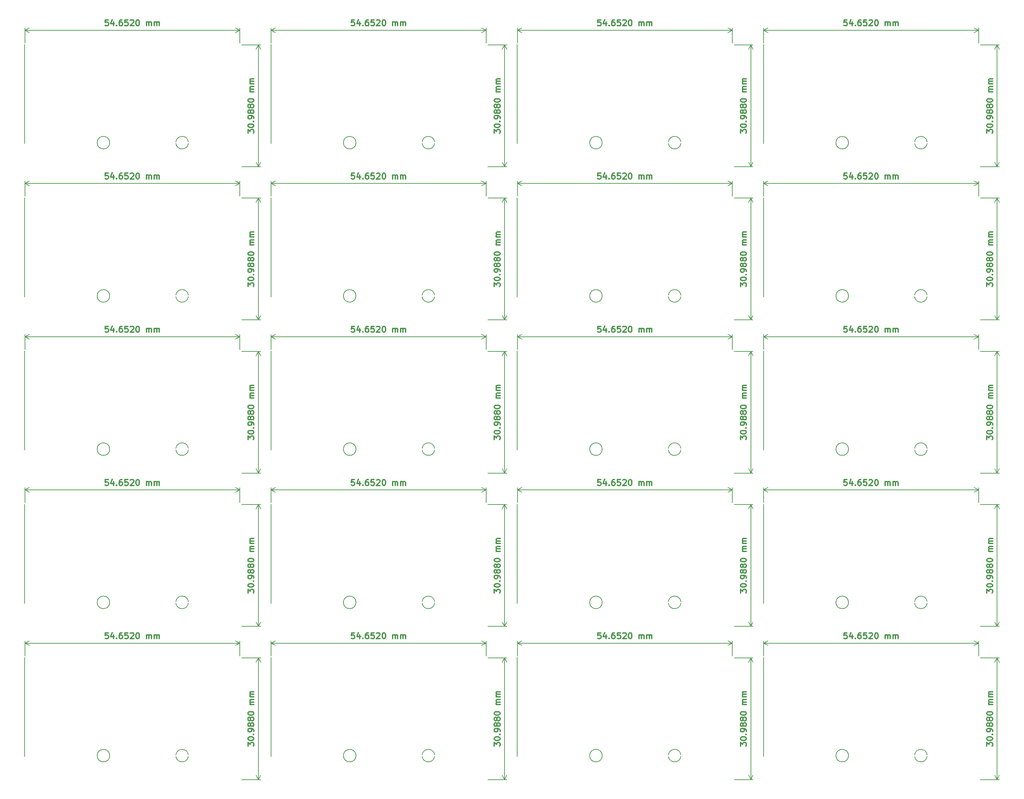
<source format=gbr>
%TF.GenerationSoftware,KiCad,Pcbnew,7.0.6+dfsg-1*%
%TF.CreationDate,2023-08-24T18:37:54+02:00*%
%TF.ProjectId,USB_panel,5553425f-7061-46e6-956c-2e6b69636164,V1.1*%
%TF.SameCoordinates,Original*%
%TF.FileFunction,OtherDrawing,Comment*%
%FSLAX46Y46*%
G04 Gerber Fmt 4.6, Leading zero omitted, Abs format (unit mm)*
G04 Created by KiCad (PCBNEW 7.0.6+dfsg-1) date 2023-08-24 18:37:54*
%MOMM*%
%LPD*%
G01*
G04 APERTURE LIST*
%ADD10C,0.200000*%
%ADD11C,0.300000*%
G04 APERTURE END LIST*
D10*
X28537200Y-144383000D02*
X28537200Y-144183000D01*
X91147199Y-104995000D02*
X91147200Y-85195000D01*
X254779749Y-222359001D02*
G75*
G03*
X257954651Y-222358999I1587451J200001D01*
G01*
X109559749Y-222359001D02*
G75*
G03*
X112734651Y-222358999I1587451J200001D01*
G01*
X216367199Y-182971000D02*
X216367200Y-163171000D01*
X50124650Y-221959000D02*
G75*
G03*
X46949750Y-221959000I-1587450J-200000D01*
G01*
X91147200Y-197159000D02*
X91147200Y-221959000D01*
X216367200Y-183171000D02*
X216367199Y-182971000D01*
X112747200Y-183171000D02*
G75*
G03*
X112747200Y-183171000I-1600000J0D01*
G01*
X153757200Y-183171000D02*
X153757199Y-182971000D01*
X91147200Y-183371000D02*
X91147200Y-183171000D01*
X70124650Y-182971000D02*
G75*
G03*
X66949750Y-182971000I-1587450J-200000D01*
G01*
X216367200Y-119183000D02*
X216367200Y-143983000D01*
X175344650Y-182971000D02*
G75*
G03*
X172169750Y-182971000I-1587450J-200000D01*
G01*
X216367199Y-221959000D02*
X216367200Y-202159000D01*
X172169749Y-105395001D02*
G75*
G03*
X175344651Y-105394999I1587451J200001D01*
G01*
X153757200Y-158171000D02*
X153757200Y-182971000D01*
X175357200Y-222159000D02*
G75*
G03*
X175357200Y-222159000I-1600000J0D01*
G01*
X28537200Y-105395000D02*
X28537200Y-105195000D01*
X257954650Y-182971000D02*
G75*
G03*
X254779750Y-182971000I-1587450J-200000D01*
G01*
X91147199Y-182971000D02*
X91147200Y-163171000D01*
X129559749Y-105395001D02*
G75*
G03*
X132734651Y-105394999I1587451J200001D01*
G01*
X237967200Y-66207000D02*
G75*
G03*
X237967200Y-66207000I-1600000J0D01*
G01*
X172169749Y-222359001D02*
G75*
G03*
X175344651Y-222358999I1587451J200001D01*
G01*
X234779749Y-66407001D02*
G75*
G03*
X237954651Y-66406999I1587451J200001D01*
G01*
X70124650Y-104995000D02*
G75*
G03*
X66949750Y-104995000I-1587450J-200000D01*
G01*
X175344650Y-104995000D02*
G75*
G03*
X172169750Y-104995000I-1587450J-200000D01*
G01*
X254779749Y-144383001D02*
G75*
G03*
X257954651Y-144382999I1587451J200001D01*
G01*
X254779749Y-183371001D02*
G75*
G03*
X257954651Y-183370999I1587451J200001D01*
G01*
X50137200Y-222159000D02*
G75*
G03*
X50137200Y-222159000I-1600000J0D01*
G01*
X216367200Y-144183000D02*
X216367199Y-143983000D01*
X237954650Y-182971000D02*
G75*
G03*
X234779750Y-182971000I-1587450J-200000D01*
G01*
X195344650Y-143983000D02*
G75*
G03*
X192169750Y-143983000I-1587450J-200000D01*
G01*
X28537200Y-197159000D02*
X28537200Y-221959000D01*
X66949749Y-222359001D02*
G75*
G03*
X70124651Y-222358999I1587451J200001D01*
G01*
X257954650Y-221959000D02*
G75*
G03*
X254779750Y-221959000I-1587450J-200000D01*
G01*
X237954650Y-143983000D02*
G75*
G03*
X234779750Y-143983000I-1587450J-200000D01*
G01*
X216367200Y-183371000D02*
X216367200Y-183171000D01*
X237967200Y-183171000D02*
G75*
G03*
X237967200Y-183171000I-1600000J0D01*
G01*
X175344650Y-221959000D02*
G75*
G03*
X172169750Y-221959000I-1587450J-200000D01*
G01*
X91147199Y-66007000D02*
X91147200Y-46207000D01*
X175344650Y-66007000D02*
G75*
G03*
X172169750Y-66007000I-1587450J-200000D01*
G01*
X66949749Y-144383001D02*
G75*
G03*
X70124651Y-144382999I1587451J200001D01*
G01*
X153757199Y-143983000D02*
X153757200Y-124183000D01*
X234779749Y-144383001D02*
G75*
G03*
X237954651Y-144382999I1587451J200001D01*
G01*
X91147200Y-119183000D02*
X91147200Y-143983000D01*
X153757200Y-66207000D02*
X153757199Y-66007000D01*
X28537200Y-66207000D02*
X28537199Y-66007000D01*
X91147200Y-222159000D02*
X91147199Y-221959000D01*
X112747200Y-105195000D02*
G75*
G03*
X112747200Y-105195000I-1600000J0D01*
G01*
X91147200Y-183171000D02*
X91147199Y-182971000D01*
X234779749Y-222359001D02*
G75*
G03*
X237954651Y-222358999I1587451J200001D01*
G01*
X254779749Y-66407001D02*
G75*
G03*
X257954651Y-66406999I1587451J200001D01*
G01*
X237954650Y-221959000D02*
G75*
G03*
X234779750Y-221959000I-1587450J-200000D01*
G01*
X153757200Y-66407000D02*
X153757200Y-66207000D01*
X175357200Y-105195000D02*
G75*
G03*
X175357200Y-105195000I-1600000J0D01*
G01*
X257954650Y-143983000D02*
G75*
G03*
X254779750Y-143983000I-1587450J-200000D01*
G01*
X175357200Y-144183000D02*
G75*
G03*
X175357200Y-144183000I-1600000J0D01*
G01*
X70124650Y-221959000D02*
G75*
G03*
X66949750Y-221959000I-1587450J-200000D01*
G01*
X50124650Y-104995000D02*
G75*
G03*
X46949750Y-104995000I-1587450J-200000D01*
G01*
X28537199Y-182971000D02*
X28537200Y-163171000D01*
X216367200Y-222359000D02*
X216367200Y-222159000D01*
X237954650Y-104995000D02*
G75*
G03*
X234779750Y-104995000I-1587450J-200000D01*
G01*
X28537200Y-222159000D02*
X28537199Y-221959000D01*
X91147200Y-158171000D02*
X91147200Y-182971000D01*
X153757200Y-80195000D02*
X153757200Y-104995000D01*
X172169749Y-183371001D02*
G75*
G03*
X175344651Y-183370999I1587451J200001D01*
G01*
X153757200Y-41207000D02*
X153757200Y-66007000D01*
X112734650Y-221959000D02*
G75*
G03*
X109559750Y-221959000I-1587450J-200000D01*
G01*
X172169749Y-66407001D02*
G75*
G03*
X175344651Y-66406999I1587451J200001D01*
G01*
X50137200Y-105195000D02*
G75*
G03*
X50137200Y-105195000I-1600000J0D01*
G01*
X50124650Y-182971000D02*
G75*
G03*
X46949750Y-182971000I-1587450J-200000D01*
G01*
X192169749Y-222359001D02*
G75*
G03*
X195344651Y-222358999I1587451J200001D01*
G01*
X153757200Y-105195000D02*
X153757199Y-104995000D01*
X112747200Y-144183000D02*
G75*
G03*
X112747200Y-144183000I-1600000J0D01*
G01*
X28537200Y-80195000D02*
X28537200Y-104995000D01*
X175357200Y-183171000D02*
G75*
G03*
X175357200Y-183171000I-1600000J0D01*
G01*
X153757200Y-144383000D02*
X153757200Y-144183000D01*
X129559749Y-183371001D02*
G75*
G03*
X132734651Y-183370999I1587451J200001D01*
G01*
X112734650Y-143983000D02*
G75*
G03*
X109559750Y-143983000I-1587450J-200000D01*
G01*
X91147200Y-144383000D02*
X91147200Y-144183000D01*
X257954650Y-66007000D02*
G75*
G03*
X254779750Y-66007000I-1587450J-200000D01*
G01*
X153757200Y-222359000D02*
X153757200Y-222159000D01*
X129559749Y-222359001D02*
G75*
G03*
X132734651Y-222358999I1587451J200001D01*
G01*
X153757199Y-104995000D02*
X153757200Y-85195000D01*
X91147200Y-66207000D02*
X91147199Y-66007000D01*
X66949749Y-66407001D02*
G75*
G03*
X70124651Y-66406999I1587451J200001D01*
G01*
X216367199Y-104995000D02*
X216367200Y-85195000D01*
X70124650Y-143983000D02*
G75*
G03*
X66949750Y-143983000I-1587450J-200000D01*
G01*
X66949749Y-183371001D02*
G75*
G03*
X70124651Y-183370999I1587451J200001D01*
G01*
X91147200Y-105395000D02*
X91147200Y-105195000D01*
X28537200Y-66407000D02*
X28537200Y-66207000D01*
X109559749Y-66407001D02*
G75*
G03*
X112734651Y-66406999I1587451J200001D01*
G01*
X112734650Y-104995000D02*
G75*
G03*
X109559750Y-104995000I-1587450J-200000D01*
G01*
X28537200Y-105195000D02*
X28537199Y-104995000D01*
X216367200Y-66407000D02*
X216367200Y-66207000D01*
X66949749Y-105395001D02*
G75*
G03*
X70124651Y-105394999I1587451J200001D01*
G01*
X28537199Y-221959000D02*
X28537200Y-202159000D01*
X237967200Y-105195000D02*
G75*
G03*
X237967200Y-105195000I-1600000J0D01*
G01*
X112734650Y-66007000D02*
G75*
G03*
X109559750Y-66007000I-1587450J-200000D01*
G01*
X192169749Y-144383001D02*
G75*
G03*
X195344651Y-144382999I1587451J200001D01*
G01*
X28537200Y-119183000D02*
X28537200Y-143983000D01*
X195344650Y-104995000D02*
G75*
G03*
X192169750Y-104995000I-1587450J-200000D01*
G01*
X192169749Y-105395001D02*
G75*
G03*
X195344651Y-105394999I1587451J200001D01*
G01*
X216367199Y-66007000D02*
X216367200Y-46207000D01*
X70124650Y-66007000D02*
G75*
G03*
X66949750Y-66007000I-1587450J-200000D01*
G01*
X28537200Y-158171000D02*
X28537200Y-182971000D01*
X216367200Y-158171000D02*
X216367200Y-182971000D01*
X50124650Y-66007000D02*
G75*
G03*
X46949750Y-66007000I-1587450J-200000D01*
G01*
X46949749Y-66407001D02*
G75*
G03*
X50124651Y-66406999I1587451J200001D01*
G01*
X216367200Y-222159000D02*
X216367199Y-221959000D01*
X132734650Y-221959000D02*
G75*
G03*
X129559750Y-221959000I-1587450J-200000D01*
G01*
X153757200Y-183371000D02*
X153757200Y-183171000D01*
X257954650Y-104995000D02*
G75*
G03*
X254779750Y-104995000I-1587450J-200000D01*
G01*
X28537200Y-41207000D02*
X28537200Y-66007000D01*
X216367200Y-105395000D02*
X216367200Y-105195000D01*
X216367200Y-41207000D02*
X216367200Y-66007000D01*
X129559749Y-66407001D02*
G75*
G03*
X132734651Y-66406999I1587451J200001D01*
G01*
X91147200Y-222359000D02*
X91147200Y-222159000D01*
X175344650Y-143983000D02*
G75*
G03*
X172169750Y-143983000I-1587450J-200000D01*
G01*
X153757200Y-197159000D02*
X153757200Y-221959000D01*
X129559749Y-144383001D02*
G75*
G03*
X132734651Y-144382999I1587451J200001D01*
G01*
X216367200Y-66207000D02*
X216367199Y-66007000D01*
X132734650Y-182971000D02*
G75*
G03*
X129559750Y-182971000I-1587450J-200000D01*
G01*
X153757200Y-222159000D02*
X153757199Y-221959000D01*
X46949749Y-222359001D02*
G75*
G03*
X50124651Y-222358999I1587451J200001D01*
G01*
X28537199Y-143983000D02*
X28537200Y-124183000D01*
X172169749Y-144383001D02*
G75*
G03*
X175344651Y-144382999I1587451J200001D01*
G01*
X153757200Y-144183000D02*
X153757199Y-143983000D01*
X91147200Y-105195000D02*
X91147199Y-104995000D01*
X50137200Y-66207000D02*
G75*
G03*
X50137200Y-66207000I-1600000J0D01*
G01*
X91147200Y-144183000D02*
X91147199Y-143983000D01*
X109559749Y-183371001D02*
G75*
G03*
X112734651Y-183370999I1587451J200001D01*
G01*
X50124650Y-143983000D02*
G75*
G03*
X46949750Y-143983000I-1587450J-200000D01*
G01*
X234779749Y-105395001D02*
G75*
G03*
X237954651Y-105394999I1587451J200001D01*
G01*
X46949749Y-183371001D02*
G75*
G03*
X50124651Y-183370999I1587451J200001D01*
G01*
X46949749Y-144383001D02*
G75*
G03*
X50124651Y-144382999I1587451J200001D01*
G01*
X195344650Y-182971000D02*
G75*
G03*
X192169750Y-182971000I-1587450J-200000D01*
G01*
X91147199Y-221959000D02*
X91147200Y-202159000D01*
X28537200Y-144183000D02*
X28537199Y-143983000D01*
X28537200Y-183171000D02*
X28537199Y-182971000D01*
X216367199Y-143983000D02*
X216367200Y-124183000D01*
X112747200Y-222159000D02*
G75*
G03*
X112747200Y-222159000I-1600000J0D01*
G01*
X175357200Y-66207000D02*
G75*
G03*
X175357200Y-66207000I-1600000J0D01*
G01*
X216367200Y-80195000D02*
X216367200Y-104995000D01*
X153757199Y-66007000D02*
X153757200Y-46207000D01*
X216367200Y-144383000D02*
X216367200Y-144183000D01*
X91147200Y-66407000D02*
X91147200Y-66207000D01*
X153757199Y-182971000D02*
X153757200Y-163171000D01*
X46949749Y-105395001D02*
G75*
G03*
X50124651Y-105394999I1587451J200001D01*
G01*
X153757200Y-119183000D02*
X153757200Y-143983000D01*
X153757199Y-221959000D02*
X153757200Y-202159000D01*
X109559749Y-144383001D02*
G75*
G03*
X112734651Y-144382999I1587451J200001D01*
G01*
X192169749Y-66407001D02*
G75*
G03*
X195344651Y-66406999I1587451J200001D01*
G01*
X216367200Y-105195000D02*
X216367199Y-104995000D01*
X109559749Y-105395001D02*
G75*
G03*
X112734651Y-105394999I1587451J200001D01*
G01*
X216367200Y-197159000D02*
X216367200Y-221959000D01*
X50137200Y-183171000D02*
G75*
G03*
X50137200Y-183171000I-1600000J0D01*
G01*
X132734650Y-66007000D02*
G75*
G03*
X129559750Y-66007000I-1587450J-200000D01*
G01*
X50137200Y-144183000D02*
G75*
G03*
X50137200Y-144183000I-1600000J0D01*
G01*
X28537199Y-104995000D02*
X28537200Y-85195000D01*
X91147199Y-143983000D02*
X91147200Y-124183000D01*
X28537199Y-66007000D02*
X28537200Y-46207000D01*
X234779749Y-183371001D02*
G75*
G03*
X237954651Y-183370999I1587451J200001D01*
G01*
X112734650Y-182971000D02*
G75*
G03*
X109559750Y-182971000I-1587450J-200000D01*
G01*
X112747200Y-66207000D02*
G75*
G03*
X112747200Y-66207000I-1600000J0D01*
G01*
X28537200Y-222359000D02*
X28537200Y-222159000D01*
X237967200Y-222159000D02*
G75*
G03*
X237967200Y-222159000I-1600000J0D01*
G01*
X237954650Y-66007000D02*
G75*
G03*
X234779750Y-66007000I-1587450J-200000D01*
G01*
X195344650Y-221959000D02*
G75*
G03*
X192169750Y-221959000I-1587450J-200000D01*
G01*
X192169749Y-183371001D02*
G75*
G03*
X195344651Y-183370999I1587451J200001D01*
G01*
X195344650Y-66007000D02*
G75*
G03*
X192169750Y-66007000I-1587450J-200000D01*
G01*
X132734650Y-143983000D02*
G75*
G03*
X129559750Y-143983000I-1587450J-200000D01*
G01*
X153757200Y-105395000D02*
X153757200Y-105195000D01*
X28537200Y-183371000D02*
X28537200Y-183171000D01*
X237967200Y-144183000D02*
G75*
G03*
X237967200Y-144183000I-1600000J0D01*
G01*
X254779749Y-105395001D02*
G75*
G03*
X257954651Y-105394999I1587451J200001D01*
G01*
X132734650Y-104995000D02*
G75*
G03*
X129559750Y-104995000I-1587450J-200000D01*
G01*
X91147200Y-41207000D02*
X91147200Y-66007000D01*
X91147200Y-80195000D02*
X91147200Y-104995000D01*
D11*
X147891528Y-63808998D02*
X147891528Y-62880426D01*
X147891528Y-62880426D02*
X148462957Y-63380426D01*
X148462957Y-63380426D02*
X148462957Y-63166141D01*
X148462957Y-63166141D02*
X148534385Y-63023284D01*
X148534385Y-63023284D02*
X148605814Y-62951855D01*
X148605814Y-62951855D02*
X148748671Y-62880426D01*
X148748671Y-62880426D02*
X149105814Y-62880426D01*
X149105814Y-62880426D02*
X149248671Y-62951855D01*
X149248671Y-62951855D02*
X149320100Y-63023284D01*
X149320100Y-63023284D02*
X149391528Y-63166141D01*
X149391528Y-63166141D02*
X149391528Y-63594712D01*
X149391528Y-63594712D02*
X149320100Y-63737569D01*
X149320100Y-63737569D02*
X149248671Y-63808998D01*
X147891528Y-61951855D02*
X147891528Y-61808998D01*
X147891528Y-61808998D02*
X147962957Y-61666141D01*
X147962957Y-61666141D02*
X148034385Y-61594713D01*
X148034385Y-61594713D02*
X148177242Y-61523284D01*
X148177242Y-61523284D02*
X148462957Y-61451855D01*
X148462957Y-61451855D02*
X148820100Y-61451855D01*
X148820100Y-61451855D02*
X149105814Y-61523284D01*
X149105814Y-61523284D02*
X149248671Y-61594713D01*
X149248671Y-61594713D02*
X149320100Y-61666141D01*
X149320100Y-61666141D02*
X149391528Y-61808998D01*
X149391528Y-61808998D02*
X149391528Y-61951855D01*
X149391528Y-61951855D02*
X149320100Y-62094713D01*
X149320100Y-62094713D02*
X149248671Y-62166141D01*
X149248671Y-62166141D02*
X149105814Y-62237570D01*
X149105814Y-62237570D02*
X148820100Y-62308998D01*
X148820100Y-62308998D02*
X148462957Y-62308998D01*
X148462957Y-62308998D02*
X148177242Y-62237570D01*
X148177242Y-62237570D02*
X148034385Y-62166141D01*
X148034385Y-62166141D02*
X147962957Y-62094713D01*
X147962957Y-62094713D02*
X147891528Y-61951855D01*
X149248671Y-60808999D02*
X149320100Y-60737570D01*
X149320100Y-60737570D02*
X149391528Y-60808999D01*
X149391528Y-60808999D02*
X149320100Y-60880427D01*
X149320100Y-60880427D02*
X149248671Y-60808999D01*
X149248671Y-60808999D02*
X149391528Y-60808999D01*
X149391528Y-60023284D02*
X149391528Y-59737570D01*
X149391528Y-59737570D02*
X149320100Y-59594713D01*
X149320100Y-59594713D02*
X149248671Y-59523284D01*
X149248671Y-59523284D02*
X149034385Y-59380427D01*
X149034385Y-59380427D02*
X148748671Y-59308998D01*
X148748671Y-59308998D02*
X148177242Y-59308998D01*
X148177242Y-59308998D02*
X148034385Y-59380427D01*
X148034385Y-59380427D02*
X147962957Y-59451856D01*
X147962957Y-59451856D02*
X147891528Y-59594713D01*
X147891528Y-59594713D02*
X147891528Y-59880427D01*
X147891528Y-59880427D02*
X147962957Y-60023284D01*
X147962957Y-60023284D02*
X148034385Y-60094713D01*
X148034385Y-60094713D02*
X148177242Y-60166141D01*
X148177242Y-60166141D02*
X148534385Y-60166141D01*
X148534385Y-60166141D02*
X148677242Y-60094713D01*
X148677242Y-60094713D02*
X148748671Y-60023284D01*
X148748671Y-60023284D02*
X148820100Y-59880427D01*
X148820100Y-59880427D02*
X148820100Y-59594713D01*
X148820100Y-59594713D02*
X148748671Y-59451856D01*
X148748671Y-59451856D02*
X148677242Y-59380427D01*
X148677242Y-59380427D02*
X148534385Y-59308998D01*
X148534385Y-58451856D02*
X148462957Y-58594713D01*
X148462957Y-58594713D02*
X148391528Y-58666142D01*
X148391528Y-58666142D02*
X148248671Y-58737570D01*
X148248671Y-58737570D02*
X148177242Y-58737570D01*
X148177242Y-58737570D02*
X148034385Y-58666142D01*
X148034385Y-58666142D02*
X147962957Y-58594713D01*
X147962957Y-58594713D02*
X147891528Y-58451856D01*
X147891528Y-58451856D02*
X147891528Y-58166142D01*
X147891528Y-58166142D02*
X147962957Y-58023285D01*
X147962957Y-58023285D02*
X148034385Y-57951856D01*
X148034385Y-57951856D02*
X148177242Y-57880427D01*
X148177242Y-57880427D02*
X148248671Y-57880427D01*
X148248671Y-57880427D02*
X148391528Y-57951856D01*
X148391528Y-57951856D02*
X148462957Y-58023285D01*
X148462957Y-58023285D02*
X148534385Y-58166142D01*
X148534385Y-58166142D02*
X148534385Y-58451856D01*
X148534385Y-58451856D02*
X148605814Y-58594713D01*
X148605814Y-58594713D02*
X148677242Y-58666142D01*
X148677242Y-58666142D02*
X148820100Y-58737570D01*
X148820100Y-58737570D02*
X149105814Y-58737570D01*
X149105814Y-58737570D02*
X149248671Y-58666142D01*
X149248671Y-58666142D02*
X149320100Y-58594713D01*
X149320100Y-58594713D02*
X149391528Y-58451856D01*
X149391528Y-58451856D02*
X149391528Y-58166142D01*
X149391528Y-58166142D02*
X149320100Y-58023285D01*
X149320100Y-58023285D02*
X149248671Y-57951856D01*
X149248671Y-57951856D02*
X149105814Y-57880427D01*
X149105814Y-57880427D02*
X148820100Y-57880427D01*
X148820100Y-57880427D02*
X148677242Y-57951856D01*
X148677242Y-57951856D02*
X148605814Y-58023285D01*
X148605814Y-58023285D02*
X148534385Y-58166142D01*
X148534385Y-57023285D02*
X148462957Y-57166142D01*
X148462957Y-57166142D02*
X148391528Y-57237571D01*
X148391528Y-57237571D02*
X148248671Y-57308999D01*
X148248671Y-57308999D02*
X148177242Y-57308999D01*
X148177242Y-57308999D02*
X148034385Y-57237571D01*
X148034385Y-57237571D02*
X147962957Y-57166142D01*
X147962957Y-57166142D02*
X147891528Y-57023285D01*
X147891528Y-57023285D02*
X147891528Y-56737571D01*
X147891528Y-56737571D02*
X147962957Y-56594714D01*
X147962957Y-56594714D02*
X148034385Y-56523285D01*
X148034385Y-56523285D02*
X148177242Y-56451856D01*
X148177242Y-56451856D02*
X148248671Y-56451856D01*
X148248671Y-56451856D02*
X148391528Y-56523285D01*
X148391528Y-56523285D02*
X148462957Y-56594714D01*
X148462957Y-56594714D02*
X148534385Y-56737571D01*
X148534385Y-56737571D02*
X148534385Y-57023285D01*
X148534385Y-57023285D02*
X148605814Y-57166142D01*
X148605814Y-57166142D02*
X148677242Y-57237571D01*
X148677242Y-57237571D02*
X148820100Y-57308999D01*
X148820100Y-57308999D02*
X149105814Y-57308999D01*
X149105814Y-57308999D02*
X149248671Y-57237571D01*
X149248671Y-57237571D02*
X149320100Y-57166142D01*
X149320100Y-57166142D02*
X149391528Y-57023285D01*
X149391528Y-57023285D02*
X149391528Y-56737571D01*
X149391528Y-56737571D02*
X149320100Y-56594714D01*
X149320100Y-56594714D02*
X149248671Y-56523285D01*
X149248671Y-56523285D02*
X149105814Y-56451856D01*
X149105814Y-56451856D02*
X148820100Y-56451856D01*
X148820100Y-56451856D02*
X148677242Y-56523285D01*
X148677242Y-56523285D02*
X148605814Y-56594714D01*
X148605814Y-56594714D02*
X148534385Y-56737571D01*
X147891528Y-55523285D02*
X147891528Y-55380428D01*
X147891528Y-55380428D02*
X147962957Y-55237571D01*
X147962957Y-55237571D02*
X148034385Y-55166143D01*
X148034385Y-55166143D02*
X148177242Y-55094714D01*
X148177242Y-55094714D02*
X148462957Y-55023285D01*
X148462957Y-55023285D02*
X148820100Y-55023285D01*
X148820100Y-55023285D02*
X149105814Y-55094714D01*
X149105814Y-55094714D02*
X149248671Y-55166143D01*
X149248671Y-55166143D02*
X149320100Y-55237571D01*
X149320100Y-55237571D02*
X149391528Y-55380428D01*
X149391528Y-55380428D02*
X149391528Y-55523285D01*
X149391528Y-55523285D02*
X149320100Y-55666143D01*
X149320100Y-55666143D02*
X149248671Y-55737571D01*
X149248671Y-55737571D02*
X149105814Y-55809000D01*
X149105814Y-55809000D02*
X148820100Y-55880428D01*
X148820100Y-55880428D02*
X148462957Y-55880428D01*
X148462957Y-55880428D02*
X148177242Y-55809000D01*
X148177242Y-55809000D02*
X148034385Y-55737571D01*
X148034385Y-55737571D02*
X147962957Y-55666143D01*
X147962957Y-55666143D02*
X147891528Y-55523285D01*
X149391528Y-53237572D02*
X148391528Y-53237572D01*
X148534385Y-53237572D02*
X148462957Y-53166143D01*
X148462957Y-53166143D02*
X148391528Y-53023286D01*
X148391528Y-53023286D02*
X148391528Y-52809000D01*
X148391528Y-52809000D02*
X148462957Y-52666143D01*
X148462957Y-52666143D02*
X148605814Y-52594715D01*
X148605814Y-52594715D02*
X149391528Y-52594715D01*
X148605814Y-52594715D02*
X148462957Y-52523286D01*
X148462957Y-52523286D02*
X148391528Y-52380429D01*
X148391528Y-52380429D02*
X148391528Y-52166143D01*
X148391528Y-52166143D02*
X148462957Y-52023286D01*
X148462957Y-52023286D02*
X148605814Y-51951857D01*
X148605814Y-51951857D02*
X149391528Y-51951857D01*
X149391528Y-51237572D02*
X148391528Y-51237572D01*
X148534385Y-51237572D02*
X148462957Y-51166143D01*
X148462957Y-51166143D02*
X148391528Y-51023286D01*
X148391528Y-51023286D02*
X148391528Y-50809000D01*
X148391528Y-50809000D02*
X148462957Y-50666143D01*
X148462957Y-50666143D02*
X148605814Y-50594715D01*
X148605814Y-50594715D02*
X149391528Y-50594715D01*
X148605814Y-50594715D02*
X148462957Y-50523286D01*
X148462957Y-50523286D02*
X148391528Y-50380429D01*
X148391528Y-50380429D02*
X148391528Y-50166143D01*
X148391528Y-50166143D02*
X148462957Y-50023286D01*
X148462957Y-50023286D02*
X148605814Y-49951857D01*
X148605814Y-49951857D02*
X149391528Y-49951857D01*
D10*
X146313200Y-72303000D02*
X151099620Y-72303000D01*
X146313200Y-41315000D02*
X151099620Y-41315000D01*
X150513200Y-72303000D02*
X150513200Y-41315000D01*
X150513200Y-72303000D02*
X150513200Y-41315000D01*
X150513200Y-72303000D02*
X149926779Y-71176496D01*
X150513200Y-72303000D02*
X151099621Y-71176496D01*
X150513200Y-41315000D02*
X151099621Y-42441504D01*
X150513200Y-41315000D02*
X149926779Y-42441504D01*
D11*
X112350344Y-73949328D02*
X111636058Y-73949328D01*
X111636058Y-73949328D02*
X111564630Y-74663614D01*
X111564630Y-74663614D02*
X111636058Y-74592185D01*
X111636058Y-74592185D02*
X111778916Y-74520757D01*
X111778916Y-74520757D02*
X112136058Y-74520757D01*
X112136058Y-74520757D02*
X112278916Y-74592185D01*
X112278916Y-74592185D02*
X112350344Y-74663614D01*
X112350344Y-74663614D02*
X112421773Y-74806471D01*
X112421773Y-74806471D02*
X112421773Y-75163614D01*
X112421773Y-75163614D02*
X112350344Y-75306471D01*
X112350344Y-75306471D02*
X112278916Y-75377900D01*
X112278916Y-75377900D02*
X112136058Y-75449328D01*
X112136058Y-75449328D02*
X111778916Y-75449328D01*
X111778916Y-75449328D02*
X111636058Y-75377900D01*
X111636058Y-75377900D02*
X111564630Y-75306471D01*
X113707487Y-74449328D02*
X113707487Y-75449328D01*
X113350344Y-73877900D02*
X112993201Y-74949328D01*
X112993201Y-74949328D02*
X113921772Y-74949328D01*
X114493200Y-75306471D02*
X114564629Y-75377900D01*
X114564629Y-75377900D02*
X114493200Y-75449328D01*
X114493200Y-75449328D02*
X114421772Y-75377900D01*
X114421772Y-75377900D02*
X114493200Y-75306471D01*
X114493200Y-75306471D02*
X114493200Y-75449328D01*
X115850344Y-73949328D02*
X115564629Y-73949328D01*
X115564629Y-73949328D02*
X115421772Y-74020757D01*
X115421772Y-74020757D02*
X115350344Y-74092185D01*
X115350344Y-74092185D02*
X115207486Y-74306471D01*
X115207486Y-74306471D02*
X115136058Y-74592185D01*
X115136058Y-74592185D02*
X115136058Y-75163614D01*
X115136058Y-75163614D02*
X115207486Y-75306471D01*
X115207486Y-75306471D02*
X115278915Y-75377900D01*
X115278915Y-75377900D02*
X115421772Y-75449328D01*
X115421772Y-75449328D02*
X115707486Y-75449328D01*
X115707486Y-75449328D02*
X115850344Y-75377900D01*
X115850344Y-75377900D02*
X115921772Y-75306471D01*
X115921772Y-75306471D02*
X115993201Y-75163614D01*
X115993201Y-75163614D02*
X115993201Y-74806471D01*
X115993201Y-74806471D02*
X115921772Y-74663614D01*
X115921772Y-74663614D02*
X115850344Y-74592185D01*
X115850344Y-74592185D02*
X115707486Y-74520757D01*
X115707486Y-74520757D02*
X115421772Y-74520757D01*
X115421772Y-74520757D02*
X115278915Y-74592185D01*
X115278915Y-74592185D02*
X115207486Y-74663614D01*
X115207486Y-74663614D02*
X115136058Y-74806471D01*
X117350343Y-73949328D02*
X116636057Y-73949328D01*
X116636057Y-73949328D02*
X116564629Y-74663614D01*
X116564629Y-74663614D02*
X116636057Y-74592185D01*
X116636057Y-74592185D02*
X116778915Y-74520757D01*
X116778915Y-74520757D02*
X117136057Y-74520757D01*
X117136057Y-74520757D02*
X117278915Y-74592185D01*
X117278915Y-74592185D02*
X117350343Y-74663614D01*
X117350343Y-74663614D02*
X117421772Y-74806471D01*
X117421772Y-74806471D02*
X117421772Y-75163614D01*
X117421772Y-75163614D02*
X117350343Y-75306471D01*
X117350343Y-75306471D02*
X117278915Y-75377900D01*
X117278915Y-75377900D02*
X117136057Y-75449328D01*
X117136057Y-75449328D02*
X116778915Y-75449328D01*
X116778915Y-75449328D02*
X116636057Y-75377900D01*
X116636057Y-75377900D02*
X116564629Y-75306471D01*
X117993200Y-74092185D02*
X118064628Y-74020757D01*
X118064628Y-74020757D02*
X118207486Y-73949328D01*
X118207486Y-73949328D02*
X118564628Y-73949328D01*
X118564628Y-73949328D02*
X118707486Y-74020757D01*
X118707486Y-74020757D02*
X118778914Y-74092185D01*
X118778914Y-74092185D02*
X118850343Y-74235042D01*
X118850343Y-74235042D02*
X118850343Y-74377900D01*
X118850343Y-74377900D02*
X118778914Y-74592185D01*
X118778914Y-74592185D02*
X117921771Y-75449328D01*
X117921771Y-75449328D02*
X118850343Y-75449328D01*
X119778914Y-73949328D02*
X119921771Y-73949328D01*
X119921771Y-73949328D02*
X120064628Y-74020757D01*
X120064628Y-74020757D02*
X120136057Y-74092185D01*
X120136057Y-74092185D02*
X120207485Y-74235042D01*
X120207485Y-74235042D02*
X120278914Y-74520757D01*
X120278914Y-74520757D02*
X120278914Y-74877900D01*
X120278914Y-74877900D02*
X120207485Y-75163614D01*
X120207485Y-75163614D02*
X120136057Y-75306471D01*
X120136057Y-75306471D02*
X120064628Y-75377900D01*
X120064628Y-75377900D02*
X119921771Y-75449328D01*
X119921771Y-75449328D02*
X119778914Y-75449328D01*
X119778914Y-75449328D02*
X119636057Y-75377900D01*
X119636057Y-75377900D02*
X119564628Y-75306471D01*
X119564628Y-75306471D02*
X119493199Y-75163614D01*
X119493199Y-75163614D02*
X119421771Y-74877900D01*
X119421771Y-74877900D02*
X119421771Y-74520757D01*
X119421771Y-74520757D02*
X119493199Y-74235042D01*
X119493199Y-74235042D02*
X119564628Y-74092185D01*
X119564628Y-74092185D02*
X119636057Y-74020757D01*
X119636057Y-74020757D02*
X119778914Y-73949328D01*
X122064627Y-75449328D02*
X122064627Y-74449328D01*
X122064627Y-74592185D02*
X122136056Y-74520757D01*
X122136056Y-74520757D02*
X122278913Y-74449328D01*
X122278913Y-74449328D02*
X122493199Y-74449328D01*
X122493199Y-74449328D02*
X122636056Y-74520757D01*
X122636056Y-74520757D02*
X122707485Y-74663614D01*
X122707485Y-74663614D02*
X122707485Y-75449328D01*
X122707485Y-74663614D02*
X122778913Y-74520757D01*
X122778913Y-74520757D02*
X122921770Y-74449328D01*
X122921770Y-74449328D02*
X123136056Y-74449328D01*
X123136056Y-74449328D02*
X123278913Y-74520757D01*
X123278913Y-74520757D02*
X123350342Y-74663614D01*
X123350342Y-74663614D02*
X123350342Y-75449328D01*
X124064627Y-75449328D02*
X124064627Y-74449328D01*
X124064627Y-74592185D02*
X124136056Y-74520757D01*
X124136056Y-74520757D02*
X124278913Y-74449328D01*
X124278913Y-74449328D02*
X124493199Y-74449328D01*
X124493199Y-74449328D02*
X124636056Y-74520757D01*
X124636056Y-74520757D02*
X124707485Y-74663614D01*
X124707485Y-74663614D02*
X124707485Y-75449328D01*
X124707485Y-74663614D02*
X124778913Y-74520757D01*
X124778913Y-74520757D02*
X124921770Y-74449328D01*
X124921770Y-74449328D02*
X125136056Y-74449328D01*
X125136056Y-74449328D02*
X125278913Y-74520757D01*
X125278913Y-74520757D02*
X125350342Y-74663614D01*
X125350342Y-74663614D02*
X125350342Y-75449328D01*
D10*
X145819200Y-79813000D02*
X145819200Y-75984580D01*
X91167200Y-79813000D02*
X91167200Y-75984580D01*
X145819200Y-76571000D02*
X91167200Y-76571000D01*
X145819200Y-76571000D02*
X91167200Y-76571000D01*
X145819200Y-76571000D02*
X144692696Y-77157421D01*
X145819200Y-76571000D02*
X144692696Y-75984579D01*
X91167200Y-76571000D02*
X92293704Y-75984579D01*
X91167200Y-76571000D02*
X92293704Y-77157421D01*
D11*
X147891528Y-180772998D02*
X147891528Y-179844426D01*
X147891528Y-179844426D02*
X148462957Y-180344426D01*
X148462957Y-180344426D02*
X148462957Y-180130141D01*
X148462957Y-180130141D02*
X148534385Y-179987284D01*
X148534385Y-179987284D02*
X148605814Y-179915855D01*
X148605814Y-179915855D02*
X148748671Y-179844426D01*
X148748671Y-179844426D02*
X149105814Y-179844426D01*
X149105814Y-179844426D02*
X149248671Y-179915855D01*
X149248671Y-179915855D02*
X149320100Y-179987284D01*
X149320100Y-179987284D02*
X149391528Y-180130141D01*
X149391528Y-180130141D02*
X149391528Y-180558712D01*
X149391528Y-180558712D02*
X149320100Y-180701569D01*
X149320100Y-180701569D02*
X149248671Y-180772998D01*
X147891528Y-178915855D02*
X147891528Y-178772998D01*
X147891528Y-178772998D02*
X147962957Y-178630141D01*
X147962957Y-178630141D02*
X148034385Y-178558713D01*
X148034385Y-178558713D02*
X148177242Y-178487284D01*
X148177242Y-178487284D02*
X148462957Y-178415855D01*
X148462957Y-178415855D02*
X148820100Y-178415855D01*
X148820100Y-178415855D02*
X149105814Y-178487284D01*
X149105814Y-178487284D02*
X149248671Y-178558713D01*
X149248671Y-178558713D02*
X149320100Y-178630141D01*
X149320100Y-178630141D02*
X149391528Y-178772998D01*
X149391528Y-178772998D02*
X149391528Y-178915855D01*
X149391528Y-178915855D02*
X149320100Y-179058713D01*
X149320100Y-179058713D02*
X149248671Y-179130141D01*
X149248671Y-179130141D02*
X149105814Y-179201570D01*
X149105814Y-179201570D02*
X148820100Y-179272998D01*
X148820100Y-179272998D02*
X148462957Y-179272998D01*
X148462957Y-179272998D02*
X148177242Y-179201570D01*
X148177242Y-179201570D02*
X148034385Y-179130141D01*
X148034385Y-179130141D02*
X147962957Y-179058713D01*
X147962957Y-179058713D02*
X147891528Y-178915855D01*
X149248671Y-177772999D02*
X149320100Y-177701570D01*
X149320100Y-177701570D02*
X149391528Y-177772999D01*
X149391528Y-177772999D02*
X149320100Y-177844427D01*
X149320100Y-177844427D02*
X149248671Y-177772999D01*
X149248671Y-177772999D02*
X149391528Y-177772999D01*
X149391528Y-176987284D02*
X149391528Y-176701570D01*
X149391528Y-176701570D02*
X149320100Y-176558713D01*
X149320100Y-176558713D02*
X149248671Y-176487284D01*
X149248671Y-176487284D02*
X149034385Y-176344427D01*
X149034385Y-176344427D02*
X148748671Y-176272998D01*
X148748671Y-176272998D02*
X148177242Y-176272998D01*
X148177242Y-176272998D02*
X148034385Y-176344427D01*
X148034385Y-176344427D02*
X147962957Y-176415856D01*
X147962957Y-176415856D02*
X147891528Y-176558713D01*
X147891528Y-176558713D02*
X147891528Y-176844427D01*
X147891528Y-176844427D02*
X147962957Y-176987284D01*
X147962957Y-176987284D02*
X148034385Y-177058713D01*
X148034385Y-177058713D02*
X148177242Y-177130141D01*
X148177242Y-177130141D02*
X148534385Y-177130141D01*
X148534385Y-177130141D02*
X148677242Y-177058713D01*
X148677242Y-177058713D02*
X148748671Y-176987284D01*
X148748671Y-176987284D02*
X148820100Y-176844427D01*
X148820100Y-176844427D02*
X148820100Y-176558713D01*
X148820100Y-176558713D02*
X148748671Y-176415856D01*
X148748671Y-176415856D02*
X148677242Y-176344427D01*
X148677242Y-176344427D02*
X148534385Y-176272998D01*
X148534385Y-175415856D02*
X148462957Y-175558713D01*
X148462957Y-175558713D02*
X148391528Y-175630142D01*
X148391528Y-175630142D02*
X148248671Y-175701570D01*
X148248671Y-175701570D02*
X148177242Y-175701570D01*
X148177242Y-175701570D02*
X148034385Y-175630142D01*
X148034385Y-175630142D02*
X147962957Y-175558713D01*
X147962957Y-175558713D02*
X147891528Y-175415856D01*
X147891528Y-175415856D02*
X147891528Y-175130142D01*
X147891528Y-175130142D02*
X147962957Y-174987285D01*
X147962957Y-174987285D02*
X148034385Y-174915856D01*
X148034385Y-174915856D02*
X148177242Y-174844427D01*
X148177242Y-174844427D02*
X148248671Y-174844427D01*
X148248671Y-174844427D02*
X148391528Y-174915856D01*
X148391528Y-174915856D02*
X148462957Y-174987285D01*
X148462957Y-174987285D02*
X148534385Y-175130142D01*
X148534385Y-175130142D02*
X148534385Y-175415856D01*
X148534385Y-175415856D02*
X148605814Y-175558713D01*
X148605814Y-175558713D02*
X148677242Y-175630142D01*
X148677242Y-175630142D02*
X148820100Y-175701570D01*
X148820100Y-175701570D02*
X149105814Y-175701570D01*
X149105814Y-175701570D02*
X149248671Y-175630142D01*
X149248671Y-175630142D02*
X149320100Y-175558713D01*
X149320100Y-175558713D02*
X149391528Y-175415856D01*
X149391528Y-175415856D02*
X149391528Y-175130142D01*
X149391528Y-175130142D02*
X149320100Y-174987285D01*
X149320100Y-174987285D02*
X149248671Y-174915856D01*
X149248671Y-174915856D02*
X149105814Y-174844427D01*
X149105814Y-174844427D02*
X148820100Y-174844427D01*
X148820100Y-174844427D02*
X148677242Y-174915856D01*
X148677242Y-174915856D02*
X148605814Y-174987285D01*
X148605814Y-174987285D02*
X148534385Y-175130142D01*
X148534385Y-173987285D02*
X148462957Y-174130142D01*
X148462957Y-174130142D02*
X148391528Y-174201571D01*
X148391528Y-174201571D02*
X148248671Y-174272999D01*
X148248671Y-174272999D02*
X148177242Y-174272999D01*
X148177242Y-174272999D02*
X148034385Y-174201571D01*
X148034385Y-174201571D02*
X147962957Y-174130142D01*
X147962957Y-174130142D02*
X147891528Y-173987285D01*
X147891528Y-173987285D02*
X147891528Y-173701571D01*
X147891528Y-173701571D02*
X147962957Y-173558714D01*
X147962957Y-173558714D02*
X148034385Y-173487285D01*
X148034385Y-173487285D02*
X148177242Y-173415856D01*
X148177242Y-173415856D02*
X148248671Y-173415856D01*
X148248671Y-173415856D02*
X148391528Y-173487285D01*
X148391528Y-173487285D02*
X148462957Y-173558714D01*
X148462957Y-173558714D02*
X148534385Y-173701571D01*
X148534385Y-173701571D02*
X148534385Y-173987285D01*
X148534385Y-173987285D02*
X148605814Y-174130142D01*
X148605814Y-174130142D02*
X148677242Y-174201571D01*
X148677242Y-174201571D02*
X148820100Y-174272999D01*
X148820100Y-174272999D02*
X149105814Y-174272999D01*
X149105814Y-174272999D02*
X149248671Y-174201571D01*
X149248671Y-174201571D02*
X149320100Y-174130142D01*
X149320100Y-174130142D02*
X149391528Y-173987285D01*
X149391528Y-173987285D02*
X149391528Y-173701571D01*
X149391528Y-173701571D02*
X149320100Y-173558714D01*
X149320100Y-173558714D02*
X149248671Y-173487285D01*
X149248671Y-173487285D02*
X149105814Y-173415856D01*
X149105814Y-173415856D02*
X148820100Y-173415856D01*
X148820100Y-173415856D02*
X148677242Y-173487285D01*
X148677242Y-173487285D02*
X148605814Y-173558714D01*
X148605814Y-173558714D02*
X148534385Y-173701571D01*
X147891528Y-172487285D02*
X147891528Y-172344428D01*
X147891528Y-172344428D02*
X147962957Y-172201571D01*
X147962957Y-172201571D02*
X148034385Y-172130143D01*
X148034385Y-172130143D02*
X148177242Y-172058714D01*
X148177242Y-172058714D02*
X148462957Y-171987285D01*
X148462957Y-171987285D02*
X148820100Y-171987285D01*
X148820100Y-171987285D02*
X149105814Y-172058714D01*
X149105814Y-172058714D02*
X149248671Y-172130143D01*
X149248671Y-172130143D02*
X149320100Y-172201571D01*
X149320100Y-172201571D02*
X149391528Y-172344428D01*
X149391528Y-172344428D02*
X149391528Y-172487285D01*
X149391528Y-172487285D02*
X149320100Y-172630143D01*
X149320100Y-172630143D02*
X149248671Y-172701571D01*
X149248671Y-172701571D02*
X149105814Y-172773000D01*
X149105814Y-172773000D02*
X148820100Y-172844428D01*
X148820100Y-172844428D02*
X148462957Y-172844428D01*
X148462957Y-172844428D02*
X148177242Y-172773000D01*
X148177242Y-172773000D02*
X148034385Y-172701571D01*
X148034385Y-172701571D02*
X147962957Y-172630143D01*
X147962957Y-172630143D02*
X147891528Y-172487285D01*
X149391528Y-170201572D02*
X148391528Y-170201572D01*
X148534385Y-170201572D02*
X148462957Y-170130143D01*
X148462957Y-170130143D02*
X148391528Y-169987286D01*
X148391528Y-169987286D02*
X148391528Y-169773000D01*
X148391528Y-169773000D02*
X148462957Y-169630143D01*
X148462957Y-169630143D02*
X148605814Y-169558715D01*
X148605814Y-169558715D02*
X149391528Y-169558715D01*
X148605814Y-169558715D02*
X148462957Y-169487286D01*
X148462957Y-169487286D02*
X148391528Y-169344429D01*
X148391528Y-169344429D02*
X148391528Y-169130143D01*
X148391528Y-169130143D02*
X148462957Y-168987286D01*
X148462957Y-168987286D02*
X148605814Y-168915857D01*
X148605814Y-168915857D02*
X149391528Y-168915857D01*
X149391528Y-168201572D02*
X148391528Y-168201572D01*
X148534385Y-168201572D02*
X148462957Y-168130143D01*
X148462957Y-168130143D02*
X148391528Y-167987286D01*
X148391528Y-167987286D02*
X148391528Y-167773000D01*
X148391528Y-167773000D02*
X148462957Y-167630143D01*
X148462957Y-167630143D02*
X148605814Y-167558715D01*
X148605814Y-167558715D02*
X149391528Y-167558715D01*
X148605814Y-167558715D02*
X148462957Y-167487286D01*
X148462957Y-167487286D02*
X148391528Y-167344429D01*
X148391528Y-167344429D02*
X148391528Y-167130143D01*
X148391528Y-167130143D02*
X148462957Y-166987286D01*
X148462957Y-166987286D02*
X148605814Y-166915857D01*
X148605814Y-166915857D02*
X149391528Y-166915857D01*
D10*
X146313200Y-189267000D02*
X151099620Y-189267000D01*
X146313200Y-158279000D02*
X151099620Y-158279000D01*
X150513200Y-189267000D02*
X150513200Y-158279000D01*
X150513200Y-189267000D02*
X150513200Y-158279000D01*
X150513200Y-189267000D02*
X149926779Y-188140496D01*
X150513200Y-189267000D02*
X151099621Y-188140496D01*
X150513200Y-158279000D02*
X151099621Y-159405504D01*
X150513200Y-158279000D02*
X149926779Y-159405504D01*
D11*
X273111528Y-63808998D02*
X273111528Y-62880426D01*
X273111528Y-62880426D02*
X273682957Y-63380426D01*
X273682957Y-63380426D02*
X273682957Y-63166141D01*
X273682957Y-63166141D02*
X273754385Y-63023284D01*
X273754385Y-63023284D02*
X273825814Y-62951855D01*
X273825814Y-62951855D02*
X273968671Y-62880426D01*
X273968671Y-62880426D02*
X274325814Y-62880426D01*
X274325814Y-62880426D02*
X274468671Y-62951855D01*
X274468671Y-62951855D02*
X274540100Y-63023284D01*
X274540100Y-63023284D02*
X274611528Y-63166141D01*
X274611528Y-63166141D02*
X274611528Y-63594712D01*
X274611528Y-63594712D02*
X274540100Y-63737569D01*
X274540100Y-63737569D02*
X274468671Y-63808998D01*
X273111528Y-61951855D02*
X273111528Y-61808998D01*
X273111528Y-61808998D02*
X273182957Y-61666141D01*
X273182957Y-61666141D02*
X273254385Y-61594713D01*
X273254385Y-61594713D02*
X273397242Y-61523284D01*
X273397242Y-61523284D02*
X273682957Y-61451855D01*
X273682957Y-61451855D02*
X274040100Y-61451855D01*
X274040100Y-61451855D02*
X274325814Y-61523284D01*
X274325814Y-61523284D02*
X274468671Y-61594713D01*
X274468671Y-61594713D02*
X274540100Y-61666141D01*
X274540100Y-61666141D02*
X274611528Y-61808998D01*
X274611528Y-61808998D02*
X274611528Y-61951855D01*
X274611528Y-61951855D02*
X274540100Y-62094713D01*
X274540100Y-62094713D02*
X274468671Y-62166141D01*
X274468671Y-62166141D02*
X274325814Y-62237570D01*
X274325814Y-62237570D02*
X274040100Y-62308998D01*
X274040100Y-62308998D02*
X273682957Y-62308998D01*
X273682957Y-62308998D02*
X273397242Y-62237570D01*
X273397242Y-62237570D02*
X273254385Y-62166141D01*
X273254385Y-62166141D02*
X273182957Y-62094713D01*
X273182957Y-62094713D02*
X273111528Y-61951855D01*
X274468671Y-60808999D02*
X274540100Y-60737570D01*
X274540100Y-60737570D02*
X274611528Y-60808999D01*
X274611528Y-60808999D02*
X274540100Y-60880427D01*
X274540100Y-60880427D02*
X274468671Y-60808999D01*
X274468671Y-60808999D02*
X274611528Y-60808999D01*
X274611528Y-60023284D02*
X274611528Y-59737570D01*
X274611528Y-59737570D02*
X274540100Y-59594713D01*
X274540100Y-59594713D02*
X274468671Y-59523284D01*
X274468671Y-59523284D02*
X274254385Y-59380427D01*
X274254385Y-59380427D02*
X273968671Y-59308998D01*
X273968671Y-59308998D02*
X273397242Y-59308998D01*
X273397242Y-59308998D02*
X273254385Y-59380427D01*
X273254385Y-59380427D02*
X273182957Y-59451856D01*
X273182957Y-59451856D02*
X273111528Y-59594713D01*
X273111528Y-59594713D02*
X273111528Y-59880427D01*
X273111528Y-59880427D02*
X273182957Y-60023284D01*
X273182957Y-60023284D02*
X273254385Y-60094713D01*
X273254385Y-60094713D02*
X273397242Y-60166141D01*
X273397242Y-60166141D02*
X273754385Y-60166141D01*
X273754385Y-60166141D02*
X273897242Y-60094713D01*
X273897242Y-60094713D02*
X273968671Y-60023284D01*
X273968671Y-60023284D02*
X274040100Y-59880427D01*
X274040100Y-59880427D02*
X274040100Y-59594713D01*
X274040100Y-59594713D02*
X273968671Y-59451856D01*
X273968671Y-59451856D02*
X273897242Y-59380427D01*
X273897242Y-59380427D02*
X273754385Y-59308998D01*
X273754385Y-58451856D02*
X273682957Y-58594713D01*
X273682957Y-58594713D02*
X273611528Y-58666142D01*
X273611528Y-58666142D02*
X273468671Y-58737570D01*
X273468671Y-58737570D02*
X273397242Y-58737570D01*
X273397242Y-58737570D02*
X273254385Y-58666142D01*
X273254385Y-58666142D02*
X273182957Y-58594713D01*
X273182957Y-58594713D02*
X273111528Y-58451856D01*
X273111528Y-58451856D02*
X273111528Y-58166142D01*
X273111528Y-58166142D02*
X273182957Y-58023285D01*
X273182957Y-58023285D02*
X273254385Y-57951856D01*
X273254385Y-57951856D02*
X273397242Y-57880427D01*
X273397242Y-57880427D02*
X273468671Y-57880427D01*
X273468671Y-57880427D02*
X273611528Y-57951856D01*
X273611528Y-57951856D02*
X273682957Y-58023285D01*
X273682957Y-58023285D02*
X273754385Y-58166142D01*
X273754385Y-58166142D02*
X273754385Y-58451856D01*
X273754385Y-58451856D02*
X273825814Y-58594713D01*
X273825814Y-58594713D02*
X273897242Y-58666142D01*
X273897242Y-58666142D02*
X274040100Y-58737570D01*
X274040100Y-58737570D02*
X274325814Y-58737570D01*
X274325814Y-58737570D02*
X274468671Y-58666142D01*
X274468671Y-58666142D02*
X274540100Y-58594713D01*
X274540100Y-58594713D02*
X274611528Y-58451856D01*
X274611528Y-58451856D02*
X274611528Y-58166142D01*
X274611528Y-58166142D02*
X274540100Y-58023285D01*
X274540100Y-58023285D02*
X274468671Y-57951856D01*
X274468671Y-57951856D02*
X274325814Y-57880427D01*
X274325814Y-57880427D02*
X274040100Y-57880427D01*
X274040100Y-57880427D02*
X273897242Y-57951856D01*
X273897242Y-57951856D02*
X273825814Y-58023285D01*
X273825814Y-58023285D02*
X273754385Y-58166142D01*
X273754385Y-57023285D02*
X273682957Y-57166142D01*
X273682957Y-57166142D02*
X273611528Y-57237571D01*
X273611528Y-57237571D02*
X273468671Y-57308999D01*
X273468671Y-57308999D02*
X273397242Y-57308999D01*
X273397242Y-57308999D02*
X273254385Y-57237571D01*
X273254385Y-57237571D02*
X273182957Y-57166142D01*
X273182957Y-57166142D02*
X273111528Y-57023285D01*
X273111528Y-57023285D02*
X273111528Y-56737571D01*
X273111528Y-56737571D02*
X273182957Y-56594714D01*
X273182957Y-56594714D02*
X273254385Y-56523285D01*
X273254385Y-56523285D02*
X273397242Y-56451856D01*
X273397242Y-56451856D02*
X273468671Y-56451856D01*
X273468671Y-56451856D02*
X273611528Y-56523285D01*
X273611528Y-56523285D02*
X273682957Y-56594714D01*
X273682957Y-56594714D02*
X273754385Y-56737571D01*
X273754385Y-56737571D02*
X273754385Y-57023285D01*
X273754385Y-57023285D02*
X273825814Y-57166142D01*
X273825814Y-57166142D02*
X273897242Y-57237571D01*
X273897242Y-57237571D02*
X274040100Y-57308999D01*
X274040100Y-57308999D02*
X274325814Y-57308999D01*
X274325814Y-57308999D02*
X274468671Y-57237571D01*
X274468671Y-57237571D02*
X274540100Y-57166142D01*
X274540100Y-57166142D02*
X274611528Y-57023285D01*
X274611528Y-57023285D02*
X274611528Y-56737571D01*
X274611528Y-56737571D02*
X274540100Y-56594714D01*
X274540100Y-56594714D02*
X274468671Y-56523285D01*
X274468671Y-56523285D02*
X274325814Y-56451856D01*
X274325814Y-56451856D02*
X274040100Y-56451856D01*
X274040100Y-56451856D02*
X273897242Y-56523285D01*
X273897242Y-56523285D02*
X273825814Y-56594714D01*
X273825814Y-56594714D02*
X273754385Y-56737571D01*
X273111528Y-55523285D02*
X273111528Y-55380428D01*
X273111528Y-55380428D02*
X273182957Y-55237571D01*
X273182957Y-55237571D02*
X273254385Y-55166143D01*
X273254385Y-55166143D02*
X273397242Y-55094714D01*
X273397242Y-55094714D02*
X273682957Y-55023285D01*
X273682957Y-55023285D02*
X274040100Y-55023285D01*
X274040100Y-55023285D02*
X274325814Y-55094714D01*
X274325814Y-55094714D02*
X274468671Y-55166143D01*
X274468671Y-55166143D02*
X274540100Y-55237571D01*
X274540100Y-55237571D02*
X274611528Y-55380428D01*
X274611528Y-55380428D02*
X274611528Y-55523285D01*
X274611528Y-55523285D02*
X274540100Y-55666143D01*
X274540100Y-55666143D02*
X274468671Y-55737571D01*
X274468671Y-55737571D02*
X274325814Y-55809000D01*
X274325814Y-55809000D02*
X274040100Y-55880428D01*
X274040100Y-55880428D02*
X273682957Y-55880428D01*
X273682957Y-55880428D02*
X273397242Y-55809000D01*
X273397242Y-55809000D02*
X273254385Y-55737571D01*
X273254385Y-55737571D02*
X273182957Y-55666143D01*
X273182957Y-55666143D02*
X273111528Y-55523285D01*
X274611528Y-53237572D02*
X273611528Y-53237572D01*
X273754385Y-53237572D02*
X273682957Y-53166143D01*
X273682957Y-53166143D02*
X273611528Y-53023286D01*
X273611528Y-53023286D02*
X273611528Y-52809000D01*
X273611528Y-52809000D02*
X273682957Y-52666143D01*
X273682957Y-52666143D02*
X273825814Y-52594715D01*
X273825814Y-52594715D02*
X274611528Y-52594715D01*
X273825814Y-52594715D02*
X273682957Y-52523286D01*
X273682957Y-52523286D02*
X273611528Y-52380429D01*
X273611528Y-52380429D02*
X273611528Y-52166143D01*
X273611528Y-52166143D02*
X273682957Y-52023286D01*
X273682957Y-52023286D02*
X273825814Y-51951857D01*
X273825814Y-51951857D02*
X274611528Y-51951857D01*
X274611528Y-51237572D02*
X273611528Y-51237572D01*
X273754385Y-51237572D02*
X273682957Y-51166143D01*
X273682957Y-51166143D02*
X273611528Y-51023286D01*
X273611528Y-51023286D02*
X273611528Y-50809000D01*
X273611528Y-50809000D02*
X273682957Y-50666143D01*
X273682957Y-50666143D02*
X273825814Y-50594715D01*
X273825814Y-50594715D02*
X274611528Y-50594715D01*
X273825814Y-50594715D02*
X273682957Y-50523286D01*
X273682957Y-50523286D02*
X273611528Y-50380429D01*
X273611528Y-50380429D02*
X273611528Y-50166143D01*
X273611528Y-50166143D02*
X273682957Y-50023286D01*
X273682957Y-50023286D02*
X273825814Y-49951857D01*
X273825814Y-49951857D02*
X274611528Y-49951857D01*
D10*
X271533200Y-72303000D02*
X276319620Y-72303000D01*
X271533200Y-41315000D02*
X276319620Y-41315000D01*
X275733200Y-72303000D02*
X275733200Y-41315000D01*
X275733200Y-72303000D02*
X275733200Y-41315000D01*
X275733200Y-72303000D02*
X275146779Y-71176496D01*
X275733200Y-72303000D02*
X276319621Y-71176496D01*
X275733200Y-41315000D02*
X276319621Y-42441504D01*
X275733200Y-41315000D02*
X275146779Y-42441504D01*
D11*
X210501528Y-141784998D02*
X210501528Y-140856426D01*
X210501528Y-140856426D02*
X211072957Y-141356426D01*
X211072957Y-141356426D02*
X211072957Y-141142141D01*
X211072957Y-141142141D02*
X211144385Y-140999284D01*
X211144385Y-140999284D02*
X211215814Y-140927855D01*
X211215814Y-140927855D02*
X211358671Y-140856426D01*
X211358671Y-140856426D02*
X211715814Y-140856426D01*
X211715814Y-140856426D02*
X211858671Y-140927855D01*
X211858671Y-140927855D02*
X211930100Y-140999284D01*
X211930100Y-140999284D02*
X212001528Y-141142141D01*
X212001528Y-141142141D02*
X212001528Y-141570712D01*
X212001528Y-141570712D02*
X211930100Y-141713569D01*
X211930100Y-141713569D02*
X211858671Y-141784998D01*
X210501528Y-139927855D02*
X210501528Y-139784998D01*
X210501528Y-139784998D02*
X210572957Y-139642141D01*
X210572957Y-139642141D02*
X210644385Y-139570713D01*
X210644385Y-139570713D02*
X210787242Y-139499284D01*
X210787242Y-139499284D02*
X211072957Y-139427855D01*
X211072957Y-139427855D02*
X211430100Y-139427855D01*
X211430100Y-139427855D02*
X211715814Y-139499284D01*
X211715814Y-139499284D02*
X211858671Y-139570713D01*
X211858671Y-139570713D02*
X211930100Y-139642141D01*
X211930100Y-139642141D02*
X212001528Y-139784998D01*
X212001528Y-139784998D02*
X212001528Y-139927855D01*
X212001528Y-139927855D02*
X211930100Y-140070713D01*
X211930100Y-140070713D02*
X211858671Y-140142141D01*
X211858671Y-140142141D02*
X211715814Y-140213570D01*
X211715814Y-140213570D02*
X211430100Y-140284998D01*
X211430100Y-140284998D02*
X211072957Y-140284998D01*
X211072957Y-140284998D02*
X210787242Y-140213570D01*
X210787242Y-140213570D02*
X210644385Y-140142141D01*
X210644385Y-140142141D02*
X210572957Y-140070713D01*
X210572957Y-140070713D02*
X210501528Y-139927855D01*
X211858671Y-138784999D02*
X211930100Y-138713570D01*
X211930100Y-138713570D02*
X212001528Y-138784999D01*
X212001528Y-138784999D02*
X211930100Y-138856427D01*
X211930100Y-138856427D02*
X211858671Y-138784999D01*
X211858671Y-138784999D02*
X212001528Y-138784999D01*
X212001528Y-137999284D02*
X212001528Y-137713570D01*
X212001528Y-137713570D02*
X211930100Y-137570713D01*
X211930100Y-137570713D02*
X211858671Y-137499284D01*
X211858671Y-137499284D02*
X211644385Y-137356427D01*
X211644385Y-137356427D02*
X211358671Y-137284998D01*
X211358671Y-137284998D02*
X210787242Y-137284998D01*
X210787242Y-137284998D02*
X210644385Y-137356427D01*
X210644385Y-137356427D02*
X210572957Y-137427856D01*
X210572957Y-137427856D02*
X210501528Y-137570713D01*
X210501528Y-137570713D02*
X210501528Y-137856427D01*
X210501528Y-137856427D02*
X210572957Y-137999284D01*
X210572957Y-137999284D02*
X210644385Y-138070713D01*
X210644385Y-138070713D02*
X210787242Y-138142141D01*
X210787242Y-138142141D02*
X211144385Y-138142141D01*
X211144385Y-138142141D02*
X211287242Y-138070713D01*
X211287242Y-138070713D02*
X211358671Y-137999284D01*
X211358671Y-137999284D02*
X211430100Y-137856427D01*
X211430100Y-137856427D02*
X211430100Y-137570713D01*
X211430100Y-137570713D02*
X211358671Y-137427856D01*
X211358671Y-137427856D02*
X211287242Y-137356427D01*
X211287242Y-137356427D02*
X211144385Y-137284998D01*
X211144385Y-136427856D02*
X211072957Y-136570713D01*
X211072957Y-136570713D02*
X211001528Y-136642142D01*
X211001528Y-136642142D02*
X210858671Y-136713570D01*
X210858671Y-136713570D02*
X210787242Y-136713570D01*
X210787242Y-136713570D02*
X210644385Y-136642142D01*
X210644385Y-136642142D02*
X210572957Y-136570713D01*
X210572957Y-136570713D02*
X210501528Y-136427856D01*
X210501528Y-136427856D02*
X210501528Y-136142142D01*
X210501528Y-136142142D02*
X210572957Y-135999285D01*
X210572957Y-135999285D02*
X210644385Y-135927856D01*
X210644385Y-135927856D02*
X210787242Y-135856427D01*
X210787242Y-135856427D02*
X210858671Y-135856427D01*
X210858671Y-135856427D02*
X211001528Y-135927856D01*
X211001528Y-135927856D02*
X211072957Y-135999285D01*
X211072957Y-135999285D02*
X211144385Y-136142142D01*
X211144385Y-136142142D02*
X211144385Y-136427856D01*
X211144385Y-136427856D02*
X211215814Y-136570713D01*
X211215814Y-136570713D02*
X211287242Y-136642142D01*
X211287242Y-136642142D02*
X211430100Y-136713570D01*
X211430100Y-136713570D02*
X211715814Y-136713570D01*
X211715814Y-136713570D02*
X211858671Y-136642142D01*
X211858671Y-136642142D02*
X211930100Y-136570713D01*
X211930100Y-136570713D02*
X212001528Y-136427856D01*
X212001528Y-136427856D02*
X212001528Y-136142142D01*
X212001528Y-136142142D02*
X211930100Y-135999285D01*
X211930100Y-135999285D02*
X211858671Y-135927856D01*
X211858671Y-135927856D02*
X211715814Y-135856427D01*
X211715814Y-135856427D02*
X211430100Y-135856427D01*
X211430100Y-135856427D02*
X211287242Y-135927856D01*
X211287242Y-135927856D02*
X211215814Y-135999285D01*
X211215814Y-135999285D02*
X211144385Y-136142142D01*
X211144385Y-134999285D02*
X211072957Y-135142142D01*
X211072957Y-135142142D02*
X211001528Y-135213571D01*
X211001528Y-135213571D02*
X210858671Y-135284999D01*
X210858671Y-135284999D02*
X210787242Y-135284999D01*
X210787242Y-135284999D02*
X210644385Y-135213571D01*
X210644385Y-135213571D02*
X210572957Y-135142142D01*
X210572957Y-135142142D02*
X210501528Y-134999285D01*
X210501528Y-134999285D02*
X210501528Y-134713571D01*
X210501528Y-134713571D02*
X210572957Y-134570714D01*
X210572957Y-134570714D02*
X210644385Y-134499285D01*
X210644385Y-134499285D02*
X210787242Y-134427856D01*
X210787242Y-134427856D02*
X210858671Y-134427856D01*
X210858671Y-134427856D02*
X211001528Y-134499285D01*
X211001528Y-134499285D02*
X211072957Y-134570714D01*
X211072957Y-134570714D02*
X211144385Y-134713571D01*
X211144385Y-134713571D02*
X211144385Y-134999285D01*
X211144385Y-134999285D02*
X211215814Y-135142142D01*
X211215814Y-135142142D02*
X211287242Y-135213571D01*
X211287242Y-135213571D02*
X211430100Y-135284999D01*
X211430100Y-135284999D02*
X211715814Y-135284999D01*
X211715814Y-135284999D02*
X211858671Y-135213571D01*
X211858671Y-135213571D02*
X211930100Y-135142142D01*
X211930100Y-135142142D02*
X212001528Y-134999285D01*
X212001528Y-134999285D02*
X212001528Y-134713571D01*
X212001528Y-134713571D02*
X211930100Y-134570714D01*
X211930100Y-134570714D02*
X211858671Y-134499285D01*
X211858671Y-134499285D02*
X211715814Y-134427856D01*
X211715814Y-134427856D02*
X211430100Y-134427856D01*
X211430100Y-134427856D02*
X211287242Y-134499285D01*
X211287242Y-134499285D02*
X211215814Y-134570714D01*
X211215814Y-134570714D02*
X211144385Y-134713571D01*
X210501528Y-133499285D02*
X210501528Y-133356428D01*
X210501528Y-133356428D02*
X210572957Y-133213571D01*
X210572957Y-133213571D02*
X210644385Y-133142143D01*
X210644385Y-133142143D02*
X210787242Y-133070714D01*
X210787242Y-133070714D02*
X211072957Y-132999285D01*
X211072957Y-132999285D02*
X211430100Y-132999285D01*
X211430100Y-132999285D02*
X211715814Y-133070714D01*
X211715814Y-133070714D02*
X211858671Y-133142143D01*
X211858671Y-133142143D02*
X211930100Y-133213571D01*
X211930100Y-133213571D02*
X212001528Y-133356428D01*
X212001528Y-133356428D02*
X212001528Y-133499285D01*
X212001528Y-133499285D02*
X211930100Y-133642143D01*
X211930100Y-133642143D02*
X211858671Y-133713571D01*
X211858671Y-133713571D02*
X211715814Y-133785000D01*
X211715814Y-133785000D02*
X211430100Y-133856428D01*
X211430100Y-133856428D02*
X211072957Y-133856428D01*
X211072957Y-133856428D02*
X210787242Y-133785000D01*
X210787242Y-133785000D02*
X210644385Y-133713571D01*
X210644385Y-133713571D02*
X210572957Y-133642143D01*
X210572957Y-133642143D02*
X210501528Y-133499285D01*
X212001528Y-131213572D02*
X211001528Y-131213572D01*
X211144385Y-131213572D02*
X211072957Y-131142143D01*
X211072957Y-131142143D02*
X211001528Y-130999286D01*
X211001528Y-130999286D02*
X211001528Y-130785000D01*
X211001528Y-130785000D02*
X211072957Y-130642143D01*
X211072957Y-130642143D02*
X211215814Y-130570715D01*
X211215814Y-130570715D02*
X212001528Y-130570715D01*
X211215814Y-130570715D02*
X211072957Y-130499286D01*
X211072957Y-130499286D02*
X211001528Y-130356429D01*
X211001528Y-130356429D02*
X211001528Y-130142143D01*
X211001528Y-130142143D02*
X211072957Y-129999286D01*
X211072957Y-129999286D02*
X211215814Y-129927857D01*
X211215814Y-129927857D02*
X212001528Y-129927857D01*
X212001528Y-129213572D02*
X211001528Y-129213572D01*
X211144385Y-129213572D02*
X211072957Y-129142143D01*
X211072957Y-129142143D02*
X211001528Y-128999286D01*
X211001528Y-128999286D02*
X211001528Y-128785000D01*
X211001528Y-128785000D02*
X211072957Y-128642143D01*
X211072957Y-128642143D02*
X211215814Y-128570715D01*
X211215814Y-128570715D02*
X212001528Y-128570715D01*
X211215814Y-128570715D02*
X211072957Y-128499286D01*
X211072957Y-128499286D02*
X211001528Y-128356429D01*
X211001528Y-128356429D02*
X211001528Y-128142143D01*
X211001528Y-128142143D02*
X211072957Y-127999286D01*
X211072957Y-127999286D02*
X211215814Y-127927857D01*
X211215814Y-127927857D02*
X212001528Y-127927857D01*
D10*
X208923200Y-150279000D02*
X213709620Y-150279000D01*
X208923200Y-119291000D02*
X213709620Y-119291000D01*
X213123200Y-150279000D02*
X213123200Y-119291000D01*
X213123200Y-150279000D02*
X213123200Y-119291000D01*
X213123200Y-150279000D02*
X212536779Y-149152496D01*
X213123200Y-150279000D02*
X213709621Y-149152496D01*
X213123200Y-119291000D02*
X213709621Y-120417504D01*
X213123200Y-119291000D02*
X212536779Y-120417504D01*
D11*
X85281528Y-63808998D02*
X85281528Y-62880426D01*
X85281528Y-62880426D02*
X85852957Y-63380426D01*
X85852957Y-63380426D02*
X85852957Y-63166141D01*
X85852957Y-63166141D02*
X85924385Y-63023284D01*
X85924385Y-63023284D02*
X85995814Y-62951855D01*
X85995814Y-62951855D02*
X86138671Y-62880426D01*
X86138671Y-62880426D02*
X86495814Y-62880426D01*
X86495814Y-62880426D02*
X86638671Y-62951855D01*
X86638671Y-62951855D02*
X86710100Y-63023284D01*
X86710100Y-63023284D02*
X86781528Y-63166141D01*
X86781528Y-63166141D02*
X86781528Y-63594712D01*
X86781528Y-63594712D02*
X86710100Y-63737569D01*
X86710100Y-63737569D02*
X86638671Y-63808998D01*
X85281528Y-61951855D02*
X85281528Y-61808998D01*
X85281528Y-61808998D02*
X85352957Y-61666141D01*
X85352957Y-61666141D02*
X85424385Y-61594713D01*
X85424385Y-61594713D02*
X85567242Y-61523284D01*
X85567242Y-61523284D02*
X85852957Y-61451855D01*
X85852957Y-61451855D02*
X86210100Y-61451855D01*
X86210100Y-61451855D02*
X86495814Y-61523284D01*
X86495814Y-61523284D02*
X86638671Y-61594713D01*
X86638671Y-61594713D02*
X86710100Y-61666141D01*
X86710100Y-61666141D02*
X86781528Y-61808998D01*
X86781528Y-61808998D02*
X86781528Y-61951855D01*
X86781528Y-61951855D02*
X86710100Y-62094713D01*
X86710100Y-62094713D02*
X86638671Y-62166141D01*
X86638671Y-62166141D02*
X86495814Y-62237570D01*
X86495814Y-62237570D02*
X86210100Y-62308998D01*
X86210100Y-62308998D02*
X85852957Y-62308998D01*
X85852957Y-62308998D02*
X85567242Y-62237570D01*
X85567242Y-62237570D02*
X85424385Y-62166141D01*
X85424385Y-62166141D02*
X85352957Y-62094713D01*
X85352957Y-62094713D02*
X85281528Y-61951855D01*
X86638671Y-60808999D02*
X86710100Y-60737570D01*
X86710100Y-60737570D02*
X86781528Y-60808999D01*
X86781528Y-60808999D02*
X86710100Y-60880427D01*
X86710100Y-60880427D02*
X86638671Y-60808999D01*
X86638671Y-60808999D02*
X86781528Y-60808999D01*
X86781528Y-60023284D02*
X86781528Y-59737570D01*
X86781528Y-59737570D02*
X86710100Y-59594713D01*
X86710100Y-59594713D02*
X86638671Y-59523284D01*
X86638671Y-59523284D02*
X86424385Y-59380427D01*
X86424385Y-59380427D02*
X86138671Y-59308998D01*
X86138671Y-59308998D02*
X85567242Y-59308998D01*
X85567242Y-59308998D02*
X85424385Y-59380427D01*
X85424385Y-59380427D02*
X85352957Y-59451856D01*
X85352957Y-59451856D02*
X85281528Y-59594713D01*
X85281528Y-59594713D02*
X85281528Y-59880427D01*
X85281528Y-59880427D02*
X85352957Y-60023284D01*
X85352957Y-60023284D02*
X85424385Y-60094713D01*
X85424385Y-60094713D02*
X85567242Y-60166141D01*
X85567242Y-60166141D02*
X85924385Y-60166141D01*
X85924385Y-60166141D02*
X86067242Y-60094713D01*
X86067242Y-60094713D02*
X86138671Y-60023284D01*
X86138671Y-60023284D02*
X86210100Y-59880427D01*
X86210100Y-59880427D02*
X86210100Y-59594713D01*
X86210100Y-59594713D02*
X86138671Y-59451856D01*
X86138671Y-59451856D02*
X86067242Y-59380427D01*
X86067242Y-59380427D02*
X85924385Y-59308998D01*
X85924385Y-58451856D02*
X85852957Y-58594713D01*
X85852957Y-58594713D02*
X85781528Y-58666142D01*
X85781528Y-58666142D02*
X85638671Y-58737570D01*
X85638671Y-58737570D02*
X85567242Y-58737570D01*
X85567242Y-58737570D02*
X85424385Y-58666142D01*
X85424385Y-58666142D02*
X85352957Y-58594713D01*
X85352957Y-58594713D02*
X85281528Y-58451856D01*
X85281528Y-58451856D02*
X85281528Y-58166142D01*
X85281528Y-58166142D02*
X85352957Y-58023285D01*
X85352957Y-58023285D02*
X85424385Y-57951856D01*
X85424385Y-57951856D02*
X85567242Y-57880427D01*
X85567242Y-57880427D02*
X85638671Y-57880427D01*
X85638671Y-57880427D02*
X85781528Y-57951856D01*
X85781528Y-57951856D02*
X85852957Y-58023285D01*
X85852957Y-58023285D02*
X85924385Y-58166142D01*
X85924385Y-58166142D02*
X85924385Y-58451856D01*
X85924385Y-58451856D02*
X85995814Y-58594713D01*
X85995814Y-58594713D02*
X86067242Y-58666142D01*
X86067242Y-58666142D02*
X86210100Y-58737570D01*
X86210100Y-58737570D02*
X86495814Y-58737570D01*
X86495814Y-58737570D02*
X86638671Y-58666142D01*
X86638671Y-58666142D02*
X86710100Y-58594713D01*
X86710100Y-58594713D02*
X86781528Y-58451856D01*
X86781528Y-58451856D02*
X86781528Y-58166142D01*
X86781528Y-58166142D02*
X86710100Y-58023285D01*
X86710100Y-58023285D02*
X86638671Y-57951856D01*
X86638671Y-57951856D02*
X86495814Y-57880427D01*
X86495814Y-57880427D02*
X86210100Y-57880427D01*
X86210100Y-57880427D02*
X86067242Y-57951856D01*
X86067242Y-57951856D02*
X85995814Y-58023285D01*
X85995814Y-58023285D02*
X85924385Y-58166142D01*
X85924385Y-57023285D02*
X85852957Y-57166142D01*
X85852957Y-57166142D02*
X85781528Y-57237571D01*
X85781528Y-57237571D02*
X85638671Y-57308999D01*
X85638671Y-57308999D02*
X85567242Y-57308999D01*
X85567242Y-57308999D02*
X85424385Y-57237571D01*
X85424385Y-57237571D02*
X85352957Y-57166142D01*
X85352957Y-57166142D02*
X85281528Y-57023285D01*
X85281528Y-57023285D02*
X85281528Y-56737571D01*
X85281528Y-56737571D02*
X85352957Y-56594714D01*
X85352957Y-56594714D02*
X85424385Y-56523285D01*
X85424385Y-56523285D02*
X85567242Y-56451856D01*
X85567242Y-56451856D02*
X85638671Y-56451856D01*
X85638671Y-56451856D02*
X85781528Y-56523285D01*
X85781528Y-56523285D02*
X85852957Y-56594714D01*
X85852957Y-56594714D02*
X85924385Y-56737571D01*
X85924385Y-56737571D02*
X85924385Y-57023285D01*
X85924385Y-57023285D02*
X85995814Y-57166142D01*
X85995814Y-57166142D02*
X86067242Y-57237571D01*
X86067242Y-57237571D02*
X86210100Y-57308999D01*
X86210100Y-57308999D02*
X86495814Y-57308999D01*
X86495814Y-57308999D02*
X86638671Y-57237571D01*
X86638671Y-57237571D02*
X86710100Y-57166142D01*
X86710100Y-57166142D02*
X86781528Y-57023285D01*
X86781528Y-57023285D02*
X86781528Y-56737571D01*
X86781528Y-56737571D02*
X86710100Y-56594714D01*
X86710100Y-56594714D02*
X86638671Y-56523285D01*
X86638671Y-56523285D02*
X86495814Y-56451856D01*
X86495814Y-56451856D02*
X86210100Y-56451856D01*
X86210100Y-56451856D02*
X86067242Y-56523285D01*
X86067242Y-56523285D02*
X85995814Y-56594714D01*
X85995814Y-56594714D02*
X85924385Y-56737571D01*
X85281528Y-55523285D02*
X85281528Y-55380428D01*
X85281528Y-55380428D02*
X85352957Y-55237571D01*
X85352957Y-55237571D02*
X85424385Y-55166143D01*
X85424385Y-55166143D02*
X85567242Y-55094714D01*
X85567242Y-55094714D02*
X85852957Y-55023285D01*
X85852957Y-55023285D02*
X86210100Y-55023285D01*
X86210100Y-55023285D02*
X86495814Y-55094714D01*
X86495814Y-55094714D02*
X86638671Y-55166143D01*
X86638671Y-55166143D02*
X86710100Y-55237571D01*
X86710100Y-55237571D02*
X86781528Y-55380428D01*
X86781528Y-55380428D02*
X86781528Y-55523285D01*
X86781528Y-55523285D02*
X86710100Y-55666143D01*
X86710100Y-55666143D02*
X86638671Y-55737571D01*
X86638671Y-55737571D02*
X86495814Y-55809000D01*
X86495814Y-55809000D02*
X86210100Y-55880428D01*
X86210100Y-55880428D02*
X85852957Y-55880428D01*
X85852957Y-55880428D02*
X85567242Y-55809000D01*
X85567242Y-55809000D02*
X85424385Y-55737571D01*
X85424385Y-55737571D02*
X85352957Y-55666143D01*
X85352957Y-55666143D02*
X85281528Y-55523285D01*
X86781528Y-53237572D02*
X85781528Y-53237572D01*
X85924385Y-53237572D02*
X85852957Y-53166143D01*
X85852957Y-53166143D02*
X85781528Y-53023286D01*
X85781528Y-53023286D02*
X85781528Y-52809000D01*
X85781528Y-52809000D02*
X85852957Y-52666143D01*
X85852957Y-52666143D02*
X85995814Y-52594715D01*
X85995814Y-52594715D02*
X86781528Y-52594715D01*
X85995814Y-52594715D02*
X85852957Y-52523286D01*
X85852957Y-52523286D02*
X85781528Y-52380429D01*
X85781528Y-52380429D02*
X85781528Y-52166143D01*
X85781528Y-52166143D02*
X85852957Y-52023286D01*
X85852957Y-52023286D02*
X85995814Y-51951857D01*
X85995814Y-51951857D02*
X86781528Y-51951857D01*
X86781528Y-51237572D02*
X85781528Y-51237572D01*
X85924385Y-51237572D02*
X85852957Y-51166143D01*
X85852957Y-51166143D02*
X85781528Y-51023286D01*
X85781528Y-51023286D02*
X85781528Y-50809000D01*
X85781528Y-50809000D02*
X85852957Y-50666143D01*
X85852957Y-50666143D02*
X85995814Y-50594715D01*
X85995814Y-50594715D02*
X86781528Y-50594715D01*
X85995814Y-50594715D02*
X85852957Y-50523286D01*
X85852957Y-50523286D02*
X85781528Y-50380429D01*
X85781528Y-50380429D02*
X85781528Y-50166143D01*
X85781528Y-50166143D02*
X85852957Y-50023286D01*
X85852957Y-50023286D02*
X85995814Y-49951857D01*
X85995814Y-49951857D02*
X86781528Y-49951857D01*
D10*
X83703200Y-72303000D02*
X88489620Y-72303000D01*
X83703200Y-41315000D02*
X88489620Y-41315000D01*
X87903200Y-72303000D02*
X87903200Y-41315000D01*
X87903200Y-72303000D02*
X87903200Y-41315000D01*
X87903200Y-72303000D02*
X87316779Y-71176496D01*
X87903200Y-72303000D02*
X88489621Y-71176496D01*
X87903200Y-41315000D02*
X88489621Y-42441504D01*
X87903200Y-41315000D02*
X87316779Y-42441504D01*
D11*
X174960344Y-151925328D02*
X174246058Y-151925328D01*
X174246058Y-151925328D02*
X174174630Y-152639614D01*
X174174630Y-152639614D02*
X174246058Y-152568185D01*
X174246058Y-152568185D02*
X174388916Y-152496757D01*
X174388916Y-152496757D02*
X174746058Y-152496757D01*
X174746058Y-152496757D02*
X174888916Y-152568185D01*
X174888916Y-152568185D02*
X174960344Y-152639614D01*
X174960344Y-152639614D02*
X175031773Y-152782471D01*
X175031773Y-152782471D02*
X175031773Y-153139614D01*
X175031773Y-153139614D02*
X174960344Y-153282471D01*
X174960344Y-153282471D02*
X174888916Y-153353900D01*
X174888916Y-153353900D02*
X174746058Y-153425328D01*
X174746058Y-153425328D02*
X174388916Y-153425328D01*
X174388916Y-153425328D02*
X174246058Y-153353900D01*
X174246058Y-153353900D02*
X174174630Y-153282471D01*
X176317487Y-152425328D02*
X176317487Y-153425328D01*
X175960344Y-151853900D02*
X175603201Y-152925328D01*
X175603201Y-152925328D02*
X176531772Y-152925328D01*
X177103200Y-153282471D02*
X177174629Y-153353900D01*
X177174629Y-153353900D02*
X177103200Y-153425328D01*
X177103200Y-153425328D02*
X177031772Y-153353900D01*
X177031772Y-153353900D02*
X177103200Y-153282471D01*
X177103200Y-153282471D02*
X177103200Y-153425328D01*
X178460344Y-151925328D02*
X178174629Y-151925328D01*
X178174629Y-151925328D02*
X178031772Y-151996757D01*
X178031772Y-151996757D02*
X177960344Y-152068185D01*
X177960344Y-152068185D02*
X177817486Y-152282471D01*
X177817486Y-152282471D02*
X177746058Y-152568185D01*
X177746058Y-152568185D02*
X177746058Y-153139614D01*
X177746058Y-153139614D02*
X177817486Y-153282471D01*
X177817486Y-153282471D02*
X177888915Y-153353900D01*
X177888915Y-153353900D02*
X178031772Y-153425328D01*
X178031772Y-153425328D02*
X178317486Y-153425328D01*
X178317486Y-153425328D02*
X178460344Y-153353900D01*
X178460344Y-153353900D02*
X178531772Y-153282471D01*
X178531772Y-153282471D02*
X178603201Y-153139614D01*
X178603201Y-153139614D02*
X178603201Y-152782471D01*
X178603201Y-152782471D02*
X178531772Y-152639614D01*
X178531772Y-152639614D02*
X178460344Y-152568185D01*
X178460344Y-152568185D02*
X178317486Y-152496757D01*
X178317486Y-152496757D02*
X178031772Y-152496757D01*
X178031772Y-152496757D02*
X177888915Y-152568185D01*
X177888915Y-152568185D02*
X177817486Y-152639614D01*
X177817486Y-152639614D02*
X177746058Y-152782471D01*
X179960343Y-151925328D02*
X179246057Y-151925328D01*
X179246057Y-151925328D02*
X179174629Y-152639614D01*
X179174629Y-152639614D02*
X179246057Y-152568185D01*
X179246057Y-152568185D02*
X179388915Y-152496757D01*
X179388915Y-152496757D02*
X179746057Y-152496757D01*
X179746057Y-152496757D02*
X179888915Y-152568185D01*
X179888915Y-152568185D02*
X179960343Y-152639614D01*
X179960343Y-152639614D02*
X180031772Y-152782471D01*
X180031772Y-152782471D02*
X180031772Y-153139614D01*
X180031772Y-153139614D02*
X179960343Y-153282471D01*
X179960343Y-153282471D02*
X179888915Y-153353900D01*
X179888915Y-153353900D02*
X179746057Y-153425328D01*
X179746057Y-153425328D02*
X179388915Y-153425328D01*
X179388915Y-153425328D02*
X179246057Y-153353900D01*
X179246057Y-153353900D02*
X179174629Y-153282471D01*
X180603200Y-152068185D02*
X180674628Y-151996757D01*
X180674628Y-151996757D02*
X180817486Y-151925328D01*
X180817486Y-151925328D02*
X181174628Y-151925328D01*
X181174628Y-151925328D02*
X181317486Y-151996757D01*
X181317486Y-151996757D02*
X181388914Y-152068185D01*
X181388914Y-152068185D02*
X181460343Y-152211042D01*
X181460343Y-152211042D02*
X181460343Y-152353900D01*
X181460343Y-152353900D02*
X181388914Y-152568185D01*
X181388914Y-152568185D02*
X180531771Y-153425328D01*
X180531771Y-153425328D02*
X181460343Y-153425328D01*
X182388914Y-151925328D02*
X182531771Y-151925328D01*
X182531771Y-151925328D02*
X182674628Y-151996757D01*
X182674628Y-151996757D02*
X182746057Y-152068185D01*
X182746057Y-152068185D02*
X182817485Y-152211042D01*
X182817485Y-152211042D02*
X182888914Y-152496757D01*
X182888914Y-152496757D02*
X182888914Y-152853900D01*
X182888914Y-152853900D02*
X182817485Y-153139614D01*
X182817485Y-153139614D02*
X182746057Y-153282471D01*
X182746057Y-153282471D02*
X182674628Y-153353900D01*
X182674628Y-153353900D02*
X182531771Y-153425328D01*
X182531771Y-153425328D02*
X182388914Y-153425328D01*
X182388914Y-153425328D02*
X182246057Y-153353900D01*
X182246057Y-153353900D02*
X182174628Y-153282471D01*
X182174628Y-153282471D02*
X182103199Y-153139614D01*
X182103199Y-153139614D02*
X182031771Y-152853900D01*
X182031771Y-152853900D02*
X182031771Y-152496757D01*
X182031771Y-152496757D02*
X182103199Y-152211042D01*
X182103199Y-152211042D02*
X182174628Y-152068185D01*
X182174628Y-152068185D02*
X182246057Y-151996757D01*
X182246057Y-151996757D02*
X182388914Y-151925328D01*
X184674627Y-153425328D02*
X184674627Y-152425328D01*
X184674627Y-152568185D02*
X184746056Y-152496757D01*
X184746056Y-152496757D02*
X184888913Y-152425328D01*
X184888913Y-152425328D02*
X185103199Y-152425328D01*
X185103199Y-152425328D02*
X185246056Y-152496757D01*
X185246056Y-152496757D02*
X185317485Y-152639614D01*
X185317485Y-152639614D02*
X185317485Y-153425328D01*
X185317485Y-152639614D02*
X185388913Y-152496757D01*
X185388913Y-152496757D02*
X185531770Y-152425328D01*
X185531770Y-152425328D02*
X185746056Y-152425328D01*
X185746056Y-152425328D02*
X185888913Y-152496757D01*
X185888913Y-152496757D02*
X185960342Y-152639614D01*
X185960342Y-152639614D02*
X185960342Y-153425328D01*
X186674627Y-153425328D02*
X186674627Y-152425328D01*
X186674627Y-152568185D02*
X186746056Y-152496757D01*
X186746056Y-152496757D02*
X186888913Y-152425328D01*
X186888913Y-152425328D02*
X187103199Y-152425328D01*
X187103199Y-152425328D02*
X187246056Y-152496757D01*
X187246056Y-152496757D02*
X187317485Y-152639614D01*
X187317485Y-152639614D02*
X187317485Y-153425328D01*
X187317485Y-152639614D02*
X187388913Y-152496757D01*
X187388913Y-152496757D02*
X187531770Y-152425328D01*
X187531770Y-152425328D02*
X187746056Y-152425328D01*
X187746056Y-152425328D02*
X187888913Y-152496757D01*
X187888913Y-152496757D02*
X187960342Y-152639614D01*
X187960342Y-152639614D02*
X187960342Y-153425328D01*
D10*
X208429200Y-157789000D02*
X208429200Y-153960580D01*
X153777200Y-157789000D02*
X153777200Y-153960580D01*
X208429200Y-154547000D02*
X153777200Y-154547000D01*
X208429200Y-154547000D02*
X153777200Y-154547000D01*
X208429200Y-154547000D02*
X207302696Y-155133421D01*
X208429200Y-154547000D02*
X207302696Y-153960579D01*
X153777200Y-154547000D02*
X154903704Y-153960579D01*
X153777200Y-154547000D02*
X154903704Y-155133421D01*
D11*
X174960344Y-34961328D02*
X174246058Y-34961328D01*
X174246058Y-34961328D02*
X174174630Y-35675614D01*
X174174630Y-35675614D02*
X174246058Y-35604185D01*
X174246058Y-35604185D02*
X174388916Y-35532757D01*
X174388916Y-35532757D02*
X174746058Y-35532757D01*
X174746058Y-35532757D02*
X174888916Y-35604185D01*
X174888916Y-35604185D02*
X174960344Y-35675614D01*
X174960344Y-35675614D02*
X175031773Y-35818471D01*
X175031773Y-35818471D02*
X175031773Y-36175614D01*
X175031773Y-36175614D02*
X174960344Y-36318471D01*
X174960344Y-36318471D02*
X174888916Y-36389900D01*
X174888916Y-36389900D02*
X174746058Y-36461328D01*
X174746058Y-36461328D02*
X174388916Y-36461328D01*
X174388916Y-36461328D02*
X174246058Y-36389900D01*
X174246058Y-36389900D02*
X174174630Y-36318471D01*
X176317487Y-35461328D02*
X176317487Y-36461328D01*
X175960344Y-34889900D02*
X175603201Y-35961328D01*
X175603201Y-35961328D02*
X176531772Y-35961328D01*
X177103200Y-36318471D02*
X177174629Y-36389900D01*
X177174629Y-36389900D02*
X177103200Y-36461328D01*
X177103200Y-36461328D02*
X177031772Y-36389900D01*
X177031772Y-36389900D02*
X177103200Y-36318471D01*
X177103200Y-36318471D02*
X177103200Y-36461328D01*
X178460344Y-34961328D02*
X178174629Y-34961328D01*
X178174629Y-34961328D02*
X178031772Y-35032757D01*
X178031772Y-35032757D02*
X177960344Y-35104185D01*
X177960344Y-35104185D02*
X177817486Y-35318471D01*
X177817486Y-35318471D02*
X177746058Y-35604185D01*
X177746058Y-35604185D02*
X177746058Y-36175614D01*
X177746058Y-36175614D02*
X177817486Y-36318471D01*
X177817486Y-36318471D02*
X177888915Y-36389900D01*
X177888915Y-36389900D02*
X178031772Y-36461328D01*
X178031772Y-36461328D02*
X178317486Y-36461328D01*
X178317486Y-36461328D02*
X178460344Y-36389900D01*
X178460344Y-36389900D02*
X178531772Y-36318471D01*
X178531772Y-36318471D02*
X178603201Y-36175614D01*
X178603201Y-36175614D02*
X178603201Y-35818471D01*
X178603201Y-35818471D02*
X178531772Y-35675614D01*
X178531772Y-35675614D02*
X178460344Y-35604185D01*
X178460344Y-35604185D02*
X178317486Y-35532757D01*
X178317486Y-35532757D02*
X178031772Y-35532757D01*
X178031772Y-35532757D02*
X177888915Y-35604185D01*
X177888915Y-35604185D02*
X177817486Y-35675614D01*
X177817486Y-35675614D02*
X177746058Y-35818471D01*
X179960343Y-34961328D02*
X179246057Y-34961328D01*
X179246057Y-34961328D02*
X179174629Y-35675614D01*
X179174629Y-35675614D02*
X179246057Y-35604185D01*
X179246057Y-35604185D02*
X179388915Y-35532757D01*
X179388915Y-35532757D02*
X179746057Y-35532757D01*
X179746057Y-35532757D02*
X179888915Y-35604185D01*
X179888915Y-35604185D02*
X179960343Y-35675614D01*
X179960343Y-35675614D02*
X180031772Y-35818471D01*
X180031772Y-35818471D02*
X180031772Y-36175614D01*
X180031772Y-36175614D02*
X179960343Y-36318471D01*
X179960343Y-36318471D02*
X179888915Y-36389900D01*
X179888915Y-36389900D02*
X179746057Y-36461328D01*
X179746057Y-36461328D02*
X179388915Y-36461328D01*
X179388915Y-36461328D02*
X179246057Y-36389900D01*
X179246057Y-36389900D02*
X179174629Y-36318471D01*
X180603200Y-35104185D02*
X180674628Y-35032757D01*
X180674628Y-35032757D02*
X180817486Y-34961328D01*
X180817486Y-34961328D02*
X181174628Y-34961328D01*
X181174628Y-34961328D02*
X181317486Y-35032757D01*
X181317486Y-35032757D02*
X181388914Y-35104185D01*
X181388914Y-35104185D02*
X181460343Y-35247042D01*
X181460343Y-35247042D02*
X181460343Y-35389900D01*
X181460343Y-35389900D02*
X181388914Y-35604185D01*
X181388914Y-35604185D02*
X180531771Y-36461328D01*
X180531771Y-36461328D02*
X181460343Y-36461328D01*
X182388914Y-34961328D02*
X182531771Y-34961328D01*
X182531771Y-34961328D02*
X182674628Y-35032757D01*
X182674628Y-35032757D02*
X182746057Y-35104185D01*
X182746057Y-35104185D02*
X182817485Y-35247042D01*
X182817485Y-35247042D02*
X182888914Y-35532757D01*
X182888914Y-35532757D02*
X182888914Y-35889900D01*
X182888914Y-35889900D02*
X182817485Y-36175614D01*
X182817485Y-36175614D02*
X182746057Y-36318471D01*
X182746057Y-36318471D02*
X182674628Y-36389900D01*
X182674628Y-36389900D02*
X182531771Y-36461328D01*
X182531771Y-36461328D02*
X182388914Y-36461328D01*
X182388914Y-36461328D02*
X182246057Y-36389900D01*
X182246057Y-36389900D02*
X182174628Y-36318471D01*
X182174628Y-36318471D02*
X182103199Y-36175614D01*
X182103199Y-36175614D02*
X182031771Y-35889900D01*
X182031771Y-35889900D02*
X182031771Y-35532757D01*
X182031771Y-35532757D02*
X182103199Y-35247042D01*
X182103199Y-35247042D02*
X182174628Y-35104185D01*
X182174628Y-35104185D02*
X182246057Y-35032757D01*
X182246057Y-35032757D02*
X182388914Y-34961328D01*
X184674627Y-36461328D02*
X184674627Y-35461328D01*
X184674627Y-35604185D02*
X184746056Y-35532757D01*
X184746056Y-35532757D02*
X184888913Y-35461328D01*
X184888913Y-35461328D02*
X185103199Y-35461328D01*
X185103199Y-35461328D02*
X185246056Y-35532757D01*
X185246056Y-35532757D02*
X185317485Y-35675614D01*
X185317485Y-35675614D02*
X185317485Y-36461328D01*
X185317485Y-35675614D02*
X185388913Y-35532757D01*
X185388913Y-35532757D02*
X185531770Y-35461328D01*
X185531770Y-35461328D02*
X185746056Y-35461328D01*
X185746056Y-35461328D02*
X185888913Y-35532757D01*
X185888913Y-35532757D02*
X185960342Y-35675614D01*
X185960342Y-35675614D02*
X185960342Y-36461328D01*
X186674627Y-36461328D02*
X186674627Y-35461328D01*
X186674627Y-35604185D02*
X186746056Y-35532757D01*
X186746056Y-35532757D02*
X186888913Y-35461328D01*
X186888913Y-35461328D02*
X187103199Y-35461328D01*
X187103199Y-35461328D02*
X187246056Y-35532757D01*
X187246056Y-35532757D02*
X187317485Y-35675614D01*
X187317485Y-35675614D02*
X187317485Y-36461328D01*
X187317485Y-35675614D02*
X187388913Y-35532757D01*
X187388913Y-35532757D02*
X187531770Y-35461328D01*
X187531770Y-35461328D02*
X187746056Y-35461328D01*
X187746056Y-35461328D02*
X187888913Y-35532757D01*
X187888913Y-35532757D02*
X187960342Y-35675614D01*
X187960342Y-35675614D02*
X187960342Y-36461328D01*
D10*
X208429200Y-40825000D02*
X208429200Y-36996580D01*
X153777200Y-40825000D02*
X153777200Y-36996580D01*
X208429200Y-37583000D02*
X153777200Y-37583000D01*
X208429200Y-37583000D02*
X153777200Y-37583000D01*
X208429200Y-37583000D02*
X207302696Y-38169421D01*
X208429200Y-37583000D02*
X207302696Y-36996579D01*
X153777200Y-37583000D02*
X154903704Y-36996579D01*
X153777200Y-37583000D02*
X154903704Y-38169421D01*
D11*
X85281528Y-219760998D02*
X85281528Y-218832426D01*
X85281528Y-218832426D02*
X85852957Y-219332426D01*
X85852957Y-219332426D02*
X85852957Y-219118141D01*
X85852957Y-219118141D02*
X85924385Y-218975284D01*
X85924385Y-218975284D02*
X85995814Y-218903855D01*
X85995814Y-218903855D02*
X86138671Y-218832426D01*
X86138671Y-218832426D02*
X86495814Y-218832426D01*
X86495814Y-218832426D02*
X86638671Y-218903855D01*
X86638671Y-218903855D02*
X86710100Y-218975284D01*
X86710100Y-218975284D02*
X86781528Y-219118141D01*
X86781528Y-219118141D02*
X86781528Y-219546712D01*
X86781528Y-219546712D02*
X86710100Y-219689569D01*
X86710100Y-219689569D02*
X86638671Y-219760998D01*
X85281528Y-217903855D02*
X85281528Y-217760998D01*
X85281528Y-217760998D02*
X85352957Y-217618141D01*
X85352957Y-217618141D02*
X85424385Y-217546713D01*
X85424385Y-217546713D02*
X85567242Y-217475284D01*
X85567242Y-217475284D02*
X85852957Y-217403855D01*
X85852957Y-217403855D02*
X86210100Y-217403855D01*
X86210100Y-217403855D02*
X86495814Y-217475284D01*
X86495814Y-217475284D02*
X86638671Y-217546713D01*
X86638671Y-217546713D02*
X86710100Y-217618141D01*
X86710100Y-217618141D02*
X86781528Y-217760998D01*
X86781528Y-217760998D02*
X86781528Y-217903855D01*
X86781528Y-217903855D02*
X86710100Y-218046713D01*
X86710100Y-218046713D02*
X86638671Y-218118141D01*
X86638671Y-218118141D02*
X86495814Y-218189570D01*
X86495814Y-218189570D02*
X86210100Y-218260998D01*
X86210100Y-218260998D02*
X85852957Y-218260998D01*
X85852957Y-218260998D02*
X85567242Y-218189570D01*
X85567242Y-218189570D02*
X85424385Y-218118141D01*
X85424385Y-218118141D02*
X85352957Y-218046713D01*
X85352957Y-218046713D02*
X85281528Y-217903855D01*
X86638671Y-216760999D02*
X86710100Y-216689570D01*
X86710100Y-216689570D02*
X86781528Y-216760999D01*
X86781528Y-216760999D02*
X86710100Y-216832427D01*
X86710100Y-216832427D02*
X86638671Y-216760999D01*
X86638671Y-216760999D02*
X86781528Y-216760999D01*
X86781528Y-215975284D02*
X86781528Y-215689570D01*
X86781528Y-215689570D02*
X86710100Y-215546713D01*
X86710100Y-215546713D02*
X86638671Y-215475284D01*
X86638671Y-215475284D02*
X86424385Y-215332427D01*
X86424385Y-215332427D02*
X86138671Y-215260998D01*
X86138671Y-215260998D02*
X85567242Y-215260998D01*
X85567242Y-215260998D02*
X85424385Y-215332427D01*
X85424385Y-215332427D02*
X85352957Y-215403856D01*
X85352957Y-215403856D02*
X85281528Y-215546713D01*
X85281528Y-215546713D02*
X85281528Y-215832427D01*
X85281528Y-215832427D02*
X85352957Y-215975284D01*
X85352957Y-215975284D02*
X85424385Y-216046713D01*
X85424385Y-216046713D02*
X85567242Y-216118141D01*
X85567242Y-216118141D02*
X85924385Y-216118141D01*
X85924385Y-216118141D02*
X86067242Y-216046713D01*
X86067242Y-216046713D02*
X86138671Y-215975284D01*
X86138671Y-215975284D02*
X86210100Y-215832427D01*
X86210100Y-215832427D02*
X86210100Y-215546713D01*
X86210100Y-215546713D02*
X86138671Y-215403856D01*
X86138671Y-215403856D02*
X86067242Y-215332427D01*
X86067242Y-215332427D02*
X85924385Y-215260998D01*
X85924385Y-214403856D02*
X85852957Y-214546713D01*
X85852957Y-214546713D02*
X85781528Y-214618142D01*
X85781528Y-214618142D02*
X85638671Y-214689570D01*
X85638671Y-214689570D02*
X85567242Y-214689570D01*
X85567242Y-214689570D02*
X85424385Y-214618142D01*
X85424385Y-214618142D02*
X85352957Y-214546713D01*
X85352957Y-214546713D02*
X85281528Y-214403856D01*
X85281528Y-214403856D02*
X85281528Y-214118142D01*
X85281528Y-214118142D02*
X85352957Y-213975285D01*
X85352957Y-213975285D02*
X85424385Y-213903856D01*
X85424385Y-213903856D02*
X85567242Y-213832427D01*
X85567242Y-213832427D02*
X85638671Y-213832427D01*
X85638671Y-213832427D02*
X85781528Y-213903856D01*
X85781528Y-213903856D02*
X85852957Y-213975285D01*
X85852957Y-213975285D02*
X85924385Y-214118142D01*
X85924385Y-214118142D02*
X85924385Y-214403856D01*
X85924385Y-214403856D02*
X85995814Y-214546713D01*
X85995814Y-214546713D02*
X86067242Y-214618142D01*
X86067242Y-214618142D02*
X86210100Y-214689570D01*
X86210100Y-214689570D02*
X86495814Y-214689570D01*
X86495814Y-214689570D02*
X86638671Y-214618142D01*
X86638671Y-214618142D02*
X86710100Y-214546713D01*
X86710100Y-214546713D02*
X86781528Y-214403856D01*
X86781528Y-214403856D02*
X86781528Y-214118142D01*
X86781528Y-214118142D02*
X86710100Y-213975285D01*
X86710100Y-213975285D02*
X86638671Y-213903856D01*
X86638671Y-213903856D02*
X86495814Y-213832427D01*
X86495814Y-213832427D02*
X86210100Y-213832427D01*
X86210100Y-213832427D02*
X86067242Y-213903856D01*
X86067242Y-213903856D02*
X85995814Y-213975285D01*
X85995814Y-213975285D02*
X85924385Y-214118142D01*
X85924385Y-212975285D02*
X85852957Y-213118142D01*
X85852957Y-213118142D02*
X85781528Y-213189571D01*
X85781528Y-213189571D02*
X85638671Y-213260999D01*
X85638671Y-213260999D02*
X85567242Y-213260999D01*
X85567242Y-213260999D02*
X85424385Y-213189571D01*
X85424385Y-213189571D02*
X85352957Y-213118142D01*
X85352957Y-213118142D02*
X85281528Y-212975285D01*
X85281528Y-212975285D02*
X85281528Y-212689571D01*
X85281528Y-212689571D02*
X85352957Y-212546714D01*
X85352957Y-212546714D02*
X85424385Y-212475285D01*
X85424385Y-212475285D02*
X85567242Y-212403856D01*
X85567242Y-212403856D02*
X85638671Y-212403856D01*
X85638671Y-212403856D02*
X85781528Y-212475285D01*
X85781528Y-212475285D02*
X85852957Y-212546714D01*
X85852957Y-212546714D02*
X85924385Y-212689571D01*
X85924385Y-212689571D02*
X85924385Y-212975285D01*
X85924385Y-212975285D02*
X85995814Y-213118142D01*
X85995814Y-213118142D02*
X86067242Y-213189571D01*
X86067242Y-213189571D02*
X86210100Y-213260999D01*
X86210100Y-213260999D02*
X86495814Y-213260999D01*
X86495814Y-213260999D02*
X86638671Y-213189571D01*
X86638671Y-213189571D02*
X86710100Y-213118142D01*
X86710100Y-213118142D02*
X86781528Y-212975285D01*
X86781528Y-212975285D02*
X86781528Y-212689571D01*
X86781528Y-212689571D02*
X86710100Y-212546714D01*
X86710100Y-212546714D02*
X86638671Y-212475285D01*
X86638671Y-212475285D02*
X86495814Y-212403856D01*
X86495814Y-212403856D02*
X86210100Y-212403856D01*
X86210100Y-212403856D02*
X86067242Y-212475285D01*
X86067242Y-212475285D02*
X85995814Y-212546714D01*
X85995814Y-212546714D02*
X85924385Y-212689571D01*
X85281528Y-211475285D02*
X85281528Y-211332428D01*
X85281528Y-211332428D02*
X85352957Y-211189571D01*
X85352957Y-211189571D02*
X85424385Y-211118143D01*
X85424385Y-211118143D02*
X85567242Y-211046714D01*
X85567242Y-211046714D02*
X85852957Y-210975285D01*
X85852957Y-210975285D02*
X86210100Y-210975285D01*
X86210100Y-210975285D02*
X86495814Y-211046714D01*
X86495814Y-211046714D02*
X86638671Y-211118143D01*
X86638671Y-211118143D02*
X86710100Y-211189571D01*
X86710100Y-211189571D02*
X86781528Y-211332428D01*
X86781528Y-211332428D02*
X86781528Y-211475285D01*
X86781528Y-211475285D02*
X86710100Y-211618143D01*
X86710100Y-211618143D02*
X86638671Y-211689571D01*
X86638671Y-211689571D02*
X86495814Y-211761000D01*
X86495814Y-211761000D02*
X86210100Y-211832428D01*
X86210100Y-211832428D02*
X85852957Y-211832428D01*
X85852957Y-211832428D02*
X85567242Y-211761000D01*
X85567242Y-211761000D02*
X85424385Y-211689571D01*
X85424385Y-211689571D02*
X85352957Y-211618143D01*
X85352957Y-211618143D02*
X85281528Y-211475285D01*
X86781528Y-209189572D02*
X85781528Y-209189572D01*
X85924385Y-209189572D02*
X85852957Y-209118143D01*
X85852957Y-209118143D02*
X85781528Y-208975286D01*
X85781528Y-208975286D02*
X85781528Y-208761000D01*
X85781528Y-208761000D02*
X85852957Y-208618143D01*
X85852957Y-208618143D02*
X85995814Y-208546715D01*
X85995814Y-208546715D02*
X86781528Y-208546715D01*
X85995814Y-208546715D02*
X85852957Y-208475286D01*
X85852957Y-208475286D02*
X85781528Y-208332429D01*
X85781528Y-208332429D02*
X85781528Y-208118143D01*
X85781528Y-208118143D02*
X85852957Y-207975286D01*
X85852957Y-207975286D02*
X85995814Y-207903857D01*
X85995814Y-207903857D02*
X86781528Y-207903857D01*
X86781528Y-207189572D02*
X85781528Y-207189572D01*
X85924385Y-207189572D02*
X85852957Y-207118143D01*
X85852957Y-207118143D02*
X85781528Y-206975286D01*
X85781528Y-206975286D02*
X85781528Y-206761000D01*
X85781528Y-206761000D02*
X85852957Y-206618143D01*
X85852957Y-206618143D02*
X85995814Y-206546715D01*
X85995814Y-206546715D02*
X86781528Y-206546715D01*
X85995814Y-206546715D02*
X85852957Y-206475286D01*
X85852957Y-206475286D02*
X85781528Y-206332429D01*
X85781528Y-206332429D02*
X85781528Y-206118143D01*
X85781528Y-206118143D02*
X85852957Y-205975286D01*
X85852957Y-205975286D02*
X85995814Y-205903857D01*
X85995814Y-205903857D02*
X86781528Y-205903857D01*
D10*
X83703200Y-228255000D02*
X88489620Y-228255000D01*
X83703200Y-197267000D02*
X88489620Y-197267000D01*
X87903200Y-228255000D02*
X87903200Y-197267000D01*
X87903200Y-228255000D02*
X87903200Y-197267000D01*
X87903200Y-228255000D02*
X87316779Y-227128496D01*
X87903200Y-228255000D02*
X88489621Y-227128496D01*
X87903200Y-197267000D02*
X88489621Y-198393504D01*
X87903200Y-197267000D02*
X87316779Y-198393504D01*
D11*
X273111528Y-102796998D02*
X273111528Y-101868426D01*
X273111528Y-101868426D02*
X273682957Y-102368426D01*
X273682957Y-102368426D02*
X273682957Y-102154141D01*
X273682957Y-102154141D02*
X273754385Y-102011284D01*
X273754385Y-102011284D02*
X273825814Y-101939855D01*
X273825814Y-101939855D02*
X273968671Y-101868426D01*
X273968671Y-101868426D02*
X274325814Y-101868426D01*
X274325814Y-101868426D02*
X274468671Y-101939855D01*
X274468671Y-101939855D02*
X274540100Y-102011284D01*
X274540100Y-102011284D02*
X274611528Y-102154141D01*
X274611528Y-102154141D02*
X274611528Y-102582712D01*
X274611528Y-102582712D02*
X274540100Y-102725569D01*
X274540100Y-102725569D02*
X274468671Y-102796998D01*
X273111528Y-100939855D02*
X273111528Y-100796998D01*
X273111528Y-100796998D02*
X273182957Y-100654141D01*
X273182957Y-100654141D02*
X273254385Y-100582713D01*
X273254385Y-100582713D02*
X273397242Y-100511284D01*
X273397242Y-100511284D02*
X273682957Y-100439855D01*
X273682957Y-100439855D02*
X274040100Y-100439855D01*
X274040100Y-100439855D02*
X274325814Y-100511284D01*
X274325814Y-100511284D02*
X274468671Y-100582713D01*
X274468671Y-100582713D02*
X274540100Y-100654141D01*
X274540100Y-100654141D02*
X274611528Y-100796998D01*
X274611528Y-100796998D02*
X274611528Y-100939855D01*
X274611528Y-100939855D02*
X274540100Y-101082713D01*
X274540100Y-101082713D02*
X274468671Y-101154141D01*
X274468671Y-101154141D02*
X274325814Y-101225570D01*
X274325814Y-101225570D02*
X274040100Y-101296998D01*
X274040100Y-101296998D02*
X273682957Y-101296998D01*
X273682957Y-101296998D02*
X273397242Y-101225570D01*
X273397242Y-101225570D02*
X273254385Y-101154141D01*
X273254385Y-101154141D02*
X273182957Y-101082713D01*
X273182957Y-101082713D02*
X273111528Y-100939855D01*
X274468671Y-99796999D02*
X274540100Y-99725570D01*
X274540100Y-99725570D02*
X274611528Y-99796999D01*
X274611528Y-99796999D02*
X274540100Y-99868427D01*
X274540100Y-99868427D02*
X274468671Y-99796999D01*
X274468671Y-99796999D02*
X274611528Y-99796999D01*
X274611528Y-99011284D02*
X274611528Y-98725570D01*
X274611528Y-98725570D02*
X274540100Y-98582713D01*
X274540100Y-98582713D02*
X274468671Y-98511284D01*
X274468671Y-98511284D02*
X274254385Y-98368427D01*
X274254385Y-98368427D02*
X273968671Y-98296998D01*
X273968671Y-98296998D02*
X273397242Y-98296998D01*
X273397242Y-98296998D02*
X273254385Y-98368427D01*
X273254385Y-98368427D02*
X273182957Y-98439856D01*
X273182957Y-98439856D02*
X273111528Y-98582713D01*
X273111528Y-98582713D02*
X273111528Y-98868427D01*
X273111528Y-98868427D02*
X273182957Y-99011284D01*
X273182957Y-99011284D02*
X273254385Y-99082713D01*
X273254385Y-99082713D02*
X273397242Y-99154141D01*
X273397242Y-99154141D02*
X273754385Y-99154141D01*
X273754385Y-99154141D02*
X273897242Y-99082713D01*
X273897242Y-99082713D02*
X273968671Y-99011284D01*
X273968671Y-99011284D02*
X274040100Y-98868427D01*
X274040100Y-98868427D02*
X274040100Y-98582713D01*
X274040100Y-98582713D02*
X273968671Y-98439856D01*
X273968671Y-98439856D02*
X273897242Y-98368427D01*
X273897242Y-98368427D02*
X273754385Y-98296998D01*
X273754385Y-97439856D02*
X273682957Y-97582713D01*
X273682957Y-97582713D02*
X273611528Y-97654142D01*
X273611528Y-97654142D02*
X273468671Y-97725570D01*
X273468671Y-97725570D02*
X273397242Y-97725570D01*
X273397242Y-97725570D02*
X273254385Y-97654142D01*
X273254385Y-97654142D02*
X273182957Y-97582713D01*
X273182957Y-97582713D02*
X273111528Y-97439856D01*
X273111528Y-97439856D02*
X273111528Y-97154142D01*
X273111528Y-97154142D02*
X273182957Y-97011285D01*
X273182957Y-97011285D02*
X273254385Y-96939856D01*
X273254385Y-96939856D02*
X273397242Y-96868427D01*
X273397242Y-96868427D02*
X273468671Y-96868427D01*
X273468671Y-96868427D02*
X273611528Y-96939856D01*
X273611528Y-96939856D02*
X273682957Y-97011285D01*
X273682957Y-97011285D02*
X273754385Y-97154142D01*
X273754385Y-97154142D02*
X273754385Y-97439856D01*
X273754385Y-97439856D02*
X273825814Y-97582713D01*
X273825814Y-97582713D02*
X273897242Y-97654142D01*
X273897242Y-97654142D02*
X274040100Y-97725570D01*
X274040100Y-97725570D02*
X274325814Y-97725570D01*
X274325814Y-97725570D02*
X274468671Y-97654142D01*
X274468671Y-97654142D02*
X274540100Y-97582713D01*
X274540100Y-97582713D02*
X274611528Y-97439856D01*
X274611528Y-97439856D02*
X274611528Y-97154142D01*
X274611528Y-97154142D02*
X274540100Y-97011285D01*
X274540100Y-97011285D02*
X274468671Y-96939856D01*
X274468671Y-96939856D02*
X274325814Y-96868427D01*
X274325814Y-96868427D02*
X274040100Y-96868427D01*
X274040100Y-96868427D02*
X273897242Y-96939856D01*
X273897242Y-96939856D02*
X273825814Y-97011285D01*
X273825814Y-97011285D02*
X273754385Y-97154142D01*
X273754385Y-96011285D02*
X273682957Y-96154142D01*
X273682957Y-96154142D02*
X273611528Y-96225571D01*
X273611528Y-96225571D02*
X273468671Y-96296999D01*
X273468671Y-96296999D02*
X273397242Y-96296999D01*
X273397242Y-96296999D02*
X273254385Y-96225571D01*
X273254385Y-96225571D02*
X273182957Y-96154142D01*
X273182957Y-96154142D02*
X273111528Y-96011285D01*
X273111528Y-96011285D02*
X273111528Y-95725571D01*
X273111528Y-95725571D02*
X273182957Y-95582714D01*
X273182957Y-95582714D02*
X273254385Y-95511285D01*
X273254385Y-95511285D02*
X273397242Y-95439856D01*
X273397242Y-95439856D02*
X273468671Y-95439856D01*
X273468671Y-95439856D02*
X273611528Y-95511285D01*
X273611528Y-95511285D02*
X273682957Y-95582714D01*
X273682957Y-95582714D02*
X273754385Y-95725571D01*
X273754385Y-95725571D02*
X273754385Y-96011285D01*
X273754385Y-96011285D02*
X273825814Y-96154142D01*
X273825814Y-96154142D02*
X273897242Y-96225571D01*
X273897242Y-96225571D02*
X274040100Y-96296999D01*
X274040100Y-96296999D02*
X274325814Y-96296999D01*
X274325814Y-96296999D02*
X274468671Y-96225571D01*
X274468671Y-96225571D02*
X274540100Y-96154142D01*
X274540100Y-96154142D02*
X274611528Y-96011285D01*
X274611528Y-96011285D02*
X274611528Y-95725571D01*
X274611528Y-95725571D02*
X274540100Y-95582714D01*
X274540100Y-95582714D02*
X274468671Y-95511285D01*
X274468671Y-95511285D02*
X274325814Y-95439856D01*
X274325814Y-95439856D02*
X274040100Y-95439856D01*
X274040100Y-95439856D02*
X273897242Y-95511285D01*
X273897242Y-95511285D02*
X273825814Y-95582714D01*
X273825814Y-95582714D02*
X273754385Y-95725571D01*
X273111528Y-94511285D02*
X273111528Y-94368428D01*
X273111528Y-94368428D02*
X273182957Y-94225571D01*
X273182957Y-94225571D02*
X273254385Y-94154143D01*
X273254385Y-94154143D02*
X273397242Y-94082714D01*
X273397242Y-94082714D02*
X273682957Y-94011285D01*
X273682957Y-94011285D02*
X274040100Y-94011285D01*
X274040100Y-94011285D02*
X274325814Y-94082714D01*
X274325814Y-94082714D02*
X274468671Y-94154143D01*
X274468671Y-94154143D02*
X274540100Y-94225571D01*
X274540100Y-94225571D02*
X274611528Y-94368428D01*
X274611528Y-94368428D02*
X274611528Y-94511285D01*
X274611528Y-94511285D02*
X274540100Y-94654143D01*
X274540100Y-94654143D02*
X274468671Y-94725571D01*
X274468671Y-94725571D02*
X274325814Y-94797000D01*
X274325814Y-94797000D02*
X274040100Y-94868428D01*
X274040100Y-94868428D02*
X273682957Y-94868428D01*
X273682957Y-94868428D02*
X273397242Y-94797000D01*
X273397242Y-94797000D02*
X273254385Y-94725571D01*
X273254385Y-94725571D02*
X273182957Y-94654143D01*
X273182957Y-94654143D02*
X273111528Y-94511285D01*
X274611528Y-92225572D02*
X273611528Y-92225572D01*
X273754385Y-92225572D02*
X273682957Y-92154143D01*
X273682957Y-92154143D02*
X273611528Y-92011286D01*
X273611528Y-92011286D02*
X273611528Y-91797000D01*
X273611528Y-91797000D02*
X273682957Y-91654143D01*
X273682957Y-91654143D02*
X273825814Y-91582715D01*
X273825814Y-91582715D02*
X274611528Y-91582715D01*
X273825814Y-91582715D02*
X273682957Y-91511286D01*
X273682957Y-91511286D02*
X273611528Y-91368429D01*
X273611528Y-91368429D02*
X273611528Y-91154143D01*
X273611528Y-91154143D02*
X273682957Y-91011286D01*
X273682957Y-91011286D02*
X273825814Y-90939857D01*
X273825814Y-90939857D02*
X274611528Y-90939857D01*
X274611528Y-90225572D02*
X273611528Y-90225572D01*
X273754385Y-90225572D02*
X273682957Y-90154143D01*
X273682957Y-90154143D02*
X273611528Y-90011286D01*
X273611528Y-90011286D02*
X273611528Y-89797000D01*
X273611528Y-89797000D02*
X273682957Y-89654143D01*
X273682957Y-89654143D02*
X273825814Y-89582715D01*
X273825814Y-89582715D02*
X274611528Y-89582715D01*
X273825814Y-89582715D02*
X273682957Y-89511286D01*
X273682957Y-89511286D02*
X273611528Y-89368429D01*
X273611528Y-89368429D02*
X273611528Y-89154143D01*
X273611528Y-89154143D02*
X273682957Y-89011286D01*
X273682957Y-89011286D02*
X273825814Y-88939857D01*
X273825814Y-88939857D02*
X274611528Y-88939857D01*
D10*
X271533200Y-111291000D02*
X276319620Y-111291000D01*
X271533200Y-80303000D02*
X276319620Y-80303000D01*
X275733200Y-111291000D02*
X275733200Y-80303000D01*
X275733200Y-111291000D02*
X275733200Y-80303000D01*
X275733200Y-111291000D02*
X275146779Y-110164496D01*
X275733200Y-111291000D02*
X276319621Y-110164496D01*
X275733200Y-80303000D02*
X276319621Y-81429504D01*
X275733200Y-80303000D02*
X275146779Y-81429504D01*
D11*
X85281528Y-180772998D02*
X85281528Y-179844426D01*
X85281528Y-179844426D02*
X85852957Y-180344426D01*
X85852957Y-180344426D02*
X85852957Y-180130141D01*
X85852957Y-180130141D02*
X85924385Y-179987284D01*
X85924385Y-179987284D02*
X85995814Y-179915855D01*
X85995814Y-179915855D02*
X86138671Y-179844426D01*
X86138671Y-179844426D02*
X86495814Y-179844426D01*
X86495814Y-179844426D02*
X86638671Y-179915855D01*
X86638671Y-179915855D02*
X86710100Y-179987284D01*
X86710100Y-179987284D02*
X86781528Y-180130141D01*
X86781528Y-180130141D02*
X86781528Y-180558712D01*
X86781528Y-180558712D02*
X86710100Y-180701569D01*
X86710100Y-180701569D02*
X86638671Y-180772998D01*
X85281528Y-178915855D02*
X85281528Y-178772998D01*
X85281528Y-178772998D02*
X85352957Y-178630141D01*
X85352957Y-178630141D02*
X85424385Y-178558713D01*
X85424385Y-178558713D02*
X85567242Y-178487284D01*
X85567242Y-178487284D02*
X85852957Y-178415855D01*
X85852957Y-178415855D02*
X86210100Y-178415855D01*
X86210100Y-178415855D02*
X86495814Y-178487284D01*
X86495814Y-178487284D02*
X86638671Y-178558713D01*
X86638671Y-178558713D02*
X86710100Y-178630141D01*
X86710100Y-178630141D02*
X86781528Y-178772998D01*
X86781528Y-178772998D02*
X86781528Y-178915855D01*
X86781528Y-178915855D02*
X86710100Y-179058713D01*
X86710100Y-179058713D02*
X86638671Y-179130141D01*
X86638671Y-179130141D02*
X86495814Y-179201570D01*
X86495814Y-179201570D02*
X86210100Y-179272998D01*
X86210100Y-179272998D02*
X85852957Y-179272998D01*
X85852957Y-179272998D02*
X85567242Y-179201570D01*
X85567242Y-179201570D02*
X85424385Y-179130141D01*
X85424385Y-179130141D02*
X85352957Y-179058713D01*
X85352957Y-179058713D02*
X85281528Y-178915855D01*
X86638671Y-177772999D02*
X86710100Y-177701570D01*
X86710100Y-177701570D02*
X86781528Y-177772999D01*
X86781528Y-177772999D02*
X86710100Y-177844427D01*
X86710100Y-177844427D02*
X86638671Y-177772999D01*
X86638671Y-177772999D02*
X86781528Y-177772999D01*
X86781528Y-176987284D02*
X86781528Y-176701570D01*
X86781528Y-176701570D02*
X86710100Y-176558713D01*
X86710100Y-176558713D02*
X86638671Y-176487284D01*
X86638671Y-176487284D02*
X86424385Y-176344427D01*
X86424385Y-176344427D02*
X86138671Y-176272998D01*
X86138671Y-176272998D02*
X85567242Y-176272998D01*
X85567242Y-176272998D02*
X85424385Y-176344427D01*
X85424385Y-176344427D02*
X85352957Y-176415856D01*
X85352957Y-176415856D02*
X85281528Y-176558713D01*
X85281528Y-176558713D02*
X85281528Y-176844427D01*
X85281528Y-176844427D02*
X85352957Y-176987284D01*
X85352957Y-176987284D02*
X85424385Y-177058713D01*
X85424385Y-177058713D02*
X85567242Y-177130141D01*
X85567242Y-177130141D02*
X85924385Y-177130141D01*
X85924385Y-177130141D02*
X86067242Y-177058713D01*
X86067242Y-177058713D02*
X86138671Y-176987284D01*
X86138671Y-176987284D02*
X86210100Y-176844427D01*
X86210100Y-176844427D02*
X86210100Y-176558713D01*
X86210100Y-176558713D02*
X86138671Y-176415856D01*
X86138671Y-176415856D02*
X86067242Y-176344427D01*
X86067242Y-176344427D02*
X85924385Y-176272998D01*
X85924385Y-175415856D02*
X85852957Y-175558713D01*
X85852957Y-175558713D02*
X85781528Y-175630142D01*
X85781528Y-175630142D02*
X85638671Y-175701570D01*
X85638671Y-175701570D02*
X85567242Y-175701570D01*
X85567242Y-175701570D02*
X85424385Y-175630142D01*
X85424385Y-175630142D02*
X85352957Y-175558713D01*
X85352957Y-175558713D02*
X85281528Y-175415856D01*
X85281528Y-175415856D02*
X85281528Y-175130142D01*
X85281528Y-175130142D02*
X85352957Y-174987285D01*
X85352957Y-174987285D02*
X85424385Y-174915856D01*
X85424385Y-174915856D02*
X85567242Y-174844427D01*
X85567242Y-174844427D02*
X85638671Y-174844427D01*
X85638671Y-174844427D02*
X85781528Y-174915856D01*
X85781528Y-174915856D02*
X85852957Y-174987285D01*
X85852957Y-174987285D02*
X85924385Y-175130142D01*
X85924385Y-175130142D02*
X85924385Y-175415856D01*
X85924385Y-175415856D02*
X85995814Y-175558713D01*
X85995814Y-175558713D02*
X86067242Y-175630142D01*
X86067242Y-175630142D02*
X86210100Y-175701570D01*
X86210100Y-175701570D02*
X86495814Y-175701570D01*
X86495814Y-175701570D02*
X86638671Y-175630142D01*
X86638671Y-175630142D02*
X86710100Y-175558713D01*
X86710100Y-175558713D02*
X86781528Y-175415856D01*
X86781528Y-175415856D02*
X86781528Y-175130142D01*
X86781528Y-175130142D02*
X86710100Y-174987285D01*
X86710100Y-174987285D02*
X86638671Y-174915856D01*
X86638671Y-174915856D02*
X86495814Y-174844427D01*
X86495814Y-174844427D02*
X86210100Y-174844427D01*
X86210100Y-174844427D02*
X86067242Y-174915856D01*
X86067242Y-174915856D02*
X85995814Y-174987285D01*
X85995814Y-174987285D02*
X85924385Y-175130142D01*
X85924385Y-173987285D02*
X85852957Y-174130142D01*
X85852957Y-174130142D02*
X85781528Y-174201571D01*
X85781528Y-174201571D02*
X85638671Y-174272999D01*
X85638671Y-174272999D02*
X85567242Y-174272999D01*
X85567242Y-174272999D02*
X85424385Y-174201571D01*
X85424385Y-174201571D02*
X85352957Y-174130142D01*
X85352957Y-174130142D02*
X85281528Y-173987285D01*
X85281528Y-173987285D02*
X85281528Y-173701571D01*
X85281528Y-173701571D02*
X85352957Y-173558714D01*
X85352957Y-173558714D02*
X85424385Y-173487285D01*
X85424385Y-173487285D02*
X85567242Y-173415856D01*
X85567242Y-173415856D02*
X85638671Y-173415856D01*
X85638671Y-173415856D02*
X85781528Y-173487285D01*
X85781528Y-173487285D02*
X85852957Y-173558714D01*
X85852957Y-173558714D02*
X85924385Y-173701571D01*
X85924385Y-173701571D02*
X85924385Y-173987285D01*
X85924385Y-173987285D02*
X85995814Y-174130142D01*
X85995814Y-174130142D02*
X86067242Y-174201571D01*
X86067242Y-174201571D02*
X86210100Y-174272999D01*
X86210100Y-174272999D02*
X86495814Y-174272999D01*
X86495814Y-174272999D02*
X86638671Y-174201571D01*
X86638671Y-174201571D02*
X86710100Y-174130142D01*
X86710100Y-174130142D02*
X86781528Y-173987285D01*
X86781528Y-173987285D02*
X86781528Y-173701571D01*
X86781528Y-173701571D02*
X86710100Y-173558714D01*
X86710100Y-173558714D02*
X86638671Y-173487285D01*
X86638671Y-173487285D02*
X86495814Y-173415856D01*
X86495814Y-173415856D02*
X86210100Y-173415856D01*
X86210100Y-173415856D02*
X86067242Y-173487285D01*
X86067242Y-173487285D02*
X85995814Y-173558714D01*
X85995814Y-173558714D02*
X85924385Y-173701571D01*
X85281528Y-172487285D02*
X85281528Y-172344428D01*
X85281528Y-172344428D02*
X85352957Y-172201571D01*
X85352957Y-172201571D02*
X85424385Y-172130143D01*
X85424385Y-172130143D02*
X85567242Y-172058714D01*
X85567242Y-172058714D02*
X85852957Y-171987285D01*
X85852957Y-171987285D02*
X86210100Y-171987285D01*
X86210100Y-171987285D02*
X86495814Y-172058714D01*
X86495814Y-172058714D02*
X86638671Y-172130143D01*
X86638671Y-172130143D02*
X86710100Y-172201571D01*
X86710100Y-172201571D02*
X86781528Y-172344428D01*
X86781528Y-172344428D02*
X86781528Y-172487285D01*
X86781528Y-172487285D02*
X86710100Y-172630143D01*
X86710100Y-172630143D02*
X86638671Y-172701571D01*
X86638671Y-172701571D02*
X86495814Y-172773000D01*
X86495814Y-172773000D02*
X86210100Y-172844428D01*
X86210100Y-172844428D02*
X85852957Y-172844428D01*
X85852957Y-172844428D02*
X85567242Y-172773000D01*
X85567242Y-172773000D02*
X85424385Y-172701571D01*
X85424385Y-172701571D02*
X85352957Y-172630143D01*
X85352957Y-172630143D02*
X85281528Y-172487285D01*
X86781528Y-170201572D02*
X85781528Y-170201572D01*
X85924385Y-170201572D02*
X85852957Y-170130143D01*
X85852957Y-170130143D02*
X85781528Y-169987286D01*
X85781528Y-169987286D02*
X85781528Y-169773000D01*
X85781528Y-169773000D02*
X85852957Y-169630143D01*
X85852957Y-169630143D02*
X85995814Y-169558715D01*
X85995814Y-169558715D02*
X86781528Y-169558715D01*
X85995814Y-169558715D02*
X85852957Y-169487286D01*
X85852957Y-169487286D02*
X85781528Y-169344429D01*
X85781528Y-169344429D02*
X85781528Y-169130143D01*
X85781528Y-169130143D02*
X85852957Y-168987286D01*
X85852957Y-168987286D02*
X85995814Y-168915857D01*
X85995814Y-168915857D02*
X86781528Y-168915857D01*
X86781528Y-168201572D02*
X85781528Y-168201572D01*
X85924385Y-168201572D02*
X85852957Y-168130143D01*
X85852957Y-168130143D02*
X85781528Y-167987286D01*
X85781528Y-167987286D02*
X85781528Y-167773000D01*
X85781528Y-167773000D02*
X85852957Y-167630143D01*
X85852957Y-167630143D02*
X85995814Y-167558715D01*
X85995814Y-167558715D02*
X86781528Y-167558715D01*
X85995814Y-167558715D02*
X85852957Y-167487286D01*
X85852957Y-167487286D02*
X85781528Y-167344429D01*
X85781528Y-167344429D02*
X85781528Y-167130143D01*
X85781528Y-167130143D02*
X85852957Y-166987286D01*
X85852957Y-166987286D02*
X85995814Y-166915857D01*
X85995814Y-166915857D02*
X86781528Y-166915857D01*
D10*
X83703200Y-189267000D02*
X88489620Y-189267000D01*
X83703200Y-158279000D02*
X88489620Y-158279000D01*
X87903200Y-189267000D02*
X87903200Y-158279000D01*
X87903200Y-189267000D02*
X87903200Y-158279000D01*
X87903200Y-189267000D02*
X87316779Y-188140496D01*
X87903200Y-189267000D02*
X88489621Y-188140496D01*
X87903200Y-158279000D02*
X88489621Y-159405504D01*
X87903200Y-158279000D02*
X87316779Y-159405504D01*
D11*
X174960344Y-73949328D02*
X174246058Y-73949328D01*
X174246058Y-73949328D02*
X174174630Y-74663614D01*
X174174630Y-74663614D02*
X174246058Y-74592185D01*
X174246058Y-74592185D02*
X174388916Y-74520757D01*
X174388916Y-74520757D02*
X174746058Y-74520757D01*
X174746058Y-74520757D02*
X174888916Y-74592185D01*
X174888916Y-74592185D02*
X174960344Y-74663614D01*
X174960344Y-74663614D02*
X175031773Y-74806471D01*
X175031773Y-74806471D02*
X175031773Y-75163614D01*
X175031773Y-75163614D02*
X174960344Y-75306471D01*
X174960344Y-75306471D02*
X174888916Y-75377900D01*
X174888916Y-75377900D02*
X174746058Y-75449328D01*
X174746058Y-75449328D02*
X174388916Y-75449328D01*
X174388916Y-75449328D02*
X174246058Y-75377900D01*
X174246058Y-75377900D02*
X174174630Y-75306471D01*
X176317487Y-74449328D02*
X176317487Y-75449328D01*
X175960344Y-73877900D02*
X175603201Y-74949328D01*
X175603201Y-74949328D02*
X176531772Y-74949328D01*
X177103200Y-75306471D02*
X177174629Y-75377900D01*
X177174629Y-75377900D02*
X177103200Y-75449328D01*
X177103200Y-75449328D02*
X177031772Y-75377900D01*
X177031772Y-75377900D02*
X177103200Y-75306471D01*
X177103200Y-75306471D02*
X177103200Y-75449328D01*
X178460344Y-73949328D02*
X178174629Y-73949328D01*
X178174629Y-73949328D02*
X178031772Y-74020757D01*
X178031772Y-74020757D02*
X177960344Y-74092185D01*
X177960344Y-74092185D02*
X177817486Y-74306471D01*
X177817486Y-74306471D02*
X177746058Y-74592185D01*
X177746058Y-74592185D02*
X177746058Y-75163614D01*
X177746058Y-75163614D02*
X177817486Y-75306471D01*
X177817486Y-75306471D02*
X177888915Y-75377900D01*
X177888915Y-75377900D02*
X178031772Y-75449328D01*
X178031772Y-75449328D02*
X178317486Y-75449328D01*
X178317486Y-75449328D02*
X178460344Y-75377900D01*
X178460344Y-75377900D02*
X178531772Y-75306471D01*
X178531772Y-75306471D02*
X178603201Y-75163614D01*
X178603201Y-75163614D02*
X178603201Y-74806471D01*
X178603201Y-74806471D02*
X178531772Y-74663614D01*
X178531772Y-74663614D02*
X178460344Y-74592185D01*
X178460344Y-74592185D02*
X178317486Y-74520757D01*
X178317486Y-74520757D02*
X178031772Y-74520757D01*
X178031772Y-74520757D02*
X177888915Y-74592185D01*
X177888915Y-74592185D02*
X177817486Y-74663614D01*
X177817486Y-74663614D02*
X177746058Y-74806471D01*
X179960343Y-73949328D02*
X179246057Y-73949328D01*
X179246057Y-73949328D02*
X179174629Y-74663614D01*
X179174629Y-74663614D02*
X179246057Y-74592185D01*
X179246057Y-74592185D02*
X179388915Y-74520757D01*
X179388915Y-74520757D02*
X179746057Y-74520757D01*
X179746057Y-74520757D02*
X179888915Y-74592185D01*
X179888915Y-74592185D02*
X179960343Y-74663614D01*
X179960343Y-74663614D02*
X180031772Y-74806471D01*
X180031772Y-74806471D02*
X180031772Y-75163614D01*
X180031772Y-75163614D02*
X179960343Y-75306471D01*
X179960343Y-75306471D02*
X179888915Y-75377900D01*
X179888915Y-75377900D02*
X179746057Y-75449328D01*
X179746057Y-75449328D02*
X179388915Y-75449328D01*
X179388915Y-75449328D02*
X179246057Y-75377900D01*
X179246057Y-75377900D02*
X179174629Y-75306471D01*
X180603200Y-74092185D02*
X180674628Y-74020757D01*
X180674628Y-74020757D02*
X180817486Y-73949328D01*
X180817486Y-73949328D02*
X181174628Y-73949328D01*
X181174628Y-73949328D02*
X181317486Y-74020757D01*
X181317486Y-74020757D02*
X181388914Y-74092185D01*
X181388914Y-74092185D02*
X181460343Y-74235042D01*
X181460343Y-74235042D02*
X181460343Y-74377900D01*
X181460343Y-74377900D02*
X181388914Y-74592185D01*
X181388914Y-74592185D02*
X180531771Y-75449328D01*
X180531771Y-75449328D02*
X181460343Y-75449328D01*
X182388914Y-73949328D02*
X182531771Y-73949328D01*
X182531771Y-73949328D02*
X182674628Y-74020757D01*
X182674628Y-74020757D02*
X182746057Y-74092185D01*
X182746057Y-74092185D02*
X182817485Y-74235042D01*
X182817485Y-74235042D02*
X182888914Y-74520757D01*
X182888914Y-74520757D02*
X182888914Y-74877900D01*
X182888914Y-74877900D02*
X182817485Y-75163614D01*
X182817485Y-75163614D02*
X182746057Y-75306471D01*
X182746057Y-75306471D02*
X182674628Y-75377900D01*
X182674628Y-75377900D02*
X182531771Y-75449328D01*
X182531771Y-75449328D02*
X182388914Y-75449328D01*
X182388914Y-75449328D02*
X182246057Y-75377900D01*
X182246057Y-75377900D02*
X182174628Y-75306471D01*
X182174628Y-75306471D02*
X182103199Y-75163614D01*
X182103199Y-75163614D02*
X182031771Y-74877900D01*
X182031771Y-74877900D02*
X182031771Y-74520757D01*
X182031771Y-74520757D02*
X182103199Y-74235042D01*
X182103199Y-74235042D02*
X182174628Y-74092185D01*
X182174628Y-74092185D02*
X182246057Y-74020757D01*
X182246057Y-74020757D02*
X182388914Y-73949328D01*
X184674627Y-75449328D02*
X184674627Y-74449328D01*
X184674627Y-74592185D02*
X184746056Y-74520757D01*
X184746056Y-74520757D02*
X184888913Y-74449328D01*
X184888913Y-74449328D02*
X185103199Y-74449328D01*
X185103199Y-74449328D02*
X185246056Y-74520757D01*
X185246056Y-74520757D02*
X185317485Y-74663614D01*
X185317485Y-74663614D02*
X185317485Y-75449328D01*
X185317485Y-74663614D02*
X185388913Y-74520757D01*
X185388913Y-74520757D02*
X185531770Y-74449328D01*
X185531770Y-74449328D02*
X185746056Y-74449328D01*
X185746056Y-74449328D02*
X185888913Y-74520757D01*
X185888913Y-74520757D02*
X185960342Y-74663614D01*
X185960342Y-74663614D02*
X185960342Y-75449328D01*
X186674627Y-75449328D02*
X186674627Y-74449328D01*
X186674627Y-74592185D02*
X186746056Y-74520757D01*
X186746056Y-74520757D02*
X186888913Y-74449328D01*
X186888913Y-74449328D02*
X187103199Y-74449328D01*
X187103199Y-74449328D02*
X187246056Y-74520757D01*
X187246056Y-74520757D02*
X187317485Y-74663614D01*
X187317485Y-74663614D02*
X187317485Y-75449328D01*
X187317485Y-74663614D02*
X187388913Y-74520757D01*
X187388913Y-74520757D02*
X187531770Y-74449328D01*
X187531770Y-74449328D02*
X187746056Y-74449328D01*
X187746056Y-74449328D02*
X187888913Y-74520757D01*
X187888913Y-74520757D02*
X187960342Y-74663614D01*
X187960342Y-74663614D02*
X187960342Y-75449328D01*
D10*
X208429200Y-79813000D02*
X208429200Y-75984580D01*
X153777200Y-79813000D02*
X153777200Y-75984580D01*
X208429200Y-76571000D02*
X153777200Y-76571000D01*
X208429200Y-76571000D02*
X153777200Y-76571000D01*
X208429200Y-76571000D02*
X207302696Y-77157421D01*
X208429200Y-76571000D02*
X207302696Y-75984579D01*
X153777200Y-76571000D02*
X154903704Y-75984579D01*
X153777200Y-76571000D02*
X154903704Y-77157421D01*
D11*
X273111528Y-141784998D02*
X273111528Y-140856426D01*
X273111528Y-140856426D02*
X273682957Y-141356426D01*
X273682957Y-141356426D02*
X273682957Y-141142141D01*
X273682957Y-141142141D02*
X273754385Y-140999284D01*
X273754385Y-140999284D02*
X273825814Y-140927855D01*
X273825814Y-140927855D02*
X273968671Y-140856426D01*
X273968671Y-140856426D02*
X274325814Y-140856426D01*
X274325814Y-140856426D02*
X274468671Y-140927855D01*
X274468671Y-140927855D02*
X274540100Y-140999284D01*
X274540100Y-140999284D02*
X274611528Y-141142141D01*
X274611528Y-141142141D02*
X274611528Y-141570712D01*
X274611528Y-141570712D02*
X274540100Y-141713569D01*
X274540100Y-141713569D02*
X274468671Y-141784998D01*
X273111528Y-139927855D02*
X273111528Y-139784998D01*
X273111528Y-139784998D02*
X273182957Y-139642141D01*
X273182957Y-139642141D02*
X273254385Y-139570713D01*
X273254385Y-139570713D02*
X273397242Y-139499284D01*
X273397242Y-139499284D02*
X273682957Y-139427855D01*
X273682957Y-139427855D02*
X274040100Y-139427855D01*
X274040100Y-139427855D02*
X274325814Y-139499284D01*
X274325814Y-139499284D02*
X274468671Y-139570713D01*
X274468671Y-139570713D02*
X274540100Y-139642141D01*
X274540100Y-139642141D02*
X274611528Y-139784998D01*
X274611528Y-139784998D02*
X274611528Y-139927855D01*
X274611528Y-139927855D02*
X274540100Y-140070713D01*
X274540100Y-140070713D02*
X274468671Y-140142141D01*
X274468671Y-140142141D02*
X274325814Y-140213570D01*
X274325814Y-140213570D02*
X274040100Y-140284998D01*
X274040100Y-140284998D02*
X273682957Y-140284998D01*
X273682957Y-140284998D02*
X273397242Y-140213570D01*
X273397242Y-140213570D02*
X273254385Y-140142141D01*
X273254385Y-140142141D02*
X273182957Y-140070713D01*
X273182957Y-140070713D02*
X273111528Y-139927855D01*
X274468671Y-138784999D02*
X274540100Y-138713570D01*
X274540100Y-138713570D02*
X274611528Y-138784999D01*
X274611528Y-138784999D02*
X274540100Y-138856427D01*
X274540100Y-138856427D02*
X274468671Y-138784999D01*
X274468671Y-138784999D02*
X274611528Y-138784999D01*
X274611528Y-137999284D02*
X274611528Y-137713570D01*
X274611528Y-137713570D02*
X274540100Y-137570713D01*
X274540100Y-137570713D02*
X274468671Y-137499284D01*
X274468671Y-137499284D02*
X274254385Y-137356427D01*
X274254385Y-137356427D02*
X273968671Y-137284998D01*
X273968671Y-137284998D02*
X273397242Y-137284998D01*
X273397242Y-137284998D02*
X273254385Y-137356427D01*
X273254385Y-137356427D02*
X273182957Y-137427856D01*
X273182957Y-137427856D02*
X273111528Y-137570713D01*
X273111528Y-137570713D02*
X273111528Y-137856427D01*
X273111528Y-137856427D02*
X273182957Y-137999284D01*
X273182957Y-137999284D02*
X273254385Y-138070713D01*
X273254385Y-138070713D02*
X273397242Y-138142141D01*
X273397242Y-138142141D02*
X273754385Y-138142141D01*
X273754385Y-138142141D02*
X273897242Y-138070713D01*
X273897242Y-138070713D02*
X273968671Y-137999284D01*
X273968671Y-137999284D02*
X274040100Y-137856427D01*
X274040100Y-137856427D02*
X274040100Y-137570713D01*
X274040100Y-137570713D02*
X273968671Y-137427856D01*
X273968671Y-137427856D02*
X273897242Y-137356427D01*
X273897242Y-137356427D02*
X273754385Y-137284998D01*
X273754385Y-136427856D02*
X273682957Y-136570713D01*
X273682957Y-136570713D02*
X273611528Y-136642142D01*
X273611528Y-136642142D02*
X273468671Y-136713570D01*
X273468671Y-136713570D02*
X273397242Y-136713570D01*
X273397242Y-136713570D02*
X273254385Y-136642142D01*
X273254385Y-136642142D02*
X273182957Y-136570713D01*
X273182957Y-136570713D02*
X273111528Y-136427856D01*
X273111528Y-136427856D02*
X273111528Y-136142142D01*
X273111528Y-136142142D02*
X273182957Y-135999285D01*
X273182957Y-135999285D02*
X273254385Y-135927856D01*
X273254385Y-135927856D02*
X273397242Y-135856427D01*
X273397242Y-135856427D02*
X273468671Y-135856427D01*
X273468671Y-135856427D02*
X273611528Y-135927856D01*
X273611528Y-135927856D02*
X273682957Y-135999285D01*
X273682957Y-135999285D02*
X273754385Y-136142142D01*
X273754385Y-136142142D02*
X273754385Y-136427856D01*
X273754385Y-136427856D02*
X273825814Y-136570713D01*
X273825814Y-136570713D02*
X273897242Y-136642142D01*
X273897242Y-136642142D02*
X274040100Y-136713570D01*
X274040100Y-136713570D02*
X274325814Y-136713570D01*
X274325814Y-136713570D02*
X274468671Y-136642142D01*
X274468671Y-136642142D02*
X274540100Y-136570713D01*
X274540100Y-136570713D02*
X274611528Y-136427856D01*
X274611528Y-136427856D02*
X274611528Y-136142142D01*
X274611528Y-136142142D02*
X274540100Y-135999285D01*
X274540100Y-135999285D02*
X274468671Y-135927856D01*
X274468671Y-135927856D02*
X274325814Y-135856427D01*
X274325814Y-135856427D02*
X274040100Y-135856427D01*
X274040100Y-135856427D02*
X273897242Y-135927856D01*
X273897242Y-135927856D02*
X273825814Y-135999285D01*
X273825814Y-135999285D02*
X273754385Y-136142142D01*
X273754385Y-134999285D02*
X273682957Y-135142142D01*
X273682957Y-135142142D02*
X273611528Y-135213571D01*
X273611528Y-135213571D02*
X273468671Y-135284999D01*
X273468671Y-135284999D02*
X273397242Y-135284999D01*
X273397242Y-135284999D02*
X273254385Y-135213571D01*
X273254385Y-135213571D02*
X273182957Y-135142142D01*
X273182957Y-135142142D02*
X273111528Y-134999285D01*
X273111528Y-134999285D02*
X273111528Y-134713571D01*
X273111528Y-134713571D02*
X273182957Y-134570714D01*
X273182957Y-134570714D02*
X273254385Y-134499285D01*
X273254385Y-134499285D02*
X273397242Y-134427856D01*
X273397242Y-134427856D02*
X273468671Y-134427856D01*
X273468671Y-134427856D02*
X273611528Y-134499285D01*
X273611528Y-134499285D02*
X273682957Y-134570714D01*
X273682957Y-134570714D02*
X273754385Y-134713571D01*
X273754385Y-134713571D02*
X273754385Y-134999285D01*
X273754385Y-134999285D02*
X273825814Y-135142142D01*
X273825814Y-135142142D02*
X273897242Y-135213571D01*
X273897242Y-135213571D02*
X274040100Y-135284999D01*
X274040100Y-135284999D02*
X274325814Y-135284999D01*
X274325814Y-135284999D02*
X274468671Y-135213571D01*
X274468671Y-135213571D02*
X274540100Y-135142142D01*
X274540100Y-135142142D02*
X274611528Y-134999285D01*
X274611528Y-134999285D02*
X274611528Y-134713571D01*
X274611528Y-134713571D02*
X274540100Y-134570714D01*
X274540100Y-134570714D02*
X274468671Y-134499285D01*
X274468671Y-134499285D02*
X274325814Y-134427856D01*
X274325814Y-134427856D02*
X274040100Y-134427856D01*
X274040100Y-134427856D02*
X273897242Y-134499285D01*
X273897242Y-134499285D02*
X273825814Y-134570714D01*
X273825814Y-134570714D02*
X273754385Y-134713571D01*
X273111528Y-133499285D02*
X273111528Y-133356428D01*
X273111528Y-133356428D02*
X273182957Y-133213571D01*
X273182957Y-133213571D02*
X273254385Y-133142143D01*
X273254385Y-133142143D02*
X273397242Y-133070714D01*
X273397242Y-133070714D02*
X273682957Y-132999285D01*
X273682957Y-132999285D02*
X274040100Y-132999285D01*
X274040100Y-132999285D02*
X274325814Y-133070714D01*
X274325814Y-133070714D02*
X274468671Y-133142143D01*
X274468671Y-133142143D02*
X274540100Y-133213571D01*
X274540100Y-133213571D02*
X274611528Y-133356428D01*
X274611528Y-133356428D02*
X274611528Y-133499285D01*
X274611528Y-133499285D02*
X274540100Y-133642143D01*
X274540100Y-133642143D02*
X274468671Y-133713571D01*
X274468671Y-133713571D02*
X274325814Y-133785000D01*
X274325814Y-133785000D02*
X274040100Y-133856428D01*
X274040100Y-133856428D02*
X273682957Y-133856428D01*
X273682957Y-133856428D02*
X273397242Y-133785000D01*
X273397242Y-133785000D02*
X273254385Y-133713571D01*
X273254385Y-133713571D02*
X273182957Y-133642143D01*
X273182957Y-133642143D02*
X273111528Y-133499285D01*
X274611528Y-131213572D02*
X273611528Y-131213572D01*
X273754385Y-131213572D02*
X273682957Y-131142143D01*
X273682957Y-131142143D02*
X273611528Y-130999286D01*
X273611528Y-130999286D02*
X273611528Y-130785000D01*
X273611528Y-130785000D02*
X273682957Y-130642143D01*
X273682957Y-130642143D02*
X273825814Y-130570715D01*
X273825814Y-130570715D02*
X274611528Y-130570715D01*
X273825814Y-130570715D02*
X273682957Y-130499286D01*
X273682957Y-130499286D02*
X273611528Y-130356429D01*
X273611528Y-130356429D02*
X273611528Y-130142143D01*
X273611528Y-130142143D02*
X273682957Y-129999286D01*
X273682957Y-129999286D02*
X273825814Y-129927857D01*
X273825814Y-129927857D02*
X274611528Y-129927857D01*
X274611528Y-129213572D02*
X273611528Y-129213572D01*
X273754385Y-129213572D02*
X273682957Y-129142143D01*
X273682957Y-129142143D02*
X273611528Y-128999286D01*
X273611528Y-128999286D02*
X273611528Y-128785000D01*
X273611528Y-128785000D02*
X273682957Y-128642143D01*
X273682957Y-128642143D02*
X273825814Y-128570715D01*
X273825814Y-128570715D02*
X274611528Y-128570715D01*
X273825814Y-128570715D02*
X273682957Y-128499286D01*
X273682957Y-128499286D02*
X273611528Y-128356429D01*
X273611528Y-128356429D02*
X273611528Y-128142143D01*
X273611528Y-128142143D02*
X273682957Y-127999286D01*
X273682957Y-127999286D02*
X273825814Y-127927857D01*
X273825814Y-127927857D02*
X274611528Y-127927857D01*
D10*
X271533200Y-150279000D02*
X276319620Y-150279000D01*
X271533200Y-119291000D02*
X276319620Y-119291000D01*
X275733200Y-150279000D02*
X275733200Y-119291000D01*
X275733200Y-150279000D02*
X275733200Y-119291000D01*
X275733200Y-150279000D02*
X275146779Y-149152496D01*
X275733200Y-150279000D02*
X276319621Y-149152496D01*
X275733200Y-119291000D02*
X276319621Y-120417504D01*
X275733200Y-119291000D02*
X275146779Y-120417504D01*
D11*
X210501528Y-180772998D02*
X210501528Y-179844426D01*
X210501528Y-179844426D02*
X211072957Y-180344426D01*
X211072957Y-180344426D02*
X211072957Y-180130141D01*
X211072957Y-180130141D02*
X211144385Y-179987284D01*
X211144385Y-179987284D02*
X211215814Y-179915855D01*
X211215814Y-179915855D02*
X211358671Y-179844426D01*
X211358671Y-179844426D02*
X211715814Y-179844426D01*
X211715814Y-179844426D02*
X211858671Y-179915855D01*
X211858671Y-179915855D02*
X211930100Y-179987284D01*
X211930100Y-179987284D02*
X212001528Y-180130141D01*
X212001528Y-180130141D02*
X212001528Y-180558712D01*
X212001528Y-180558712D02*
X211930100Y-180701569D01*
X211930100Y-180701569D02*
X211858671Y-180772998D01*
X210501528Y-178915855D02*
X210501528Y-178772998D01*
X210501528Y-178772998D02*
X210572957Y-178630141D01*
X210572957Y-178630141D02*
X210644385Y-178558713D01*
X210644385Y-178558713D02*
X210787242Y-178487284D01*
X210787242Y-178487284D02*
X211072957Y-178415855D01*
X211072957Y-178415855D02*
X211430100Y-178415855D01*
X211430100Y-178415855D02*
X211715814Y-178487284D01*
X211715814Y-178487284D02*
X211858671Y-178558713D01*
X211858671Y-178558713D02*
X211930100Y-178630141D01*
X211930100Y-178630141D02*
X212001528Y-178772998D01*
X212001528Y-178772998D02*
X212001528Y-178915855D01*
X212001528Y-178915855D02*
X211930100Y-179058713D01*
X211930100Y-179058713D02*
X211858671Y-179130141D01*
X211858671Y-179130141D02*
X211715814Y-179201570D01*
X211715814Y-179201570D02*
X211430100Y-179272998D01*
X211430100Y-179272998D02*
X211072957Y-179272998D01*
X211072957Y-179272998D02*
X210787242Y-179201570D01*
X210787242Y-179201570D02*
X210644385Y-179130141D01*
X210644385Y-179130141D02*
X210572957Y-179058713D01*
X210572957Y-179058713D02*
X210501528Y-178915855D01*
X211858671Y-177772999D02*
X211930100Y-177701570D01*
X211930100Y-177701570D02*
X212001528Y-177772999D01*
X212001528Y-177772999D02*
X211930100Y-177844427D01*
X211930100Y-177844427D02*
X211858671Y-177772999D01*
X211858671Y-177772999D02*
X212001528Y-177772999D01*
X212001528Y-176987284D02*
X212001528Y-176701570D01*
X212001528Y-176701570D02*
X211930100Y-176558713D01*
X211930100Y-176558713D02*
X211858671Y-176487284D01*
X211858671Y-176487284D02*
X211644385Y-176344427D01*
X211644385Y-176344427D02*
X211358671Y-176272998D01*
X211358671Y-176272998D02*
X210787242Y-176272998D01*
X210787242Y-176272998D02*
X210644385Y-176344427D01*
X210644385Y-176344427D02*
X210572957Y-176415856D01*
X210572957Y-176415856D02*
X210501528Y-176558713D01*
X210501528Y-176558713D02*
X210501528Y-176844427D01*
X210501528Y-176844427D02*
X210572957Y-176987284D01*
X210572957Y-176987284D02*
X210644385Y-177058713D01*
X210644385Y-177058713D02*
X210787242Y-177130141D01*
X210787242Y-177130141D02*
X211144385Y-177130141D01*
X211144385Y-177130141D02*
X211287242Y-177058713D01*
X211287242Y-177058713D02*
X211358671Y-176987284D01*
X211358671Y-176987284D02*
X211430100Y-176844427D01*
X211430100Y-176844427D02*
X211430100Y-176558713D01*
X211430100Y-176558713D02*
X211358671Y-176415856D01*
X211358671Y-176415856D02*
X211287242Y-176344427D01*
X211287242Y-176344427D02*
X211144385Y-176272998D01*
X211144385Y-175415856D02*
X211072957Y-175558713D01*
X211072957Y-175558713D02*
X211001528Y-175630142D01*
X211001528Y-175630142D02*
X210858671Y-175701570D01*
X210858671Y-175701570D02*
X210787242Y-175701570D01*
X210787242Y-175701570D02*
X210644385Y-175630142D01*
X210644385Y-175630142D02*
X210572957Y-175558713D01*
X210572957Y-175558713D02*
X210501528Y-175415856D01*
X210501528Y-175415856D02*
X210501528Y-175130142D01*
X210501528Y-175130142D02*
X210572957Y-174987285D01*
X210572957Y-174987285D02*
X210644385Y-174915856D01*
X210644385Y-174915856D02*
X210787242Y-174844427D01*
X210787242Y-174844427D02*
X210858671Y-174844427D01*
X210858671Y-174844427D02*
X211001528Y-174915856D01*
X211001528Y-174915856D02*
X211072957Y-174987285D01*
X211072957Y-174987285D02*
X211144385Y-175130142D01*
X211144385Y-175130142D02*
X211144385Y-175415856D01*
X211144385Y-175415856D02*
X211215814Y-175558713D01*
X211215814Y-175558713D02*
X211287242Y-175630142D01*
X211287242Y-175630142D02*
X211430100Y-175701570D01*
X211430100Y-175701570D02*
X211715814Y-175701570D01*
X211715814Y-175701570D02*
X211858671Y-175630142D01*
X211858671Y-175630142D02*
X211930100Y-175558713D01*
X211930100Y-175558713D02*
X212001528Y-175415856D01*
X212001528Y-175415856D02*
X212001528Y-175130142D01*
X212001528Y-175130142D02*
X211930100Y-174987285D01*
X211930100Y-174987285D02*
X211858671Y-174915856D01*
X211858671Y-174915856D02*
X211715814Y-174844427D01*
X211715814Y-174844427D02*
X211430100Y-174844427D01*
X211430100Y-174844427D02*
X211287242Y-174915856D01*
X211287242Y-174915856D02*
X211215814Y-174987285D01*
X211215814Y-174987285D02*
X211144385Y-175130142D01*
X211144385Y-173987285D02*
X211072957Y-174130142D01*
X211072957Y-174130142D02*
X211001528Y-174201571D01*
X211001528Y-174201571D02*
X210858671Y-174272999D01*
X210858671Y-174272999D02*
X210787242Y-174272999D01*
X210787242Y-174272999D02*
X210644385Y-174201571D01*
X210644385Y-174201571D02*
X210572957Y-174130142D01*
X210572957Y-174130142D02*
X210501528Y-173987285D01*
X210501528Y-173987285D02*
X210501528Y-173701571D01*
X210501528Y-173701571D02*
X210572957Y-173558714D01*
X210572957Y-173558714D02*
X210644385Y-173487285D01*
X210644385Y-173487285D02*
X210787242Y-173415856D01*
X210787242Y-173415856D02*
X210858671Y-173415856D01*
X210858671Y-173415856D02*
X211001528Y-173487285D01*
X211001528Y-173487285D02*
X211072957Y-173558714D01*
X211072957Y-173558714D02*
X211144385Y-173701571D01*
X211144385Y-173701571D02*
X211144385Y-173987285D01*
X211144385Y-173987285D02*
X211215814Y-174130142D01*
X211215814Y-174130142D02*
X211287242Y-174201571D01*
X211287242Y-174201571D02*
X211430100Y-174272999D01*
X211430100Y-174272999D02*
X211715814Y-174272999D01*
X211715814Y-174272999D02*
X211858671Y-174201571D01*
X211858671Y-174201571D02*
X211930100Y-174130142D01*
X211930100Y-174130142D02*
X212001528Y-173987285D01*
X212001528Y-173987285D02*
X212001528Y-173701571D01*
X212001528Y-173701571D02*
X211930100Y-173558714D01*
X211930100Y-173558714D02*
X211858671Y-173487285D01*
X211858671Y-173487285D02*
X211715814Y-173415856D01*
X211715814Y-173415856D02*
X211430100Y-173415856D01*
X211430100Y-173415856D02*
X211287242Y-173487285D01*
X211287242Y-173487285D02*
X211215814Y-173558714D01*
X211215814Y-173558714D02*
X211144385Y-173701571D01*
X210501528Y-172487285D02*
X210501528Y-172344428D01*
X210501528Y-172344428D02*
X210572957Y-172201571D01*
X210572957Y-172201571D02*
X210644385Y-172130143D01*
X210644385Y-172130143D02*
X210787242Y-172058714D01*
X210787242Y-172058714D02*
X211072957Y-171987285D01*
X211072957Y-171987285D02*
X211430100Y-171987285D01*
X211430100Y-171987285D02*
X211715814Y-172058714D01*
X211715814Y-172058714D02*
X211858671Y-172130143D01*
X211858671Y-172130143D02*
X211930100Y-172201571D01*
X211930100Y-172201571D02*
X212001528Y-172344428D01*
X212001528Y-172344428D02*
X212001528Y-172487285D01*
X212001528Y-172487285D02*
X211930100Y-172630143D01*
X211930100Y-172630143D02*
X211858671Y-172701571D01*
X211858671Y-172701571D02*
X211715814Y-172773000D01*
X211715814Y-172773000D02*
X211430100Y-172844428D01*
X211430100Y-172844428D02*
X211072957Y-172844428D01*
X211072957Y-172844428D02*
X210787242Y-172773000D01*
X210787242Y-172773000D02*
X210644385Y-172701571D01*
X210644385Y-172701571D02*
X210572957Y-172630143D01*
X210572957Y-172630143D02*
X210501528Y-172487285D01*
X212001528Y-170201572D02*
X211001528Y-170201572D01*
X211144385Y-170201572D02*
X211072957Y-170130143D01*
X211072957Y-170130143D02*
X211001528Y-169987286D01*
X211001528Y-169987286D02*
X211001528Y-169773000D01*
X211001528Y-169773000D02*
X211072957Y-169630143D01*
X211072957Y-169630143D02*
X211215814Y-169558715D01*
X211215814Y-169558715D02*
X212001528Y-169558715D01*
X211215814Y-169558715D02*
X211072957Y-169487286D01*
X211072957Y-169487286D02*
X211001528Y-169344429D01*
X211001528Y-169344429D02*
X211001528Y-169130143D01*
X211001528Y-169130143D02*
X211072957Y-168987286D01*
X211072957Y-168987286D02*
X211215814Y-168915857D01*
X211215814Y-168915857D02*
X212001528Y-168915857D01*
X212001528Y-168201572D02*
X211001528Y-168201572D01*
X211144385Y-168201572D02*
X211072957Y-168130143D01*
X211072957Y-168130143D02*
X211001528Y-167987286D01*
X211001528Y-167987286D02*
X211001528Y-167773000D01*
X211001528Y-167773000D02*
X211072957Y-167630143D01*
X211072957Y-167630143D02*
X211215814Y-167558715D01*
X211215814Y-167558715D02*
X212001528Y-167558715D01*
X211215814Y-167558715D02*
X211072957Y-167487286D01*
X211072957Y-167487286D02*
X211001528Y-167344429D01*
X211001528Y-167344429D02*
X211001528Y-167130143D01*
X211001528Y-167130143D02*
X211072957Y-166987286D01*
X211072957Y-166987286D02*
X211215814Y-166915857D01*
X211215814Y-166915857D02*
X212001528Y-166915857D01*
D10*
X208923200Y-189267000D02*
X213709620Y-189267000D01*
X208923200Y-158279000D02*
X213709620Y-158279000D01*
X213123200Y-189267000D02*
X213123200Y-158279000D01*
X213123200Y-189267000D02*
X213123200Y-158279000D01*
X213123200Y-189267000D02*
X212536779Y-188140496D01*
X213123200Y-189267000D02*
X213709621Y-188140496D01*
X213123200Y-158279000D02*
X213709621Y-159405504D01*
X213123200Y-158279000D02*
X212536779Y-159405504D01*
D11*
X237570344Y-151925328D02*
X236856058Y-151925328D01*
X236856058Y-151925328D02*
X236784630Y-152639614D01*
X236784630Y-152639614D02*
X236856058Y-152568185D01*
X236856058Y-152568185D02*
X236998916Y-152496757D01*
X236998916Y-152496757D02*
X237356058Y-152496757D01*
X237356058Y-152496757D02*
X237498916Y-152568185D01*
X237498916Y-152568185D02*
X237570344Y-152639614D01*
X237570344Y-152639614D02*
X237641773Y-152782471D01*
X237641773Y-152782471D02*
X237641773Y-153139614D01*
X237641773Y-153139614D02*
X237570344Y-153282471D01*
X237570344Y-153282471D02*
X237498916Y-153353900D01*
X237498916Y-153353900D02*
X237356058Y-153425328D01*
X237356058Y-153425328D02*
X236998916Y-153425328D01*
X236998916Y-153425328D02*
X236856058Y-153353900D01*
X236856058Y-153353900D02*
X236784630Y-153282471D01*
X238927487Y-152425328D02*
X238927487Y-153425328D01*
X238570344Y-151853900D02*
X238213201Y-152925328D01*
X238213201Y-152925328D02*
X239141772Y-152925328D01*
X239713200Y-153282471D02*
X239784629Y-153353900D01*
X239784629Y-153353900D02*
X239713200Y-153425328D01*
X239713200Y-153425328D02*
X239641772Y-153353900D01*
X239641772Y-153353900D02*
X239713200Y-153282471D01*
X239713200Y-153282471D02*
X239713200Y-153425328D01*
X241070344Y-151925328D02*
X240784629Y-151925328D01*
X240784629Y-151925328D02*
X240641772Y-151996757D01*
X240641772Y-151996757D02*
X240570344Y-152068185D01*
X240570344Y-152068185D02*
X240427486Y-152282471D01*
X240427486Y-152282471D02*
X240356058Y-152568185D01*
X240356058Y-152568185D02*
X240356058Y-153139614D01*
X240356058Y-153139614D02*
X240427486Y-153282471D01*
X240427486Y-153282471D02*
X240498915Y-153353900D01*
X240498915Y-153353900D02*
X240641772Y-153425328D01*
X240641772Y-153425328D02*
X240927486Y-153425328D01*
X240927486Y-153425328D02*
X241070344Y-153353900D01*
X241070344Y-153353900D02*
X241141772Y-153282471D01*
X241141772Y-153282471D02*
X241213201Y-153139614D01*
X241213201Y-153139614D02*
X241213201Y-152782471D01*
X241213201Y-152782471D02*
X241141772Y-152639614D01*
X241141772Y-152639614D02*
X241070344Y-152568185D01*
X241070344Y-152568185D02*
X240927486Y-152496757D01*
X240927486Y-152496757D02*
X240641772Y-152496757D01*
X240641772Y-152496757D02*
X240498915Y-152568185D01*
X240498915Y-152568185D02*
X240427486Y-152639614D01*
X240427486Y-152639614D02*
X240356058Y-152782471D01*
X242570343Y-151925328D02*
X241856057Y-151925328D01*
X241856057Y-151925328D02*
X241784629Y-152639614D01*
X241784629Y-152639614D02*
X241856057Y-152568185D01*
X241856057Y-152568185D02*
X241998915Y-152496757D01*
X241998915Y-152496757D02*
X242356057Y-152496757D01*
X242356057Y-152496757D02*
X242498915Y-152568185D01*
X242498915Y-152568185D02*
X242570343Y-152639614D01*
X242570343Y-152639614D02*
X242641772Y-152782471D01*
X242641772Y-152782471D02*
X242641772Y-153139614D01*
X242641772Y-153139614D02*
X242570343Y-153282471D01*
X242570343Y-153282471D02*
X242498915Y-153353900D01*
X242498915Y-153353900D02*
X242356057Y-153425328D01*
X242356057Y-153425328D02*
X241998915Y-153425328D01*
X241998915Y-153425328D02*
X241856057Y-153353900D01*
X241856057Y-153353900D02*
X241784629Y-153282471D01*
X243213200Y-152068185D02*
X243284628Y-151996757D01*
X243284628Y-151996757D02*
X243427486Y-151925328D01*
X243427486Y-151925328D02*
X243784628Y-151925328D01*
X243784628Y-151925328D02*
X243927486Y-151996757D01*
X243927486Y-151996757D02*
X243998914Y-152068185D01*
X243998914Y-152068185D02*
X244070343Y-152211042D01*
X244070343Y-152211042D02*
X244070343Y-152353900D01*
X244070343Y-152353900D02*
X243998914Y-152568185D01*
X243998914Y-152568185D02*
X243141771Y-153425328D01*
X243141771Y-153425328D02*
X244070343Y-153425328D01*
X244998914Y-151925328D02*
X245141771Y-151925328D01*
X245141771Y-151925328D02*
X245284628Y-151996757D01*
X245284628Y-151996757D02*
X245356057Y-152068185D01*
X245356057Y-152068185D02*
X245427485Y-152211042D01*
X245427485Y-152211042D02*
X245498914Y-152496757D01*
X245498914Y-152496757D02*
X245498914Y-152853900D01*
X245498914Y-152853900D02*
X245427485Y-153139614D01*
X245427485Y-153139614D02*
X245356057Y-153282471D01*
X245356057Y-153282471D02*
X245284628Y-153353900D01*
X245284628Y-153353900D02*
X245141771Y-153425328D01*
X245141771Y-153425328D02*
X244998914Y-153425328D01*
X244998914Y-153425328D02*
X244856057Y-153353900D01*
X244856057Y-153353900D02*
X244784628Y-153282471D01*
X244784628Y-153282471D02*
X244713199Y-153139614D01*
X244713199Y-153139614D02*
X244641771Y-152853900D01*
X244641771Y-152853900D02*
X244641771Y-152496757D01*
X244641771Y-152496757D02*
X244713199Y-152211042D01*
X244713199Y-152211042D02*
X244784628Y-152068185D01*
X244784628Y-152068185D02*
X244856057Y-151996757D01*
X244856057Y-151996757D02*
X244998914Y-151925328D01*
X247284627Y-153425328D02*
X247284627Y-152425328D01*
X247284627Y-152568185D02*
X247356056Y-152496757D01*
X247356056Y-152496757D02*
X247498913Y-152425328D01*
X247498913Y-152425328D02*
X247713199Y-152425328D01*
X247713199Y-152425328D02*
X247856056Y-152496757D01*
X247856056Y-152496757D02*
X247927485Y-152639614D01*
X247927485Y-152639614D02*
X247927485Y-153425328D01*
X247927485Y-152639614D02*
X247998913Y-152496757D01*
X247998913Y-152496757D02*
X248141770Y-152425328D01*
X248141770Y-152425328D02*
X248356056Y-152425328D01*
X248356056Y-152425328D02*
X248498913Y-152496757D01*
X248498913Y-152496757D02*
X248570342Y-152639614D01*
X248570342Y-152639614D02*
X248570342Y-153425328D01*
X249284627Y-153425328D02*
X249284627Y-152425328D01*
X249284627Y-152568185D02*
X249356056Y-152496757D01*
X249356056Y-152496757D02*
X249498913Y-152425328D01*
X249498913Y-152425328D02*
X249713199Y-152425328D01*
X249713199Y-152425328D02*
X249856056Y-152496757D01*
X249856056Y-152496757D02*
X249927485Y-152639614D01*
X249927485Y-152639614D02*
X249927485Y-153425328D01*
X249927485Y-152639614D02*
X249998913Y-152496757D01*
X249998913Y-152496757D02*
X250141770Y-152425328D01*
X250141770Y-152425328D02*
X250356056Y-152425328D01*
X250356056Y-152425328D02*
X250498913Y-152496757D01*
X250498913Y-152496757D02*
X250570342Y-152639614D01*
X250570342Y-152639614D02*
X250570342Y-153425328D01*
D10*
X271039200Y-157789000D02*
X271039200Y-153960580D01*
X216387200Y-157789000D02*
X216387200Y-153960580D01*
X271039200Y-154547000D02*
X216387200Y-154547000D01*
X271039200Y-154547000D02*
X216387200Y-154547000D01*
X271039200Y-154547000D02*
X269912696Y-155133421D01*
X271039200Y-154547000D02*
X269912696Y-153960579D01*
X216387200Y-154547000D02*
X217513704Y-153960579D01*
X216387200Y-154547000D02*
X217513704Y-155133421D01*
D11*
X147891528Y-141784998D02*
X147891528Y-140856426D01*
X147891528Y-140856426D02*
X148462957Y-141356426D01*
X148462957Y-141356426D02*
X148462957Y-141142141D01*
X148462957Y-141142141D02*
X148534385Y-140999284D01*
X148534385Y-140999284D02*
X148605814Y-140927855D01*
X148605814Y-140927855D02*
X148748671Y-140856426D01*
X148748671Y-140856426D02*
X149105814Y-140856426D01*
X149105814Y-140856426D02*
X149248671Y-140927855D01*
X149248671Y-140927855D02*
X149320100Y-140999284D01*
X149320100Y-140999284D02*
X149391528Y-141142141D01*
X149391528Y-141142141D02*
X149391528Y-141570712D01*
X149391528Y-141570712D02*
X149320100Y-141713569D01*
X149320100Y-141713569D02*
X149248671Y-141784998D01*
X147891528Y-139927855D02*
X147891528Y-139784998D01*
X147891528Y-139784998D02*
X147962957Y-139642141D01*
X147962957Y-139642141D02*
X148034385Y-139570713D01*
X148034385Y-139570713D02*
X148177242Y-139499284D01*
X148177242Y-139499284D02*
X148462957Y-139427855D01*
X148462957Y-139427855D02*
X148820100Y-139427855D01*
X148820100Y-139427855D02*
X149105814Y-139499284D01*
X149105814Y-139499284D02*
X149248671Y-139570713D01*
X149248671Y-139570713D02*
X149320100Y-139642141D01*
X149320100Y-139642141D02*
X149391528Y-139784998D01*
X149391528Y-139784998D02*
X149391528Y-139927855D01*
X149391528Y-139927855D02*
X149320100Y-140070713D01*
X149320100Y-140070713D02*
X149248671Y-140142141D01*
X149248671Y-140142141D02*
X149105814Y-140213570D01*
X149105814Y-140213570D02*
X148820100Y-140284998D01*
X148820100Y-140284998D02*
X148462957Y-140284998D01*
X148462957Y-140284998D02*
X148177242Y-140213570D01*
X148177242Y-140213570D02*
X148034385Y-140142141D01*
X148034385Y-140142141D02*
X147962957Y-140070713D01*
X147962957Y-140070713D02*
X147891528Y-139927855D01*
X149248671Y-138784999D02*
X149320100Y-138713570D01*
X149320100Y-138713570D02*
X149391528Y-138784999D01*
X149391528Y-138784999D02*
X149320100Y-138856427D01*
X149320100Y-138856427D02*
X149248671Y-138784999D01*
X149248671Y-138784999D02*
X149391528Y-138784999D01*
X149391528Y-137999284D02*
X149391528Y-137713570D01*
X149391528Y-137713570D02*
X149320100Y-137570713D01*
X149320100Y-137570713D02*
X149248671Y-137499284D01*
X149248671Y-137499284D02*
X149034385Y-137356427D01*
X149034385Y-137356427D02*
X148748671Y-137284998D01*
X148748671Y-137284998D02*
X148177242Y-137284998D01*
X148177242Y-137284998D02*
X148034385Y-137356427D01*
X148034385Y-137356427D02*
X147962957Y-137427856D01*
X147962957Y-137427856D02*
X147891528Y-137570713D01*
X147891528Y-137570713D02*
X147891528Y-137856427D01*
X147891528Y-137856427D02*
X147962957Y-137999284D01*
X147962957Y-137999284D02*
X148034385Y-138070713D01*
X148034385Y-138070713D02*
X148177242Y-138142141D01*
X148177242Y-138142141D02*
X148534385Y-138142141D01*
X148534385Y-138142141D02*
X148677242Y-138070713D01*
X148677242Y-138070713D02*
X148748671Y-137999284D01*
X148748671Y-137999284D02*
X148820100Y-137856427D01*
X148820100Y-137856427D02*
X148820100Y-137570713D01*
X148820100Y-137570713D02*
X148748671Y-137427856D01*
X148748671Y-137427856D02*
X148677242Y-137356427D01*
X148677242Y-137356427D02*
X148534385Y-137284998D01*
X148534385Y-136427856D02*
X148462957Y-136570713D01*
X148462957Y-136570713D02*
X148391528Y-136642142D01*
X148391528Y-136642142D02*
X148248671Y-136713570D01*
X148248671Y-136713570D02*
X148177242Y-136713570D01*
X148177242Y-136713570D02*
X148034385Y-136642142D01*
X148034385Y-136642142D02*
X147962957Y-136570713D01*
X147962957Y-136570713D02*
X147891528Y-136427856D01*
X147891528Y-136427856D02*
X147891528Y-136142142D01*
X147891528Y-136142142D02*
X147962957Y-135999285D01*
X147962957Y-135999285D02*
X148034385Y-135927856D01*
X148034385Y-135927856D02*
X148177242Y-135856427D01*
X148177242Y-135856427D02*
X148248671Y-135856427D01*
X148248671Y-135856427D02*
X148391528Y-135927856D01*
X148391528Y-135927856D02*
X148462957Y-135999285D01*
X148462957Y-135999285D02*
X148534385Y-136142142D01*
X148534385Y-136142142D02*
X148534385Y-136427856D01*
X148534385Y-136427856D02*
X148605814Y-136570713D01*
X148605814Y-136570713D02*
X148677242Y-136642142D01*
X148677242Y-136642142D02*
X148820100Y-136713570D01*
X148820100Y-136713570D02*
X149105814Y-136713570D01*
X149105814Y-136713570D02*
X149248671Y-136642142D01*
X149248671Y-136642142D02*
X149320100Y-136570713D01*
X149320100Y-136570713D02*
X149391528Y-136427856D01*
X149391528Y-136427856D02*
X149391528Y-136142142D01*
X149391528Y-136142142D02*
X149320100Y-135999285D01*
X149320100Y-135999285D02*
X149248671Y-135927856D01*
X149248671Y-135927856D02*
X149105814Y-135856427D01*
X149105814Y-135856427D02*
X148820100Y-135856427D01*
X148820100Y-135856427D02*
X148677242Y-135927856D01*
X148677242Y-135927856D02*
X148605814Y-135999285D01*
X148605814Y-135999285D02*
X148534385Y-136142142D01*
X148534385Y-134999285D02*
X148462957Y-135142142D01*
X148462957Y-135142142D02*
X148391528Y-135213571D01*
X148391528Y-135213571D02*
X148248671Y-135284999D01*
X148248671Y-135284999D02*
X148177242Y-135284999D01*
X148177242Y-135284999D02*
X148034385Y-135213571D01*
X148034385Y-135213571D02*
X147962957Y-135142142D01*
X147962957Y-135142142D02*
X147891528Y-134999285D01*
X147891528Y-134999285D02*
X147891528Y-134713571D01*
X147891528Y-134713571D02*
X147962957Y-134570714D01*
X147962957Y-134570714D02*
X148034385Y-134499285D01*
X148034385Y-134499285D02*
X148177242Y-134427856D01*
X148177242Y-134427856D02*
X148248671Y-134427856D01*
X148248671Y-134427856D02*
X148391528Y-134499285D01*
X148391528Y-134499285D02*
X148462957Y-134570714D01*
X148462957Y-134570714D02*
X148534385Y-134713571D01*
X148534385Y-134713571D02*
X148534385Y-134999285D01*
X148534385Y-134999285D02*
X148605814Y-135142142D01*
X148605814Y-135142142D02*
X148677242Y-135213571D01*
X148677242Y-135213571D02*
X148820100Y-135284999D01*
X148820100Y-135284999D02*
X149105814Y-135284999D01*
X149105814Y-135284999D02*
X149248671Y-135213571D01*
X149248671Y-135213571D02*
X149320100Y-135142142D01*
X149320100Y-135142142D02*
X149391528Y-134999285D01*
X149391528Y-134999285D02*
X149391528Y-134713571D01*
X149391528Y-134713571D02*
X149320100Y-134570714D01*
X149320100Y-134570714D02*
X149248671Y-134499285D01*
X149248671Y-134499285D02*
X149105814Y-134427856D01*
X149105814Y-134427856D02*
X148820100Y-134427856D01*
X148820100Y-134427856D02*
X148677242Y-134499285D01*
X148677242Y-134499285D02*
X148605814Y-134570714D01*
X148605814Y-134570714D02*
X148534385Y-134713571D01*
X147891528Y-133499285D02*
X147891528Y-133356428D01*
X147891528Y-133356428D02*
X147962957Y-133213571D01*
X147962957Y-133213571D02*
X148034385Y-133142143D01*
X148034385Y-133142143D02*
X148177242Y-133070714D01*
X148177242Y-133070714D02*
X148462957Y-132999285D01*
X148462957Y-132999285D02*
X148820100Y-132999285D01*
X148820100Y-132999285D02*
X149105814Y-133070714D01*
X149105814Y-133070714D02*
X149248671Y-133142143D01*
X149248671Y-133142143D02*
X149320100Y-133213571D01*
X149320100Y-133213571D02*
X149391528Y-133356428D01*
X149391528Y-133356428D02*
X149391528Y-133499285D01*
X149391528Y-133499285D02*
X149320100Y-133642143D01*
X149320100Y-133642143D02*
X149248671Y-133713571D01*
X149248671Y-133713571D02*
X149105814Y-133785000D01*
X149105814Y-133785000D02*
X148820100Y-133856428D01*
X148820100Y-133856428D02*
X148462957Y-133856428D01*
X148462957Y-133856428D02*
X148177242Y-133785000D01*
X148177242Y-133785000D02*
X148034385Y-133713571D01*
X148034385Y-133713571D02*
X147962957Y-133642143D01*
X147962957Y-133642143D02*
X147891528Y-133499285D01*
X149391528Y-131213572D02*
X148391528Y-131213572D01*
X148534385Y-131213572D02*
X148462957Y-131142143D01*
X148462957Y-131142143D02*
X148391528Y-130999286D01*
X148391528Y-130999286D02*
X148391528Y-130785000D01*
X148391528Y-130785000D02*
X148462957Y-130642143D01*
X148462957Y-130642143D02*
X148605814Y-130570715D01*
X148605814Y-130570715D02*
X149391528Y-130570715D01*
X148605814Y-130570715D02*
X148462957Y-130499286D01*
X148462957Y-130499286D02*
X148391528Y-130356429D01*
X148391528Y-130356429D02*
X148391528Y-130142143D01*
X148391528Y-130142143D02*
X148462957Y-129999286D01*
X148462957Y-129999286D02*
X148605814Y-129927857D01*
X148605814Y-129927857D02*
X149391528Y-129927857D01*
X149391528Y-129213572D02*
X148391528Y-129213572D01*
X148534385Y-129213572D02*
X148462957Y-129142143D01*
X148462957Y-129142143D02*
X148391528Y-128999286D01*
X148391528Y-128999286D02*
X148391528Y-128785000D01*
X148391528Y-128785000D02*
X148462957Y-128642143D01*
X148462957Y-128642143D02*
X148605814Y-128570715D01*
X148605814Y-128570715D02*
X149391528Y-128570715D01*
X148605814Y-128570715D02*
X148462957Y-128499286D01*
X148462957Y-128499286D02*
X148391528Y-128356429D01*
X148391528Y-128356429D02*
X148391528Y-128142143D01*
X148391528Y-128142143D02*
X148462957Y-127999286D01*
X148462957Y-127999286D02*
X148605814Y-127927857D01*
X148605814Y-127927857D02*
X149391528Y-127927857D01*
D10*
X146313200Y-150279000D02*
X151099620Y-150279000D01*
X146313200Y-119291000D02*
X151099620Y-119291000D01*
X150513200Y-150279000D02*
X150513200Y-119291000D01*
X150513200Y-150279000D02*
X150513200Y-119291000D01*
X150513200Y-150279000D02*
X149926779Y-149152496D01*
X150513200Y-150279000D02*
X151099621Y-149152496D01*
X150513200Y-119291000D02*
X151099621Y-120417504D01*
X150513200Y-119291000D02*
X149926779Y-120417504D01*
D11*
X237570344Y-112937328D02*
X236856058Y-112937328D01*
X236856058Y-112937328D02*
X236784630Y-113651614D01*
X236784630Y-113651614D02*
X236856058Y-113580185D01*
X236856058Y-113580185D02*
X236998916Y-113508757D01*
X236998916Y-113508757D02*
X237356058Y-113508757D01*
X237356058Y-113508757D02*
X237498916Y-113580185D01*
X237498916Y-113580185D02*
X237570344Y-113651614D01*
X237570344Y-113651614D02*
X237641773Y-113794471D01*
X237641773Y-113794471D02*
X237641773Y-114151614D01*
X237641773Y-114151614D02*
X237570344Y-114294471D01*
X237570344Y-114294471D02*
X237498916Y-114365900D01*
X237498916Y-114365900D02*
X237356058Y-114437328D01*
X237356058Y-114437328D02*
X236998916Y-114437328D01*
X236998916Y-114437328D02*
X236856058Y-114365900D01*
X236856058Y-114365900D02*
X236784630Y-114294471D01*
X238927487Y-113437328D02*
X238927487Y-114437328D01*
X238570344Y-112865900D02*
X238213201Y-113937328D01*
X238213201Y-113937328D02*
X239141772Y-113937328D01*
X239713200Y-114294471D02*
X239784629Y-114365900D01*
X239784629Y-114365900D02*
X239713200Y-114437328D01*
X239713200Y-114437328D02*
X239641772Y-114365900D01*
X239641772Y-114365900D02*
X239713200Y-114294471D01*
X239713200Y-114294471D02*
X239713200Y-114437328D01*
X241070344Y-112937328D02*
X240784629Y-112937328D01*
X240784629Y-112937328D02*
X240641772Y-113008757D01*
X240641772Y-113008757D02*
X240570344Y-113080185D01*
X240570344Y-113080185D02*
X240427486Y-113294471D01*
X240427486Y-113294471D02*
X240356058Y-113580185D01*
X240356058Y-113580185D02*
X240356058Y-114151614D01*
X240356058Y-114151614D02*
X240427486Y-114294471D01*
X240427486Y-114294471D02*
X240498915Y-114365900D01*
X240498915Y-114365900D02*
X240641772Y-114437328D01*
X240641772Y-114437328D02*
X240927486Y-114437328D01*
X240927486Y-114437328D02*
X241070344Y-114365900D01*
X241070344Y-114365900D02*
X241141772Y-114294471D01*
X241141772Y-114294471D02*
X241213201Y-114151614D01*
X241213201Y-114151614D02*
X241213201Y-113794471D01*
X241213201Y-113794471D02*
X241141772Y-113651614D01*
X241141772Y-113651614D02*
X241070344Y-113580185D01*
X241070344Y-113580185D02*
X240927486Y-113508757D01*
X240927486Y-113508757D02*
X240641772Y-113508757D01*
X240641772Y-113508757D02*
X240498915Y-113580185D01*
X240498915Y-113580185D02*
X240427486Y-113651614D01*
X240427486Y-113651614D02*
X240356058Y-113794471D01*
X242570343Y-112937328D02*
X241856057Y-112937328D01*
X241856057Y-112937328D02*
X241784629Y-113651614D01*
X241784629Y-113651614D02*
X241856057Y-113580185D01*
X241856057Y-113580185D02*
X241998915Y-113508757D01*
X241998915Y-113508757D02*
X242356057Y-113508757D01*
X242356057Y-113508757D02*
X242498915Y-113580185D01*
X242498915Y-113580185D02*
X242570343Y-113651614D01*
X242570343Y-113651614D02*
X242641772Y-113794471D01*
X242641772Y-113794471D02*
X242641772Y-114151614D01*
X242641772Y-114151614D02*
X242570343Y-114294471D01*
X242570343Y-114294471D02*
X242498915Y-114365900D01*
X242498915Y-114365900D02*
X242356057Y-114437328D01*
X242356057Y-114437328D02*
X241998915Y-114437328D01*
X241998915Y-114437328D02*
X241856057Y-114365900D01*
X241856057Y-114365900D02*
X241784629Y-114294471D01*
X243213200Y-113080185D02*
X243284628Y-113008757D01*
X243284628Y-113008757D02*
X243427486Y-112937328D01*
X243427486Y-112937328D02*
X243784628Y-112937328D01*
X243784628Y-112937328D02*
X243927486Y-113008757D01*
X243927486Y-113008757D02*
X243998914Y-113080185D01*
X243998914Y-113080185D02*
X244070343Y-113223042D01*
X244070343Y-113223042D02*
X244070343Y-113365900D01*
X244070343Y-113365900D02*
X243998914Y-113580185D01*
X243998914Y-113580185D02*
X243141771Y-114437328D01*
X243141771Y-114437328D02*
X244070343Y-114437328D01*
X244998914Y-112937328D02*
X245141771Y-112937328D01*
X245141771Y-112937328D02*
X245284628Y-113008757D01*
X245284628Y-113008757D02*
X245356057Y-113080185D01*
X245356057Y-113080185D02*
X245427485Y-113223042D01*
X245427485Y-113223042D02*
X245498914Y-113508757D01*
X245498914Y-113508757D02*
X245498914Y-113865900D01*
X245498914Y-113865900D02*
X245427485Y-114151614D01*
X245427485Y-114151614D02*
X245356057Y-114294471D01*
X245356057Y-114294471D02*
X245284628Y-114365900D01*
X245284628Y-114365900D02*
X245141771Y-114437328D01*
X245141771Y-114437328D02*
X244998914Y-114437328D01*
X244998914Y-114437328D02*
X244856057Y-114365900D01*
X244856057Y-114365900D02*
X244784628Y-114294471D01*
X244784628Y-114294471D02*
X244713199Y-114151614D01*
X244713199Y-114151614D02*
X244641771Y-113865900D01*
X244641771Y-113865900D02*
X244641771Y-113508757D01*
X244641771Y-113508757D02*
X244713199Y-113223042D01*
X244713199Y-113223042D02*
X244784628Y-113080185D01*
X244784628Y-113080185D02*
X244856057Y-113008757D01*
X244856057Y-113008757D02*
X244998914Y-112937328D01*
X247284627Y-114437328D02*
X247284627Y-113437328D01*
X247284627Y-113580185D02*
X247356056Y-113508757D01*
X247356056Y-113508757D02*
X247498913Y-113437328D01*
X247498913Y-113437328D02*
X247713199Y-113437328D01*
X247713199Y-113437328D02*
X247856056Y-113508757D01*
X247856056Y-113508757D02*
X247927485Y-113651614D01*
X247927485Y-113651614D02*
X247927485Y-114437328D01*
X247927485Y-113651614D02*
X247998913Y-113508757D01*
X247998913Y-113508757D02*
X248141770Y-113437328D01*
X248141770Y-113437328D02*
X248356056Y-113437328D01*
X248356056Y-113437328D02*
X248498913Y-113508757D01*
X248498913Y-113508757D02*
X248570342Y-113651614D01*
X248570342Y-113651614D02*
X248570342Y-114437328D01*
X249284627Y-114437328D02*
X249284627Y-113437328D01*
X249284627Y-113580185D02*
X249356056Y-113508757D01*
X249356056Y-113508757D02*
X249498913Y-113437328D01*
X249498913Y-113437328D02*
X249713199Y-113437328D01*
X249713199Y-113437328D02*
X249856056Y-113508757D01*
X249856056Y-113508757D02*
X249927485Y-113651614D01*
X249927485Y-113651614D02*
X249927485Y-114437328D01*
X249927485Y-113651614D02*
X249998913Y-113508757D01*
X249998913Y-113508757D02*
X250141770Y-113437328D01*
X250141770Y-113437328D02*
X250356056Y-113437328D01*
X250356056Y-113437328D02*
X250498913Y-113508757D01*
X250498913Y-113508757D02*
X250570342Y-113651614D01*
X250570342Y-113651614D02*
X250570342Y-114437328D01*
D10*
X271039200Y-118801000D02*
X271039200Y-114972580D01*
X216387200Y-118801000D02*
X216387200Y-114972580D01*
X271039200Y-115559000D02*
X216387200Y-115559000D01*
X271039200Y-115559000D02*
X216387200Y-115559000D01*
X271039200Y-115559000D02*
X269912696Y-116145421D01*
X271039200Y-115559000D02*
X269912696Y-114972579D01*
X216387200Y-115559000D02*
X217513704Y-114972579D01*
X216387200Y-115559000D02*
X217513704Y-116145421D01*
D11*
X85281528Y-141784998D02*
X85281528Y-140856426D01*
X85281528Y-140856426D02*
X85852957Y-141356426D01*
X85852957Y-141356426D02*
X85852957Y-141142141D01*
X85852957Y-141142141D02*
X85924385Y-140999284D01*
X85924385Y-140999284D02*
X85995814Y-140927855D01*
X85995814Y-140927855D02*
X86138671Y-140856426D01*
X86138671Y-140856426D02*
X86495814Y-140856426D01*
X86495814Y-140856426D02*
X86638671Y-140927855D01*
X86638671Y-140927855D02*
X86710100Y-140999284D01*
X86710100Y-140999284D02*
X86781528Y-141142141D01*
X86781528Y-141142141D02*
X86781528Y-141570712D01*
X86781528Y-141570712D02*
X86710100Y-141713569D01*
X86710100Y-141713569D02*
X86638671Y-141784998D01*
X85281528Y-139927855D02*
X85281528Y-139784998D01*
X85281528Y-139784998D02*
X85352957Y-139642141D01*
X85352957Y-139642141D02*
X85424385Y-139570713D01*
X85424385Y-139570713D02*
X85567242Y-139499284D01*
X85567242Y-139499284D02*
X85852957Y-139427855D01*
X85852957Y-139427855D02*
X86210100Y-139427855D01*
X86210100Y-139427855D02*
X86495814Y-139499284D01*
X86495814Y-139499284D02*
X86638671Y-139570713D01*
X86638671Y-139570713D02*
X86710100Y-139642141D01*
X86710100Y-139642141D02*
X86781528Y-139784998D01*
X86781528Y-139784998D02*
X86781528Y-139927855D01*
X86781528Y-139927855D02*
X86710100Y-140070713D01*
X86710100Y-140070713D02*
X86638671Y-140142141D01*
X86638671Y-140142141D02*
X86495814Y-140213570D01*
X86495814Y-140213570D02*
X86210100Y-140284998D01*
X86210100Y-140284998D02*
X85852957Y-140284998D01*
X85852957Y-140284998D02*
X85567242Y-140213570D01*
X85567242Y-140213570D02*
X85424385Y-140142141D01*
X85424385Y-140142141D02*
X85352957Y-140070713D01*
X85352957Y-140070713D02*
X85281528Y-139927855D01*
X86638671Y-138784999D02*
X86710100Y-138713570D01*
X86710100Y-138713570D02*
X86781528Y-138784999D01*
X86781528Y-138784999D02*
X86710100Y-138856427D01*
X86710100Y-138856427D02*
X86638671Y-138784999D01*
X86638671Y-138784999D02*
X86781528Y-138784999D01*
X86781528Y-137999284D02*
X86781528Y-137713570D01*
X86781528Y-137713570D02*
X86710100Y-137570713D01*
X86710100Y-137570713D02*
X86638671Y-137499284D01*
X86638671Y-137499284D02*
X86424385Y-137356427D01*
X86424385Y-137356427D02*
X86138671Y-137284998D01*
X86138671Y-137284998D02*
X85567242Y-137284998D01*
X85567242Y-137284998D02*
X85424385Y-137356427D01*
X85424385Y-137356427D02*
X85352957Y-137427856D01*
X85352957Y-137427856D02*
X85281528Y-137570713D01*
X85281528Y-137570713D02*
X85281528Y-137856427D01*
X85281528Y-137856427D02*
X85352957Y-137999284D01*
X85352957Y-137999284D02*
X85424385Y-138070713D01*
X85424385Y-138070713D02*
X85567242Y-138142141D01*
X85567242Y-138142141D02*
X85924385Y-138142141D01*
X85924385Y-138142141D02*
X86067242Y-138070713D01*
X86067242Y-138070713D02*
X86138671Y-137999284D01*
X86138671Y-137999284D02*
X86210100Y-137856427D01*
X86210100Y-137856427D02*
X86210100Y-137570713D01*
X86210100Y-137570713D02*
X86138671Y-137427856D01*
X86138671Y-137427856D02*
X86067242Y-137356427D01*
X86067242Y-137356427D02*
X85924385Y-137284998D01*
X85924385Y-136427856D02*
X85852957Y-136570713D01*
X85852957Y-136570713D02*
X85781528Y-136642142D01*
X85781528Y-136642142D02*
X85638671Y-136713570D01*
X85638671Y-136713570D02*
X85567242Y-136713570D01*
X85567242Y-136713570D02*
X85424385Y-136642142D01*
X85424385Y-136642142D02*
X85352957Y-136570713D01*
X85352957Y-136570713D02*
X85281528Y-136427856D01*
X85281528Y-136427856D02*
X85281528Y-136142142D01*
X85281528Y-136142142D02*
X85352957Y-135999285D01*
X85352957Y-135999285D02*
X85424385Y-135927856D01*
X85424385Y-135927856D02*
X85567242Y-135856427D01*
X85567242Y-135856427D02*
X85638671Y-135856427D01*
X85638671Y-135856427D02*
X85781528Y-135927856D01*
X85781528Y-135927856D02*
X85852957Y-135999285D01*
X85852957Y-135999285D02*
X85924385Y-136142142D01*
X85924385Y-136142142D02*
X85924385Y-136427856D01*
X85924385Y-136427856D02*
X85995814Y-136570713D01*
X85995814Y-136570713D02*
X86067242Y-136642142D01*
X86067242Y-136642142D02*
X86210100Y-136713570D01*
X86210100Y-136713570D02*
X86495814Y-136713570D01*
X86495814Y-136713570D02*
X86638671Y-136642142D01*
X86638671Y-136642142D02*
X86710100Y-136570713D01*
X86710100Y-136570713D02*
X86781528Y-136427856D01*
X86781528Y-136427856D02*
X86781528Y-136142142D01*
X86781528Y-136142142D02*
X86710100Y-135999285D01*
X86710100Y-135999285D02*
X86638671Y-135927856D01*
X86638671Y-135927856D02*
X86495814Y-135856427D01*
X86495814Y-135856427D02*
X86210100Y-135856427D01*
X86210100Y-135856427D02*
X86067242Y-135927856D01*
X86067242Y-135927856D02*
X85995814Y-135999285D01*
X85995814Y-135999285D02*
X85924385Y-136142142D01*
X85924385Y-134999285D02*
X85852957Y-135142142D01*
X85852957Y-135142142D02*
X85781528Y-135213571D01*
X85781528Y-135213571D02*
X85638671Y-135284999D01*
X85638671Y-135284999D02*
X85567242Y-135284999D01*
X85567242Y-135284999D02*
X85424385Y-135213571D01*
X85424385Y-135213571D02*
X85352957Y-135142142D01*
X85352957Y-135142142D02*
X85281528Y-134999285D01*
X85281528Y-134999285D02*
X85281528Y-134713571D01*
X85281528Y-134713571D02*
X85352957Y-134570714D01*
X85352957Y-134570714D02*
X85424385Y-134499285D01*
X85424385Y-134499285D02*
X85567242Y-134427856D01*
X85567242Y-134427856D02*
X85638671Y-134427856D01*
X85638671Y-134427856D02*
X85781528Y-134499285D01*
X85781528Y-134499285D02*
X85852957Y-134570714D01*
X85852957Y-134570714D02*
X85924385Y-134713571D01*
X85924385Y-134713571D02*
X85924385Y-134999285D01*
X85924385Y-134999285D02*
X85995814Y-135142142D01*
X85995814Y-135142142D02*
X86067242Y-135213571D01*
X86067242Y-135213571D02*
X86210100Y-135284999D01*
X86210100Y-135284999D02*
X86495814Y-135284999D01*
X86495814Y-135284999D02*
X86638671Y-135213571D01*
X86638671Y-135213571D02*
X86710100Y-135142142D01*
X86710100Y-135142142D02*
X86781528Y-134999285D01*
X86781528Y-134999285D02*
X86781528Y-134713571D01*
X86781528Y-134713571D02*
X86710100Y-134570714D01*
X86710100Y-134570714D02*
X86638671Y-134499285D01*
X86638671Y-134499285D02*
X86495814Y-134427856D01*
X86495814Y-134427856D02*
X86210100Y-134427856D01*
X86210100Y-134427856D02*
X86067242Y-134499285D01*
X86067242Y-134499285D02*
X85995814Y-134570714D01*
X85995814Y-134570714D02*
X85924385Y-134713571D01*
X85281528Y-133499285D02*
X85281528Y-133356428D01*
X85281528Y-133356428D02*
X85352957Y-133213571D01*
X85352957Y-133213571D02*
X85424385Y-133142143D01*
X85424385Y-133142143D02*
X85567242Y-133070714D01*
X85567242Y-133070714D02*
X85852957Y-132999285D01*
X85852957Y-132999285D02*
X86210100Y-132999285D01*
X86210100Y-132999285D02*
X86495814Y-133070714D01*
X86495814Y-133070714D02*
X86638671Y-133142143D01*
X86638671Y-133142143D02*
X86710100Y-133213571D01*
X86710100Y-133213571D02*
X86781528Y-133356428D01*
X86781528Y-133356428D02*
X86781528Y-133499285D01*
X86781528Y-133499285D02*
X86710100Y-133642143D01*
X86710100Y-133642143D02*
X86638671Y-133713571D01*
X86638671Y-133713571D02*
X86495814Y-133785000D01*
X86495814Y-133785000D02*
X86210100Y-133856428D01*
X86210100Y-133856428D02*
X85852957Y-133856428D01*
X85852957Y-133856428D02*
X85567242Y-133785000D01*
X85567242Y-133785000D02*
X85424385Y-133713571D01*
X85424385Y-133713571D02*
X85352957Y-133642143D01*
X85352957Y-133642143D02*
X85281528Y-133499285D01*
X86781528Y-131213572D02*
X85781528Y-131213572D01*
X85924385Y-131213572D02*
X85852957Y-131142143D01*
X85852957Y-131142143D02*
X85781528Y-130999286D01*
X85781528Y-130999286D02*
X85781528Y-130785000D01*
X85781528Y-130785000D02*
X85852957Y-130642143D01*
X85852957Y-130642143D02*
X85995814Y-130570715D01*
X85995814Y-130570715D02*
X86781528Y-130570715D01*
X85995814Y-130570715D02*
X85852957Y-130499286D01*
X85852957Y-130499286D02*
X85781528Y-130356429D01*
X85781528Y-130356429D02*
X85781528Y-130142143D01*
X85781528Y-130142143D02*
X85852957Y-129999286D01*
X85852957Y-129999286D02*
X85995814Y-129927857D01*
X85995814Y-129927857D02*
X86781528Y-129927857D01*
X86781528Y-129213572D02*
X85781528Y-129213572D01*
X85924385Y-129213572D02*
X85852957Y-129142143D01*
X85852957Y-129142143D02*
X85781528Y-128999286D01*
X85781528Y-128999286D02*
X85781528Y-128785000D01*
X85781528Y-128785000D02*
X85852957Y-128642143D01*
X85852957Y-128642143D02*
X85995814Y-128570715D01*
X85995814Y-128570715D02*
X86781528Y-128570715D01*
X85995814Y-128570715D02*
X85852957Y-128499286D01*
X85852957Y-128499286D02*
X85781528Y-128356429D01*
X85781528Y-128356429D02*
X85781528Y-128142143D01*
X85781528Y-128142143D02*
X85852957Y-127999286D01*
X85852957Y-127999286D02*
X85995814Y-127927857D01*
X85995814Y-127927857D02*
X86781528Y-127927857D01*
D10*
X83703200Y-150279000D02*
X88489620Y-150279000D01*
X83703200Y-119291000D02*
X88489620Y-119291000D01*
X87903200Y-150279000D02*
X87903200Y-119291000D01*
X87903200Y-150279000D02*
X87903200Y-119291000D01*
X87903200Y-150279000D02*
X87316779Y-149152496D01*
X87903200Y-150279000D02*
X88489621Y-149152496D01*
X87903200Y-119291000D02*
X88489621Y-120417504D01*
X87903200Y-119291000D02*
X87316779Y-120417504D01*
D11*
X237570344Y-73949328D02*
X236856058Y-73949328D01*
X236856058Y-73949328D02*
X236784630Y-74663614D01*
X236784630Y-74663614D02*
X236856058Y-74592185D01*
X236856058Y-74592185D02*
X236998916Y-74520757D01*
X236998916Y-74520757D02*
X237356058Y-74520757D01*
X237356058Y-74520757D02*
X237498916Y-74592185D01*
X237498916Y-74592185D02*
X237570344Y-74663614D01*
X237570344Y-74663614D02*
X237641773Y-74806471D01*
X237641773Y-74806471D02*
X237641773Y-75163614D01*
X237641773Y-75163614D02*
X237570344Y-75306471D01*
X237570344Y-75306471D02*
X237498916Y-75377900D01*
X237498916Y-75377900D02*
X237356058Y-75449328D01*
X237356058Y-75449328D02*
X236998916Y-75449328D01*
X236998916Y-75449328D02*
X236856058Y-75377900D01*
X236856058Y-75377900D02*
X236784630Y-75306471D01*
X238927487Y-74449328D02*
X238927487Y-75449328D01*
X238570344Y-73877900D02*
X238213201Y-74949328D01*
X238213201Y-74949328D02*
X239141772Y-74949328D01*
X239713200Y-75306471D02*
X239784629Y-75377900D01*
X239784629Y-75377900D02*
X239713200Y-75449328D01*
X239713200Y-75449328D02*
X239641772Y-75377900D01*
X239641772Y-75377900D02*
X239713200Y-75306471D01*
X239713200Y-75306471D02*
X239713200Y-75449328D01*
X241070344Y-73949328D02*
X240784629Y-73949328D01*
X240784629Y-73949328D02*
X240641772Y-74020757D01*
X240641772Y-74020757D02*
X240570344Y-74092185D01*
X240570344Y-74092185D02*
X240427486Y-74306471D01*
X240427486Y-74306471D02*
X240356058Y-74592185D01*
X240356058Y-74592185D02*
X240356058Y-75163614D01*
X240356058Y-75163614D02*
X240427486Y-75306471D01*
X240427486Y-75306471D02*
X240498915Y-75377900D01*
X240498915Y-75377900D02*
X240641772Y-75449328D01*
X240641772Y-75449328D02*
X240927486Y-75449328D01*
X240927486Y-75449328D02*
X241070344Y-75377900D01*
X241070344Y-75377900D02*
X241141772Y-75306471D01*
X241141772Y-75306471D02*
X241213201Y-75163614D01*
X241213201Y-75163614D02*
X241213201Y-74806471D01*
X241213201Y-74806471D02*
X241141772Y-74663614D01*
X241141772Y-74663614D02*
X241070344Y-74592185D01*
X241070344Y-74592185D02*
X240927486Y-74520757D01*
X240927486Y-74520757D02*
X240641772Y-74520757D01*
X240641772Y-74520757D02*
X240498915Y-74592185D01*
X240498915Y-74592185D02*
X240427486Y-74663614D01*
X240427486Y-74663614D02*
X240356058Y-74806471D01*
X242570343Y-73949328D02*
X241856057Y-73949328D01*
X241856057Y-73949328D02*
X241784629Y-74663614D01*
X241784629Y-74663614D02*
X241856057Y-74592185D01*
X241856057Y-74592185D02*
X241998915Y-74520757D01*
X241998915Y-74520757D02*
X242356057Y-74520757D01*
X242356057Y-74520757D02*
X242498915Y-74592185D01*
X242498915Y-74592185D02*
X242570343Y-74663614D01*
X242570343Y-74663614D02*
X242641772Y-74806471D01*
X242641772Y-74806471D02*
X242641772Y-75163614D01*
X242641772Y-75163614D02*
X242570343Y-75306471D01*
X242570343Y-75306471D02*
X242498915Y-75377900D01*
X242498915Y-75377900D02*
X242356057Y-75449328D01*
X242356057Y-75449328D02*
X241998915Y-75449328D01*
X241998915Y-75449328D02*
X241856057Y-75377900D01*
X241856057Y-75377900D02*
X241784629Y-75306471D01*
X243213200Y-74092185D02*
X243284628Y-74020757D01*
X243284628Y-74020757D02*
X243427486Y-73949328D01*
X243427486Y-73949328D02*
X243784628Y-73949328D01*
X243784628Y-73949328D02*
X243927486Y-74020757D01*
X243927486Y-74020757D02*
X243998914Y-74092185D01*
X243998914Y-74092185D02*
X244070343Y-74235042D01*
X244070343Y-74235042D02*
X244070343Y-74377900D01*
X244070343Y-74377900D02*
X243998914Y-74592185D01*
X243998914Y-74592185D02*
X243141771Y-75449328D01*
X243141771Y-75449328D02*
X244070343Y-75449328D01*
X244998914Y-73949328D02*
X245141771Y-73949328D01*
X245141771Y-73949328D02*
X245284628Y-74020757D01*
X245284628Y-74020757D02*
X245356057Y-74092185D01*
X245356057Y-74092185D02*
X245427485Y-74235042D01*
X245427485Y-74235042D02*
X245498914Y-74520757D01*
X245498914Y-74520757D02*
X245498914Y-74877900D01*
X245498914Y-74877900D02*
X245427485Y-75163614D01*
X245427485Y-75163614D02*
X245356057Y-75306471D01*
X245356057Y-75306471D02*
X245284628Y-75377900D01*
X245284628Y-75377900D02*
X245141771Y-75449328D01*
X245141771Y-75449328D02*
X244998914Y-75449328D01*
X244998914Y-75449328D02*
X244856057Y-75377900D01*
X244856057Y-75377900D02*
X244784628Y-75306471D01*
X244784628Y-75306471D02*
X244713199Y-75163614D01*
X244713199Y-75163614D02*
X244641771Y-74877900D01*
X244641771Y-74877900D02*
X244641771Y-74520757D01*
X244641771Y-74520757D02*
X244713199Y-74235042D01*
X244713199Y-74235042D02*
X244784628Y-74092185D01*
X244784628Y-74092185D02*
X244856057Y-74020757D01*
X244856057Y-74020757D02*
X244998914Y-73949328D01*
X247284627Y-75449328D02*
X247284627Y-74449328D01*
X247284627Y-74592185D02*
X247356056Y-74520757D01*
X247356056Y-74520757D02*
X247498913Y-74449328D01*
X247498913Y-74449328D02*
X247713199Y-74449328D01*
X247713199Y-74449328D02*
X247856056Y-74520757D01*
X247856056Y-74520757D02*
X247927485Y-74663614D01*
X247927485Y-74663614D02*
X247927485Y-75449328D01*
X247927485Y-74663614D02*
X247998913Y-74520757D01*
X247998913Y-74520757D02*
X248141770Y-74449328D01*
X248141770Y-74449328D02*
X248356056Y-74449328D01*
X248356056Y-74449328D02*
X248498913Y-74520757D01*
X248498913Y-74520757D02*
X248570342Y-74663614D01*
X248570342Y-74663614D02*
X248570342Y-75449328D01*
X249284627Y-75449328D02*
X249284627Y-74449328D01*
X249284627Y-74592185D02*
X249356056Y-74520757D01*
X249356056Y-74520757D02*
X249498913Y-74449328D01*
X249498913Y-74449328D02*
X249713199Y-74449328D01*
X249713199Y-74449328D02*
X249856056Y-74520757D01*
X249856056Y-74520757D02*
X249927485Y-74663614D01*
X249927485Y-74663614D02*
X249927485Y-75449328D01*
X249927485Y-74663614D02*
X249998913Y-74520757D01*
X249998913Y-74520757D02*
X250141770Y-74449328D01*
X250141770Y-74449328D02*
X250356056Y-74449328D01*
X250356056Y-74449328D02*
X250498913Y-74520757D01*
X250498913Y-74520757D02*
X250570342Y-74663614D01*
X250570342Y-74663614D02*
X250570342Y-75449328D01*
D10*
X271039200Y-79813000D02*
X271039200Y-75984580D01*
X216387200Y-79813000D02*
X216387200Y-75984580D01*
X271039200Y-76571000D02*
X216387200Y-76571000D01*
X271039200Y-76571000D02*
X216387200Y-76571000D01*
X271039200Y-76571000D02*
X269912696Y-77157421D01*
X271039200Y-76571000D02*
X269912696Y-75984579D01*
X216387200Y-76571000D02*
X217513704Y-75984579D01*
X216387200Y-76571000D02*
X217513704Y-77157421D01*
D11*
X49740344Y-73949328D02*
X49026058Y-73949328D01*
X49026058Y-73949328D02*
X48954630Y-74663614D01*
X48954630Y-74663614D02*
X49026058Y-74592185D01*
X49026058Y-74592185D02*
X49168916Y-74520757D01*
X49168916Y-74520757D02*
X49526058Y-74520757D01*
X49526058Y-74520757D02*
X49668916Y-74592185D01*
X49668916Y-74592185D02*
X49740344Y-74663614D01*
X49740344Y-74663614D02*
X49811773Y-74806471D01*
X49811773Y-74806471D02*
X49811773Y-75163614D01*
X49811773Y-75163614D02*
X49740344Y-75306471D01*
X49740344Y-75306471D02*
X49668916Y-75377900D01*
X49668916Y-75377900D02*
X49526058Y-75449328D01*
X49526058Y-75449328D02*
X49168916Y-75449328D01*
X49168916Y-75449328D02*
X49026058Y-75377900D01*
X49026058Y-75377900D02*
X48954630Y-75306471D01*
X51097487Y-74449328D02*
X51097487Y-75449328D01*
X50740344Y-73877900D02*
X50383201Y-74949328D01*
X50383201Y-74949328D02*
X51311772Y-74949328D01*
X51883200Y-75306471D02*
X51954629Y-75377900D01*
X51954629Y-75377900D02*
X51883200Y-75449328D01*
X51883200Y-75449328D02*
X51811772Y-75377900D01*
X51811772Y-75377900D02*
X51883200Y-75306471D01*
X51883200Y-75306471D02*
X51883200Y-75449328D01*
X53240344Y-73949328D02*
X52954629Y-73949328D01*
X52954629Y-73949328D02*
X52811772Y-74020757D01*
X52811772Y-74020757D02*
X52740344Y-74092185D01*
X52740344Y-74092185D02*
X52597486Y-74306471D01*
X52597486Y-74306471D02*
X52526058Y-74592185D01*
X52526058Y-74592185D02*
X52526058Y-75163614D01*
X52526058Y-75163614D02*
X52597486Y-75306471D01*
X52597486Y-75306471D02*
X52668915Y-75377900D01*
X52668915Y-75377900D02*
X52811772Y-75449328D01*
X52811772Y-75449328D02*
X53097486Y-75449328D01*
X53097486Y-75449328D02*
X53240344Y-75377900D01*
X53240344Y-75377900D02*
X53311772Y-75306471D01*
X53311772Y-75306471D02*
X53383201Y-75163614D01*
X53383201Y-75163614D02*
X53383201Y-74806471D01*
X53383201Y-74806471D02*
X53311772Y-74663614D01*
X53311772Y-74663614D02*
X53240344Y-74592185D01*
X53240344Y-74592185D02*
X53097486Y-74520757D01*
X53097486Y-74520757D02*
X52811772Y-74520757D01*
X52811772Y-74520757D02*
X52668915Y-74592185D01*
X52668915Y-74592185D02*
X52597486Y-74663614D01*
X52597486Y-74663614D02*
X52526058Y-74806471D01*
X54740343Y-73949328D02*
X54026057Y-73949328D01*
X54026057Y-73949328D02*
X53954629Y-74663614D01*
X53954629Y-74663614D02*
X54026057Y-74592185D01*
X54026057Y-74592185D02*
X54168915Y-74520757D01*
X54168915Y-74520757D02*
X54526057Y-74520757D01*
X54526057Y-74520757D02*
X54668915Y-74592185D01*
X54668915Y-74592185D02*
X54740343Y-74663614D01*
X54740343Y-74663614D02*
X54811772Y-74806471D01*
X54811772Y-74806471D02*
X54811772Y-75163614D01*
X54811772Y-75163614D02*
X54740343Y-75306471D01*
X54740343Y-75306471D02*
X54668915Y-75377900D01*
X54668915Y-75377900D02*
X54526057Y-75449328D01*
X54526057Y-75449328D02*
X54168915Y-75449328D01*
X54168915Y-75449328D02*
X54026057Y-75377900D01*
X54026057Y-75377900D02*
X53954629Y-75306471D01*
X55383200Y-74092185D02*
X55454628Y-74020757D01*
X55454628Y-74020757D02*
X55597486Y-73949328D01*
X55597486Y-73949328D02*
X55954628Y-73949328D01*
X55954628Y-73949328D02*
X56097486Y-74020757D01*
X56097486Y-74020757D02*
X56168914Y-74092185D01*
X56168914Y-74092185D02*
X56240343Y-74235042D01*
X56240343Y-74235042D02*
X56240343Y-74377900D01*
X56240343Y-74377900D02*
X56168914Y-74592185D01*
X56168914Y-74592185D02*
X55311771Y-75449328D01*
X55311771Y-75449328D02*
X56240343Y-75449328D01*
X57168914Y-73949328D02*
X57311771Y-73949328D01*
X57311771Y-73949328D02*
X57454628Y-74020757D01*
X57454628Y-74020757D02*
X57526057Y-74092185D01*
X57526057Y-74092185D02*
X57597485Y-74235042D01*
X57597485Y-74235042D02*
X57668914Y-74520757D01*
X57668914Y-74520757D02*
X57668914Y-74877900D01*
X57668914Y-74877900D02*
X57597485Y-75163614D01*
X57597485Y-75163614D02*
X57526057Y-75306471D01*
X57526057Y-75306471D02*
X57454628Y-75377900D01*
X57454628Y-75377900D02*
X57311771Y-75449328D01*
X57311771Y-75449328D02*
X57168914Y-75449328D01*
X57168914Y-75449328D02*
X57026057Y-75377900D01*
X57026057Y-75377900D02*
X56954628Y-75306471D01*
X56954628Y-75306471D02*
X56883199Y-75163614D01*
X56883199Y-75163614D02*
X56811771Y-74877900D01*
X56811771Y-74877900D02*
X56811771Y-74520757D01*
X56811771Y-74520757D02*
X56883199Y-74235042D01*
X56883199Y-74235042D02*
X56954628Y-74092185D01*
X56954628Y-74092185D02*
X57026057Y-74020757D01*
X57026057Y-74020757D02*
X57168914Y-73949328D01*
X59454627Y-75449328D02*
X59454627Y-74449328D01*
X59454627Y-74592185D02*
X59526056Y-74520757D01*
X59526056Y-74520757D02*
X59668913Y-74449328D01*
X59668913Y-74449328D02*
X59883199Y-74449328D01*
X59883199Y-74449328D02*
X60026056Y-74520757D01*
X60026056Y-74520757D02*
X60097485Y-74663614D01*
X60097485Y-74663614D02*
X60097485Y-75449328D01*
X60097485Y-74663614D02*
X60168913Y-74520757D01*
X60168913Y-74520757D02*
X60311770Y-74449328D01*
X60311770Y-74449328D02*
X60526056Y-74449328D01*
X60526056Y-74449328D02*
X60668913Y-74520757D01*
X60668913Y-74520757D02*
X60740342Y-74663614D01*
X60740342Y-74663614D02*
X60740342Y-75449328D01*
X61454627Y-75449328D02*
X61454627Y-74449328D01*
X61454627Y-74592185D02*
X61526056Y-74520757D01*
X61526056Y-74520757D02*
X61668913Y-74449328D01*
X61668913Y-74449328D02*
X61883199Y-74449328D01*
X61883199Y-74449328D02*
X62026056Y-74520757D01*
X62026056Y-74520757D02*
X62097485Y-74663614D01*
X62097485Y-74663614D02*
X62097485Y-75449328D01*
X62097485Y-74663614D02*
X62168913Y-74520757D01*
X62168913Y-74520757D02*
X62311770Y-74449328D01*
X62311770Y-74449328D02*
X62526056Y-74449328D01*
X62526056Y-74449328D02*
X62668913Y-74520757D01*
X62668913Y-74520757D02*
X62740342Y-74663614D01*
X62740342Y-74663614D02*
X62740342Y-75449328D01*
D10*
X83209200Y-79813000D02*
X83209200Y-75984580D01*
X28557200Y-79813000D02*
X28557200Y-75984580D01*
X83209200Y-76571000D02*
X28557200Y-76571000D01*
X83209200Y-76571000D02*
X28557200Y-76571000D01*
X83209200Y-76571000D02*
X82082696Y-77157421D01*
X83209200Y-76571000D02*
X82082696Y-75984579D01*
X28557200Y-76571000D02*
X29683704Y-75984579D01*
X28557200Y-76571000D02*
X29683704Y-77157421D01*
D11*
X273111528Y-180772998D02*
X273111528Y-179844426D01*
X273111528Y-179844426D02*
X273682957Y-180344426D01*
X273682957Y-180344426D02*
X273682957Y-180130141D01*
X273682957Y-180130141D02*
X273754385Y-179987284D01*
X273754385Y-179987284D02*
X273825814Y-179915855D01*
X273825814Y-179915855D02*
X273968671Y-179844426D01*
X273968671Y-179844426D02*
X274325814Y-179844426D01*
X274325814Y-179844426D02*
X274468671Y-179915855D01*
X274468671Y-179915855D02*
X274540100Y-179987284D01*
X274540100Y-179987284D02*
X274611528Y-180130141D01*
X274611528Y-180130141D02*
X274611528Y-180558712D01*
X274611528Y-180558712D02*
X274540100Y-180701569D01*
X274540100Y-180701569D02*
X274468671Y-180772998D01*
X273111528Y-178915855D02*
X273111528Y-178772998D01*
X273111528Y-178772998D02*
X273182957Y-178630141D01*
X273182957Y-178630141D02*
X273254385Y-178558713D01*
X273254385Y-178558713D02*
X273397242Y-178487284D01*
X273397242Y-178487284D02*
X273682957Y-178415855D01*
X273682957Y-178415855D02*
X274040100Y-178415855D01*
X274040100Y-178415855D02*
X274325814Y-178487284D01*
X274325814Y-178487284D02*
X274468671Y-178558713D01*
X274468671Y-178558713D02*
X274540100Y-178630141D01*
X274540100Y-178630141D02*
X274611528Y-178772998D01*
X274611528Y-178772998D02*
X274611528Y-178915855D01*
X274611528Y-178915855D02*
X274540100Y-179058713D01*
X274540100Y-179058713D02*
X274468671Y-179130141D01*
X274468671Y-179130141D02*
X274325814Y-179201570D01*
X274325814Y-179201570D02*
X274040100Y-179272998D01*
X274040100Y-179272998D02*
X273682957Y-179272998D01*
X273682957Y-179272998D02*
X273397242Y-179201570D01*
X273397242Y-179201570D02*
X273254385Y-179130141D01*
X273254385Y-179130141D02*
X273182957Y-179058713D01*
X273182957Y-179058713D02*
X273111528Y-178915855D01*
X274468671Y-177772999D02*
X274540100Y-177701570D01*
X274540100Y-177701570D02*
X274611528Y-177772999D01*
X274611528Y-177772999D02*
X274540100Y-177844427D01*
X274540100Y-177844427D02*
X274468671Y-177772999D01*
X274468671Y-177772999D02*
X274611528Y-177772999D01*
X274611528Y-176987284D02*
X274611528Y-176701570D01*
X274611528Y-176701570D02*
X274540100Y-176558713D01*
X274540100Y-176558713D02*
X274468671Y-176487284D01*
X274468671Y-176487284D02*
X274254385Y-176344427D01*
X274254385Y-176344427D02*
X273968671Y-176272998D01*
X273968671Y-176272998D02*
X273397242Y-176272998D01*
X273397242Y-176272998D02*
X273254385Y-176344427D01*
X273254385Y-176344427D02*
X273182957Y-176415856D01*
X273182957Y-176415856D02*
X273111528Y-176558713D01*
X273111528Y-176558713D02*
X273111528Y-176844427D01*
X273111528Y-176844427D02*
X273182957Y-176987284D01*
X273182957Y-176987284D02*
X273254385Y-177058713D01*
X273254385Y-177058713D02*
X273397242Y-177130141D01*
X273397242Y-177130141D02*
X273754385Y-177130141D01*
X273754385Y-177130141D02*
X273897242Y-177058713D01*
X273897242Y-177058713D02*
X273968671Y-176987284D01*
X273968671Y-176987284D02*
X274040100Y-176844427D01*
X274040100Y-176844427D02*
X274040100Y-176558713D01*
X274040100Y-176558713D02*
X273968671Y-176415856D01*
X273968671Y-176415856D02*
X273897242Y-176344427D01*
X273897242Y-176344427D02*
X273754385Y-176272998D01*
X273754385Y-175415856D02*
X273682957Y-175558713D01*
X273682957Y-175558713D02*
X273611528Y-175630142D01*
X273611528Y-175630142D02*
X273468671Y-175701570D01*
X273468671Y-175701570D02*
X273397242Y-175701570D01*
X273397242Y-175701570D02*
X273254385Y-175630142D01*
X273254385Y-175630142D02*
X273182957Y-175558713D01*
X273182957Y-175558713D02*
X273111528Y-175415856D01*
X273111528Y-175415856D02*
X273111528Y-175130142D01*
X273111528Y-175130142D02*
X273182957Y-174987285D01*
X273182957Y-174987285D02*
X273254385Y-174915856D01*
X273254385Y-174915856D02*
X273397242Y-174844427D01*
X273397242Y-174844427D02*
X273468671Y-174844427D01*
X273468671Y-174844427D02*
X273611528Y-174915856D01*
X273611528Y-174915856D02*
X273682957Y-174987285D01*
X273682957Y-174987285D02*
X273754385Y-175130142D01*
X273754385Y-175130142D02*
X273754385Y-175415856D01*
X273754385Y-175415856D02*
X273825814Y-175558713D01*
X273825814Y-175558713D02*
X273897242Y-175630142D01*
X273897242Y-175630142D02*
X274040100Y-175701570D01*
X274040100Y-175701570D02*
X274325814Y-175701570D01*
X274325814Y-175701570D02*
X274468671Y-175630142D01*
X274468671Y-175630142D02*
X274540100Y-175558713D01*
X274540100Y-175558713D02*
X274611528Y-175415856D01*
X274611528Y-175415856D02*
X274611528Y-175130142D01*
X274611528Y-175130142D02*
X274540100Y-174987285D01*
X274540100Y-174987285D02*
X274468671Y-174915856D01*
X274468671Y-174915856D02*
X274325814Y-174844427D01*
X274325814Y-174844427D02*
X274040100Y-174844427D01*
X274040100Y-174844427D02*
X273897242Y-174915856D01*
X273897242Y-174915856D02*
X273825814Y-174987285D01*
X273825814Y-174987285D02*
X273754385Y-175130142D01*
X273754385Y-173987285D02*
X273682957Y-174130142D01*
X273682957Y-174130142D02*
X273611528Y-174201571D01*
X273611528Y-174201571D02*
X273468671Y-174272999D01*
X273468671Y-174272999D02*
X273397242Y-174272999D01*
X273397242Y-174272999D02*
X273254385Y-174201571D01*
X273254385Y-174201571D02*
X273182957Y-174130142D01*
X273182957Y-174130142D02*
X273111528Y-173987285D01*
X273111528Y-173987285D02*
X273111528Y-173701571D01*
X273111528Y-173701571D02*
X273182957Y-173558714D01*
X273182957Y-173558714D02*
X273254385Y-173487285D01*
X273254385Y-173487285D02*
X273397242Y-173415856D01*
X273397242Y-173415856D02*
X273468671Y-173415856D01*
X273468671Y-173415856D02*
X273611528Y-173487285D01*
X273611528Y-173487285D02*
X273682957Y-173558714D01*
X273682957Y-173558714D02*
X273754385Y-173701571D01*
X273754385Y-173701571D02*
X273754385Y-173987285D01*
X273754385Y-173987285D02*
X273825814Y-174130142D01*
X273825814Y-174130142D02*
X273897242Y-174201571D01*
X273897242Y-174201571D02*
X274040100Y-174272999D01*
X274040100Y-174272999D02*
X274325814Y-174272999D01*
X274325814Y-174272999D02*
X274468671Y-174201571D01*
X274468671Y-174201571D02*
X274540100Y-174130142D01*
X274540100Y-174130142D02*
X274611528Y-173987285D01*
X274611528Y-173987285D02*
X274611528Y-173701571D01*
X274611528Y-173701571D02*
X274540100Y-173558714D01*
X274540100Y-173558714D02*
X274468671Y-173487285D01*
X274468671Y-173487285D02*
X274325814Y-173415856D01*
X274325814Y-173415856D02*
X274040100Y-173415856D01*
X274040100Y-173415856D02*
X273897242Y-173487285D01*
X273897242Y-173487285D02*
X273825814Y-173558714D01*
X273825814Y-173558714D02*
X273754385Y-173701571D01*
X273111528Y-172487285D02*
X273111528Y-172344428D01*
X273111528Y-172344428D02*
X273182957Y-172201571D01*
X273182957Y-172201571D02*
X273254385Y-172130143D01*
X273254385Y-172130143D02*
X273397242Y-172058714D01*
X273397242Y-172058714D02*
X273682957Y-171987285D01*
X273682957Y-171987285D02*
X274040100Y-171987285D01*
X274040100Y-171987285D02*
X274325814Y-172058714D01*
X274325814Y-172058714D02*
X274468671Y-172130143D01*
X274468671Y-172130143D02*
X274540100Y-172201571D01*
X274540100Y-172201571D02*
X274611528Y-172344428D01*
X274611528Y-172344428D02*
X274611528Y-172487285D01*
X274611528Y-172487285D02*
X274540100Y-172630143D01*
X274540100Y-172630143D02*
X274468671Y-172701571D01*
X274468671Y-172701571D02*
X274325814Y-172773000D01*
X274325814Y-172773000D02*
X274040100Y-172844428D01*
X274040100Y-172844428D02*
X273682957Y-172844428D01*
X273682957Y-172844428D02*
X273397242Y-172773000D01*
X273397242Y-172773000D02*
X273254385Y-172701571D01*
X273254385Y-172701571D02*
X273182957Y-172630143D01*
X273182957Y-172630143D02*
X273111528Y-172487285D01*
X274611528Y-170201572D02*
X273611528Y-170201572D01*
X273754385Y-170201572D02*
X273682957Y-170130143D01*
X273682957Y-170130143D02*
X273611528Y-169987286D01*
X273611528Y-169987286D02*
X273611528Y-169773000D01*
X273611528Y-169773000D02*
X273682957Y-169630143D01*
X273682957Y-169630143D02*
X273825814Y-169558715D01*
X273825814Y-169558715D02*
X274611528Y-169558715D01*
X273825814Y-169558715D02*
X273682957Y-169487286D01*
X273682957Y-169487286D02*
X273611528Y-169344429D01*
X273611528Y-169344429D02*
X273611528Y-169130143D01*
X273611528Y-169130143D02*
X273682957Y-168987286D01*
X273682957Y-168987286D02*
X273825814Y-168915857D01*
X273825814Y-168915857D02*
X274611528Y-168915857D01*
X274611528Y-168201572D02*
X273611528Y-168201572D01*
X273754385Y-168201572D02*
X273682957Y-168130143D01*
X273682957Y-168130143D02*
X273611528Y-167987286D01*
X273611528Y-167987286D02*
X273611528Y-167773000D01*
X273611528Y-167773000D02*
X273682957Y-167630143D01*
X273682957Y-167630143D02*
X273825814Y-167558715D01*
X273825814Y-167558715D02*
X274611528Y-167558715D01*
X273825814Y-167558715D02*
X273682957Y-167487286D01*
X273682957Y-167487286D02*
X273611528Y-167344429D01*
X273611528Y-167344429D02*
X273611528Y-167130143D01*
X273611528Y-167130143D02*
X273682957Y-166987286D01*
X273682957Y-166987286D02*
X273825814Y-166915857D01*
X273825814Y-166915857D02*
X274611528Y-166915857D01*
D10*
X271533200Y-189267000D02*
X276319620Y-189267000D01*
X271533200Y-158279000D02*
X276319620Y-158279000D01*
X275733200Y-189267000D02*
X275733200Y-158279000D01*
X275733200Y-189267000D02*
X275733200Y-158279000D01*
X275733200Y-189267000D02*
X275146779Y-188140496D01*
X275733200Y-189267000D02*
X276319621Y-188140496D01*
X275733200Y-158279000D02*
X276319621Y-159405504D01*
X275733200Y-158279000D02*
X275146779Y-159405504D01*
D11*
X174960344Y-112937328D02*
X174246058Y-112937328D01*
X174246058Y-112937328D02*
X174174630Y-113651614D01*
X174174630Y-113651614D02*
X174246058Y-113580185D01*
X174246058Y-113580185D02*
X174388916Y-113508757D01*
X174388916Y-113508757D02*
X174746058Y-113508757D01*
X174746058Y-113508757D02*
X174888916Y-113580185D01*
X174888916Y-113580185D02*
X174960344Y-113651614D01*
X174960344Y-113651614D02*
X175031773Y-113794471D01*
X175031773Y-113794471D02*
X175031773Y-114151614D01*
X175031773Y-114151614D02*
X174960344Y-114294471D01*
X174960344Y-114294471D02*
X174888916Y-114365900D01*
X174888916Y-114365900D02*
X174746058Y-114437328D01*
X174746058Y-114437328D02*
X174388916Y-114437328D01*
X174388916Y-114437328D02*
X174246058Y-114365900D01*
X174246058Y-114365900D02*
X174174630Y-114294471D01*
X176317487Y-113437328D02*
X176317487Y-114437328D01*
X175960344Y-112865900D02*
X175603201Y-113937328D01*
X175603201Y-113937328D02*
X176531772Y-113937328D01*
X177103200Y-114294471D02*
X177174629Y-114365900D01*
X177174629Y-114365900D02*
X177103200Y-114437328D01*
X177103200Y-114437328D02*
X177031772Y-114365900D01*
X177031772Y-114365900D02*
X177103200Y-114294471D01*
X177103200Y-114294471D02*
X177103200Y-114437328D01*
X178460344Y-112937328D02*
X178174629Y-112937328D01*
X178174629Y-112937328D02*
X178031772Y-113008757D01*
X178031772Y-113008757D02*
X177960344Y-113080185D01*
X177960344Y-113080185D02*
X177817486Y-113294471D01*
X177817486Y-113294471D02*
X177746058Y-113580185D01*
X177746058Y-113580185D02*
X177746058Y-114151614D01*
X177746058Y-114151614D02*
X177817486Y-114294471D01*
X177817486Y-114294471D02*
X177888915Y-114365900D01*
X177888915Y-114365900D02*
X178031772Y-114437328D01*
X178031772Y-114437328D02*
X178317486Y-114437328D01*
X178317486Y-114437328D02*
X178460344Y-114365900D01*
X178460344Y-114365900D02*
X178531772Y-114294471D01*
X178531772Y-114294471D02*
X178603201Y-114151614D01*
X178603201Y-114151614D02*
X178603201Y-113794471D01*
X178603201Y-113794471D02*
X178531772Y-113651614D01*
X178531772Y-113651614D02*
X178460344Y-113580185D01*
X178460344Y-113580185D02*
X178317486Y-113508757D01*
X178317486Y-113508757D02*
X178031772Y-113508757D01*
X178031772Y-113508757D02*
X177888915Y-113580185D01*
X177888915Y-113580185D02*
X177817486Y-113651614D01*
X177817486Y-113651614D02*
X177746058Y-113794471D01*
X179960343Y-112937328D02*
X179246057Y-112937328D01*
X179246057Y-112937328D02*
X179174629Y-113651614D01*
X179174629Y-113651614D02*
X179246057Y-113580185D01*
X179246057Y-113580185D02*
X179388915Y-113508757D01*
X179388915Y-113508757D02*
X179746057Y-113508757D01*
X179746057Y-113508757D02*
X179888915Y-113580185D01*
X179888915Y-113580185D02*
X179960343Y-113651614D01*
X179960343Y-113651614D02*
X180031772Y-113794471D01*
X180031772Y-113794471D02*
X180031772Y-114151614D01*
X180031772Y-114151614D02*
X179960343Y-114294471D01*
X179960343Y-114294471D02*
X179888915Y-114365900D01*
X179888915Y-114365900D02*
X179746057Y-114437328D01*
X179746057Y-114437328D02*
X179388915Y-114437328D01*
X179388915Y-114437328D02*
X179246057Y-114365900D01*
X179246057Y-114365900D02*
X179174629Y-114294471D01*
X180603200Y-113080185D02*
X180674628Y-113008757D01*
X180674628Y-113008757D02*
X180817486Y-112937328D01*
X180817486Y-112937328D02*
X181174628Y-112937328D01*
X181174628Y-112937328D02*
X181317486Y-113008757D01*
X181317486Y-113008757D02*
X181388914Y-113080185D01*
X181388914Y-113080185D02*
X181460343Y-113223042D01*
X181460343Y-113223042D02*
X181460343Y-113365900D01*
X181460343Y-113365900D02*
X181388914Y-113580185D01*
X181388914Y-113580185D02*
X180531771Y-114437328D01*
X180531771Y-114437328D02*
X181460343Y-114437328D01*
X182388914Y-112937328D02*
X182531771Y-112937328D01*
X182531771Y-112937328D02*
X182674628Y-113008757D01*
X182674628Y-113008757D02*
X182746057Y-113080185D01*
X182746057Y-113080185D02*
X182817485Y-113223042D01*
X182817485Y-113223042D02*
X182888914Y-113508757D01*
X182888914Y-113508757D02*
X182888914Y-113865900D01*
X182888914Y-113865900D02*
X182817485Y-114151614D01*
X182817485Y-114151614D02*
X182746057Y-114294471D01*
X182746057Y-114294471D02*
X182674628Y-114365900D01*
X182674628Y-114365900D02*
X182531771Y-114437328D01*
X182531771Y-114437328D02*
X182388914Y-114437328D01*
X182388914Y-114437328D02*
X182246057Y-114365900D01*
X182246057Y-114365900D02*
X182174628Y-114294471D01*
X182174628Y-114294471D02*
X182103199Y-114151614D01*
X182103199Y-114151614D02*
X182031771Y-113865900D01*
X182031771Y-113865900D02*
X182031771Y-113508757D01*
X182031771Y-113508757D02*
X182103199Y-113223042D01*
X182103199Y-113223042D02*
X182174628Y-113080185D01*
X182174628Y-113080185D02*
X182246057Y-113008757D01*
X182246057Y-113008757D02*
X182388914Y-112937328D01*
X184674627Y-114437328D02*
X184674627Y-113437328D01*
X184674627Y-113580185D02*
X184746056Y-113508757D01*
X184746056Y-113508757D02*
X184888913Y-113437328D01*
X184888913Y-113437328D02*
X185103199Y-113437328D01*
X185103199Y-113437328D02*
X185246056Y-113508757D01*
X185246056Y-113508757D02*
X185317485Y-113651614D01*
X185317485Y-113651614D02*
X185317485Y-114437328D01*
X185317485Y-113651614D02*
X185388913Y-113508757D01*
X185388913Y-113508757D02*
X185531770Y-113437328D01*
X185531770Y-113437328D02*
X185746056Y-113437328D01*
X185746056Y-113437328D02*
X185888913Y-113508757D01*
X185888913Y-113508757D02*
X185960342Y-113651614D01*
X185960342Y-113651614D02*
X185960342Y-114437328D01*
X186674627Y-114437328D02*
X186674627Y-113437328D01*
X186674627Y-113580185D02*
X186746056Y-113508757D01*
X186746056Y-113508757D02*
X186888913Y-113437328D01*
X186888913Y-113437328D02*
X187103199Y-113437328D01*
X187103199Y-113437328D02*
X187246056Y-113508757D01*
X187246056Y-113508757D02*
X187317485Y-113651614D01*
X187317485Y-113651614D02*
X187317485Y-114437328D01*
X187317485Y-113651614D02*
X187388913Y-113508757D01*
X187388913Y-113508757D02*
X187531770Y-113437328D01*
X187531770Y-113437328D02*
X187746056Y-113437328D01*
X187746056Y-113437328D02*
X187888913Y-113508757D01*
X187888913Y-113508757D02*
X187960342Y-113651614D01*
X187960342Y-113651614D02*
X187960342Y-114437328D01*
D10*
X208429200Y-118801000D02*
X208429200Y-114972580D01*
X153777200Y-118801000D02*
X153777200Y-114972580D01*
X208429200Y-115559000D02*
X153777200Y-115559000D01*
X208429200Y-115559000D02*
X153777200Y-115559000D01*
X208429200Y-115559000D02*
X207302696Y-116145421D01*
X208429200Y-115559000D02*
X207302696Y-114972579D01*
X153777200Y-115559000D02*
X154903704Y-114972579D01*
X153777200Y-115559000D02*
X154903704Y-116145421D01*
D11*
X49740344Y-34961328D02*
X49026058Y-34961328D01*
X49026058Y-34961328D02*
X48954630Y-35675614D01*
X48954630Y-35675614D02*
X49026058Y-35604185D01*
X49026058Y-35604185D02*
X49168916Y-35532757D01*
X49168916Y-35532757D02*
X49526058Y-35532757D01*
X49526058Y-35532757D02*
X49668916Y-35604185D01*
X49668916Y-35604185D02*
X49740344Y-35675614D01*
X49740344Y-35675614D02*
X49811773Y-35818471D01*
X49811773Y-35818471D02*
X49811773Y-36175614D01*
X49811773Y-36175614D02*
X49740344Y-36318471D01*
X49740344Y-36318471D02*
X49668916Y-36389900D01*
X49668916Y-36389900D02*
X49526058Y-36461328D01*
X49526058Y-36461328D02*
X49168916Y-36461328D01*
X49168916Y-36461328D02*
X49026058Y-36389900D01*
X49026058Y-36389900D02*
X48954630Y-36318471D01*
X51097487Y-35461328D02*
X51097487Y-36461328D01*
X50740344Y-34889900D02*
X50383201Y-35961328D01*
X50383201Y-35961328D02*
X51311772Y-35961328D01*
X51883200Y-36318471D02*
X51954629Y-36389900D01*
X51954629Y-36389900D02*
X51883200Y-36461328D01*
X51883200Y-36461328D02*
X51811772Y-36389900D01*
X51811772Y-36389900D02*
X51883200Y-36318471D01*
X51883200Y-36318471D02*
X51883200Y-36461328D01*
X53240344Y-34961328D02*
X52954629Y-34961328D01*
X52954629Y-34961328D02*
X52811772Y-35032757D01*
X52811772Y-35032757D02*
X52740344Y-35104185D01*
X52740344Y-35104185D02*
X52597486Y-35318471D01*
X52597486Y-35318471D02*
X52526058Y-35604185D01*
X52526058Y-35604185D02*
X52526058Y-36175614D01*
X52526058Y-36175614D02*
X52597486Y-36318471D01*
X52597486Y-36318471D02*
X52668915Y-36389900D01*
X52668915Y-36389900D02*
X52811772Y-36461328D01*
X52811772Y-36461328D02*
X53097486Y-36461328D01*
X53097486Y-36461328D02*
X53240344Y-36389900D01*
X53240344Y-36389900D02*
X53311772Y-36318471D01*
X53311772Y-36318471D02*
X53383201Y-36175614D01*
X53383201Y-36175614D02*
X53383201Y-35818471D01*
X53383201Y-35818471D02*
X53311772Y-35675614D01*
X53311772Y-35675614D02*
X53240344Y-35604185D01*
X53240344Y-35604185D02*
X53097486Y-35532757D01*
X53097486Y-35532757D02*
X52811772Y-35532757D01*
X52811772Y-35532757D02*
X52668915Y-35604185D01*
X52668915Y-35604185D02*
X52597486Y-35675614D01*
X52597486Y-35675614D02*
X52526058Y-35818471D01*
X54740343Y-34961328D02*
X54026057Y-34961328D01*
X54026057Y-34961328D02*
X53954629Y-35675614D01*
X53954629Y-35675614D02*
X54026057Y-35604185D01*
X54026057Y-35604185D02*
X54168915Y-35532757D01*
X54168915Y-35532757D02*
X54526057Y-35532757D01*
X54526057Y-35532757D02*
X54668915Y-35604185D01*
X54668915Y-35604185D02*
X54740343Y-35675614D01*
X54740343Y-35675614D02*
X54811772Y-35818471D01*
X54811772Y-35818471D02*
X54811772Y-36175614D01*
X54811772Y-36175614D02*
X54740343Y-36318471D01*
X54740343Y-36318471D02*
X54668915Y-36389900D01*
X54668915Y-36389900D02*
X54526057Y-36461328D01*
X54526057Y-36461328D02*
X54168915Y-36461328D01*
X54168915Y-36461328D02*
X54026057Y-36389900D01*
X54026057Y-36389900D02*
X53954629Y-36318471D01*
X55383200Y-35104185D02*
X55454628Y-35032757D01*
X55454628Y-35032757D02*
X55597486Y-34961328D01*
X55597486Y-34961328D02*
X55954628Y-34961328D01*
X55954628Y-34961328D02*
X56097486Y-35032757D01*
X56097486Y-35032757D02*
X56168914Y-35104185D01*
X56168914Y-35104185D02*
X56240343Y-35247042D01*
X56240343Y-35247042D02*
X56240343Y-35389900D01*
X56240343Y-35389900D02*
X56168914Y-35604185D01*
X56168914Y-35604185D02*
X55311771Y-36461328D01*
X55311771Y-36461328D02*
X56240343Y-36461328D01*
X57168914Y-34961328D02*
X57311771Y-34961328D01*
X57311771Y-34961328D02*
X57454628Y-35032757D01*
X57454628Y-35032757D02*
X57526057Y-35104185D01*
X57526057Y-35104185D02*
X57597485Y-35247042D01*
X57597485Y-35247042D02*
X57668914Y-35532757D01*
X57668914Y-35532757D02*
X57668914Y-35889900D01*
X57668914Y-35889900D02*
X57597485Y-36175614D01*
X57597485Y-36175614D02*
X57526057Y-36318471D01*
X57526057Y-36318471D02*
X57454628Y-36389900D01*
X57454628Y-36389900D02*
X57311771Y-36461328D01*
X57311771Y-36461328D02*
X57168914Y-36461328D01*
X57168914Y-36461328D02*
X57026057Y-36389900D01*
X57026057Y-36389900D02*
X56954628Y-36318471D01*
X56954628Y-36318471D02*
X56883199Y-36175614D01*
X56883199Y-36175614D02*
X56811771Y-35889900D01*
X56811771Y-35889900D02*
X56811771Y-35532757D01*
X56811771Y-35532757D02*
X56883199Y-35247042D01*
X56883199Y-35247042D02*
X56954628Y-35104185D01*
X56954628Y-35104185D02*
X57026057Y-35032757D01*
X57026057Y-35032757D02*
X57168914Y-34961328D01*
X59454627Y-36461328D02*
X59454627Y-35461328D01*
X59454627Y-35604185D02*
X59526056Y-35532757D01*
X59526056Y-35532757D02*
X59668913Y-35461328D01*
X59668913Y-35461328D02*
X59883199Y-35461328D01*
X59883199Y-35461328D02*
X60026056Y-35532757D01*
X60026056Y-35532757D02*
X60097485Y-35675614D01*
X60097485Y-35675614D02*
X60097485Y-36461328D01*
X60097485Y-35675614D02*
X60168913Y-35532757D01*
X60168913Y-35532757D02*
X60311770Y-35461328D01*
X60311770Y-35461328D02*
X60526056Y-35461328D01*
X60526056Y-35461328D02*
X60668913Y-35532757D01*
X60668913Y-35532757D02*
X60740342Y-35675614D01*
X60740342Y-35675614D02*
X60740342Y-36461328D01*
X61454627Y-36461328D02*
X61454627Y-35461328D01*
X61454627Y-35604185D02*
X61526056Y-35532757D01*
X61526056Y-35532757D02*
X61668913Y-35461328D01*
X61668913Y-35461328D02*
X61883199Y-35461328D01*
X61883199Y-35461328D02*
X62026056Y-35532757D01*
X62026056Y-35532757D02*
X62097485Y-35675614D01*
X62097485Y-35675614D02*
X62097485Y-36461328D01*
X62097485Y-35675614D02*
X62168913Y-35532757D01*
X62168913Y-35532757D02*
X62311770Y-35461328D01*
X62311770Y-35461328D02*
X62526056Y-35461328D01*
X62526056Y-35461328D02*
X62668913Y-35532757D01*
X62668913Y-35532757D02*
X62740342Y-35675614D01*
X62740342Y-35675614D02*
X62740342Y-36461328D01*
D10*
X83209200Y-40825000D02*
X83209200Y-36996580D01*
X28557200Y-40825000D02*
X28557200Y-36996580D01*
X83209200Y-37583000D02*
X28557200Y-37583000D01*
X83209200Y-37583000D02*
X28557200Y-37583000D01*
X83209200Y-37583000D02*
X82082696Y-38169421D01*
X83209200Y-37583000D02*
X82082696Y-36996579D01*
X28557200Y-37583000D02*
X29683704Y-36996579D01*
X28557200Y-37583000D02*
X29683704Y-38169421D01*
D11*
X210501528Y-219760998D02*
X210501528Y-218832426D01*
X210501528Y-218832426D02*
X211072957Y-219332426D01*
X211072957Y-219332426D02*
X211072957Y-219118141D01*
X211072957Y-219118141D02*
X211144385Y-218975284D01*
X211144385Y-218975284D02*
X211215814Y-218903855D01*
X211215814Y-218903855D02*
X211358671Y-218832426D01*
X211358671Y-218832426D02*
X211715814Y-218832426D01*
X211715814Y-218832426D02*
X211858671Y-218903855D01*
X211858671Y-218903855D02*
X211930100Y-218975284D01*
X211930100Y-218975284D02*
X212001528Y-219118141D01*
X212001528Y-219118141D02*
X212001528Y-219546712D01*
X212001528Y-219546712D02*
X211930100Y-219689569D01*
X211930100Y-219689569D02*
X211858671Y-219760998D01*
X210501528Y-217903855D02*
X210501528Y-217760998D01*
X210501528Y-217760998D02*
X210572957Y-217618141D01*
X210572957Y-217618141D02*
X210644385Y-217546713D01*
X210644385Y-217546713D02*
X210787242Y-217475284D01*
X210787242Y-217475284D02*
X211072957Y-217403855D01*
X211072957Y-217403855D02*
X211430100Y-217403855D01*
X211430100Y-217403855D02*
X211715814Y-217475284D01*
X211715814Y-217475284D02*
X211858671Y-217546713D01*
X211858671Y-217546713D02*
X211930100Y-217618141D01*
X211930100Y-217618141D02*
X212001528Y-217760998D01*
X212001528Y-217760998D02*
X212001528Y-217903855D01*
X212001528Y-217903855D02*
X211930100Y-218046713D01*
X211930100Y-218046713D02*
X211858671Y-218118141D01*
X211858671Y-218118141D02*
X211715814Y-218189570D01*
X211715814Y-218189570D02*
X211430100Y-218260998D01*
X211430100Y-218260998D02*
X211072957Y-218260998D01*
X211072957Y-218260998D02*
X210787242Y-218189570D01*
X210787242Y-218189570D02*
X210644385Y-218118141D01*
X210644385Y-218118141D02*
X210572957Y-218046713D01*
X210572957Y-218046713D02*
X210501528Y-217903855D01*
X211858671Y-216760999D02*
X211930100Y-216689570D01*
X211930100Y-216689570D02*
X212001528Y-216760999D01*
X212001528Y-216760999D02*
X211930100Y-216832427D01*
X211930100Y-216832427D02*
X211858671Y-216760999D01*
X211858671Y-216760999D02*
X212001528Y-216760999D01*
X212001528Y-215975284D02*
X212001528Y-215689570D01*
X212001528Y-215689570D02*
X211930100Y-215546713D01*
X211930100Y-215546713D02*
X211858671Y-215475284D01*
X211858671Y-215475284D02*
X211644385Y-215332427D01*
X211644385Y-215332427D02*
X211358671Y-215260998D01*
X211358671Y-215260998D02*
X210787242Y-215260998D01*
X210787242Y-215260998D02*
X210644385Y-215332427D01*
X210644385Y-215332427D02*
X210572957Y-215403856D01*
X210572957Y-215403856D02*
X210501528Y-215546713D01*
X210501528Y-215546713D02*
X210501528Y-215832427D01*
X210501528Y-215832427D02*
X210572957Y-215975284D01*
X210572957Y-215975284D02*
X210644385Y-216046713D01*
X210644385Y-216046713D02*
X210787242Y-216118141D01*
X210787242Y-216118141D02*
X211144385Y-216118141D01*
X211144385Y-216118141D02*
X211287242Y-216046713D01*
X211287242Y-216046713D02*
X211358671Y-215975284D01*
X211358671Y-215975284D02*
X211430100Y-215832427D01*
X211430100Y-215832427D02*
X211430100Y-215546713D01*
X211430100Y-215546713D02*
X211358671Y-215403856D01*
X211358671Y-215403856D02*
X211287242Y-215332427D01*
X211287242Y-215332427D02*
X211144385Y-215260998D01*
X211144385Y-214403856D02*
X211072957Y-214546713D01*
X211072957Y-214546713D02*
X211001528Y-214618142D01*
X211001528Y-214618142D02*
X210858671Y-214689570D01*
X210858671Y-214689570D02*
X210787242Y-214689570D01*
X210787242Y-214689570D02*
X210644385Y-214618142D01*
X210644385Y-214618142D02*
X210572957Y-214546713D01*
X210572957Y-214546713D02*
X210501528Y-214403856D01*
X210501528Y-214403856D02*
X210501528Y-214118142D01*
X210501528Y-214118142D02*
X210572957Y-213975285D01*
X210572957Y-213975285D02*
X210644385Y-213903856D01*
X210644385Y-213903856D02*
X210787242Y-213832427D01*
X210787242Y-213832427D02*
X210858671Y-213832427D01*
X210858671Y-213832427D02*
X211001528Y-213903856D01*
X211001528Y-213903856D02*
X211072957Y-213975285D01*
X211072957Y-213975285D02*
X211144385Y-214118142D01*
X211144385Y-214118142D02*
X211144385Y-214403856D01*
X211144385Y-214403856D02*
X211215814Y-214546713D01*
X211215814Y-214546713D02*
X211287242Y-214618142D01*
X211287242Y-214618142D02*
X211430100Y-214689570D01*
X211430100Y-214689570D02*
X211715814Y-214689570D01*
X211715814Y-214689570D02*
X211858671Y-214618142D01*
X211858671Y-214618142D02*
X211930100Y-214546713D01*
X211930100Y-214546713D02*
X212001528Y-214403856D01*
X212001528Y-214403856D02*
X212001528Y-214118142D01*
X212001528Y-214118142D02*
X211930100Y-213975285D01*
X211930100Y-213975285D02*
X211858671Y-213903856D01*
X211858671Y-213903856D02*
X211715814Y-213832427D01*
X211715814Y-213832427D02*
X211430100Y-213832427D01*
X211430100Y-213832427D02*
X211287242Y-213903856D01*
X211287242Y-213903856D02*
X211215814Y-213975285D01*
X211215814Y-213975285D02*
X211144385Y-214118142D01*
X211144385Y-212975285D02*
X211072957Y-213118142D01*
X211072957Y-213118142D02*
X211001528Y-213189571D01*
X211001528Y-213189571D02*
X210858671Y-213260999D01*
X210858671Y-213260999D02*
X210787242Y-213260999D01*
X210787242Y-213260999D02*
X210644385Y-213189571D01*
X210644385Y-213189571D02*
X210572957Y-213118142D01*
X210572957Y-213118142D02*
X210501528Y-212975285D01*
X210501528Y-212975285D02*
X210501528Y-212689571D01*
X210501528Y-212689571D02*
X210572957Y-212546714D01*
X210572957Y-212546714D02*
X210644385Y-212475285D01*
X210644385Y-212475285D02*
X210787242Y-212403856D01*
X210787242Y-212403856D02*
X210858671Y-212403856D01*
X210858671Y-212403856D02*
X211001528Y-212475285D01*
X211001528Y-212475285D02*
X211072957Y-212546714D01*
X211072957Y-212546714D02*
X211144385Y-212689571D01*
X211144385Y-212689571D02*
X211144385Y-212975285D01*
X211144385Y-212975285D02*
X211215814Y-213118142D01*
X211215814Y-213118142D02*
X211287242Y-213189571D01*
X211287242Y-213189571D02*
X211430100Y-213260999D01*
X211430100Y-213260999D02*
X211715814Y-213260999D01*
X211715814Y-213260999D02*
X211858671Y-213189571D01*
X211858671Y-213189571D02*
X211930100Y-213118142D01*
X211930100Y-213118142D02*
X212001528Y-212975285D01*
X212001528Y-212975285D02*
X212001528Y-212689571D01*
X212001528Y-212689571D02*
X211930100Y-212546714D01*
X211930100Y-212546714D02*
X211858671Y-212475285D01*
X211858671Y-212475285D02*
X211715814Y-212403856D01*
X211715814Y-212403856D02*
X211430100Y-212403856D01*
X211430100Y-212403856D02*
X211287242Y-212475285D01*
X211287242Y-212475285D02*
X211215814Y-212546714D01*
X211215814Y-212546714D02*
X211144385Y-212689571D01*
X210501528Y-211475285D02*
X210501528Y-211332428D01*
X210501528Y-211332428D02*
X210572957Y-211189571D01*
X210572957Y-211189571D02*
X210644385Y-211118143D01*
X210644385Y-211118143D02*
X210787242Y-211046714D01*
X210787242Y-211046714D02*
X211072957Y-210975285D01*
X211072957Y-210975285D02*
X211430100Y-210975285D01*
X211430100Y-210975285D02*
X211715814Y-211046714D01*
X211715814Y-211046714D02*
X211858671Y-211118143D01*
X211858671Y-211118143D02*
X211930100Y-211189571D01*
X211930100Y-211189571D02*
X212001528Y-211332428D01*
X212001528Y-211332428D02*
X212001528Y-211475285D01*
X212001528Y-211475285D02*
X211930100Y-211618143D01*
X211930100Y-211618143D02*
X211858671Y-211689571D01*
X211858671Y-211689571D02*
X211715814Y-211761000D01*
X211715814Y-211761000D02*
X211430100Y-211832428D01*
X211430100Y-211832428D02*
X211072957Y-211832428D01*
X211072957Y-211832428D02*
X210787242Y-211761000D01*
X210787242Y-211761000D02*
X210644385Y-211689571D01*
X210644385Y-211689571D02*
X210572957Y-211618143D01*
X210572957Y-211618143D02*
X210501528Y-211475285D01*
X212001528Y-209189572D02*
X211001528Y-209189572D01*
X211144385Y-209189572D02*
X211072957Y-209118143D01*
X211072957Y-209118143D02*
X211001528Y-208975286D01*
X211001528Y-208975286D02*
X211001528Y-208761000D01*
X211001528Y-208761000D02*
X211072957Y-208618143D01*
X211072957Y-208618143D02*
X211215814Y-208546715D01*
X211215814Y-208546715D02*
X212001528Y-208546715D01*
X211215814Y-208546715D02*
X211072957Y-208475286D01*
X211072957Y-208475286D02*
X211001528Y-208332429D01*
X211001528Y-208332429D02*
X211001528Y-208118143D01*
X211001528Y-208118143D02*
X211072957Y-207975286D01*
X211072957Y-207975286D02*
X211215814Y-207903857D01*
X211215814Y-207903857D02*
X212001528Y-207903857D01*
X212001528Y-207189572D02*
X211001528Y-207189572D01*
X211144385Y-207189572D02*
X211072957Y-207118143D01*
X211072957Y-207118143D02*
X211001528Y-206975286D01*
X211001528Y-206975286D02*
X211001528Y-206761000D01*
X211001528Y-206761000D02*
X211072957Y-206618143D01*
X211072957Y-206618143D02*
X211215814Y-206546715D01*
X211215814Y-206546715D02*
X212001528Y-206546715D01*
X211215814Y-206546715D02*
X211072957Y-206475286D01*
X211072957Y-206475286D02*
X211001528Y-206332429D01*
X211001528Y-206332429D02*
X211001528Y-206118143D01*
X211001528Y-206118143D02*
X211072957Y-205975286D01*
X211072957Y-205975286D02*
X211215814Y-205903857D01*
X211215814Y-205903857D02*
X212001528Y-205903857D01*
D10*
X208923200Y-228255000D02*
X213709620Y-228255000D01*
X208923200Y-197267000D02*
X213709620Y-197267000D01*
X213123200Y-228255000D02*
X213123200Y-197267000D01*
X213123200Y-228255000D02*
X213123200Y-197267000D01*
X213123200Y-228255000D02*
X212536779Y-227128496D01*
X213123200Y-228255000D02*
X213709621Y-227128496D01*
X213123200Y-197267000D02*
X213709621Y-198393504D01*
X213123200Y-197267000D02*
X212536779Y-198393504D01*
D11*
X210501528Y-102796998D02*
X210501528Y-101868426D01*
X210501528Y-101868426D02*
X211072957Y-102368426D01*
X211072957Y-102368426D02*
X211072957Y-102154141D01*
X211072957Y-102154141D02*
X211144385Y-102011284D01*
X211144385Y-102011284D02*
X211215814Y-101939855D01*
X211215814Y-101939855D02*
X211358671Y-101868426D01*
X211358671Y-101868426D02*
X211715814Y-101868426D01*
X211715814Y-101868426D02*
X211858671Y-101939855D01*
X211858671Y-101939855D02*
X211930100Y-102011
... [115470 chars truncated]
</source>
